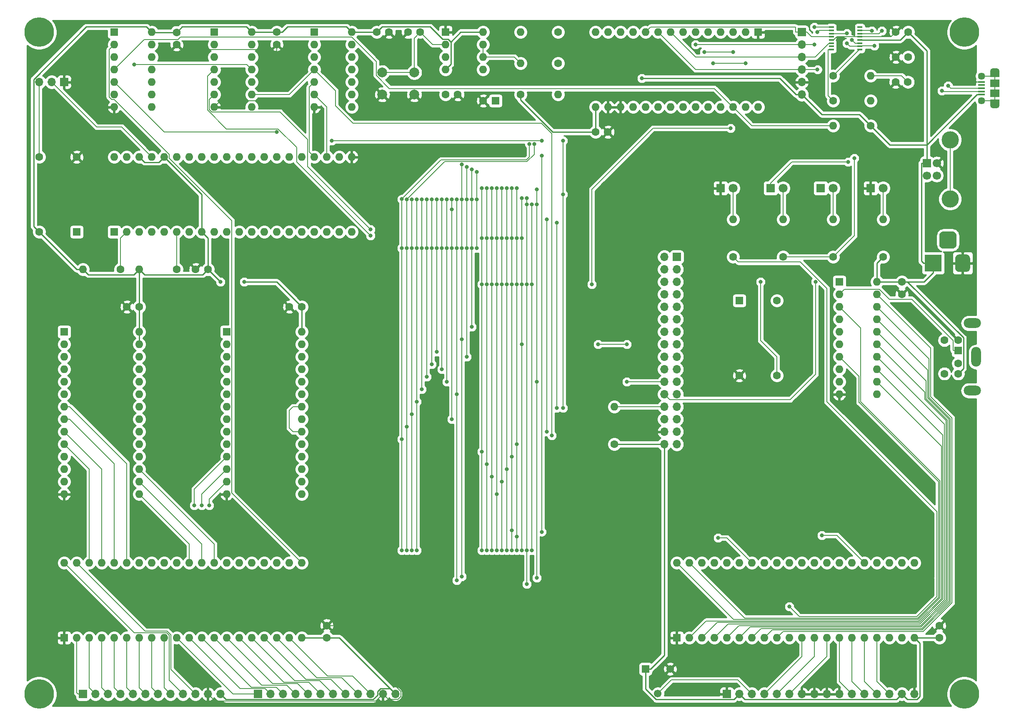
<source format=gbr>
G04 #@! TF.GenerationSoftware,KiCad,Pcbnew,(5.1.5)-3*
G04 #@! TF.CreationDate,2020-02-17T11:38:33+01:00*
G04 #@! TF.ProjectId,65C02_Computer,36354330-325f-4436-9f6d-70757465722e,rev?*
G04 #@! TF.SameCoordinates,Original*
G04 #@! TF.FileFunction,Copper,L1,Top*
G04 #@! TF.FilePolarity,Positive*
%FSLAX46Y46*%
G04 Gerber Fmt 4.6, Leading zero omitted, Abs format (unit mm)*
G04 Created by KiCad (PCBNEW (5.1.5)-3) date 2020-02-17 11:38:33*
%MOMM*%
%LPD*%
G04 APERTURE LIST*
%ADD10R,1.600000X1.600000*%
%ADD11O,1.600000X1.600000*%
%ADD12C,3.500000*%
%ADD13C,1.700000*%
%ADD14R,1.700000X1.700000*%
%ADD15C,0.100000*%
%ADD16R,3.500000X3.500000*%
%ADD17O,1.700000X1.700000*%
%ADD18R,1.000000X0.400000*%
%ADD19C,1.600000*%
%ADD20C,1.550000*%
%ADD21R,1.550000X1.550000*%
%ADD22C,6.000000*%
%ADD23C,1.800000*%
%ADD24R,1.800000X1.800000*%
%ADD25R,1.900000X1.500000*%
%ADD26C,1.450000*%
%ADD27R,1.350000X0.400000*%
%ADD28O,1.900000X1.200000*%
%ADD29R,1.900000X1.200000*%
%ADD30O,2.000000X4.000000*%
%ADD31O,3.500000X2.000000*%
%ADD32C,2.000000*%
%ADD33C,0.800000*%
%ADD34C,0.228600*%
%ADD35C,0.152400*%
%ADD36C,0.254000*%
G04 APERTURE END LIST*
D10*
X171450000Y-27940000D03*
D11*
X138430000Y-43180000D03*
X168910000Y-27940000D03*
X140970000Y-43180000D03*
X166370000Y-27940000D03*
X143510000Y-43180000D03*
X163830000Y-27940000D03*
X146050000Y-43180000D03*
X161290000Y-27940000D03*
X148590000Y-43180000D03*
X158750000Y-27940000D03*
X151130000Y-43180000D03*
X156210000Y-27940000D03*
X153670000Y-43180000D03*
X153670000Y-27940000D03*
X156210000Y-43180000D03*
X151130000Y-27940000D03*
X158750000Y-43180000D03*
X148590000Y-27940000D03*
X161290000Y-43180000D03*
X146050000Y-27940000D03*
X163830000Y-43180000D03*
X143510000Y-27940000D03*
X166370000Y-43180000D03*
X140970000Y-27940000D03*
X168910000Y-43180000D03*
X138430000Y-27940000D03*
X171450000Y-43180000D03*
D12*
X210450000Y-61880000D03*
X210450000Y-49840000D03*
D13*
X207740000Y-54610000D03*
X207740000Y-57110000D03*
X205740000Y-57110000D03*
D14*
X205740000Y-54610000D03*
G04 #@! TA.AperFunction,ComponentPad*
D15*
G36*
X210970765Y-68484213D02*
G01*
X211055704Y-68496813D01*
X211138999Y-68517677D01*
X211219848Y-68546605D01*
X211297472Y-68583319D01*
X211371124Y-68627464D01*
X211440094Y-68678616D01*
X211503718Y-68736282D01*
X211561384Y-68799906D01*
X211612536Y-68868876D01*
X211656681Y-68942528D01*
X211693395Y-69020152D01*
X211722323Y-69101001D01*
X211743187Y-69184296D01*
X211755787Y-69269235D01*
X211760000Y-69355000D01*
X211760000Y-71105000D01*
X211755787Y-71190765D01*
X211743187Y-71275704D01*
X211722323Y-71358999D01*
X211693395Y-71439848D01*
X211656681Y-71517472D01*
X211612536Y-71591124D01*
X211561384Y-71660094D01*
X211503718Y-71723718D01*
X211440094Y-71781384D01*
X211371124Y-71832536D01*
X211297472Y-71876681D01*
X211219848Y-71913395D01*
X211138999Y-71942323D01*
X211055704Y-71963187D01*
X210970765Y-71975787D01*
X210885000Y-71980000D01*
X209135000Y-71980000D01*
X209049235Y-71975787D01*
X208964296Y-71963187D01*
X208881001Y-71942323D01*
X208800152Y-71913395D01*
X208722528Y-71876681D01*
X208648876Y-71832536D01*
X208579906Y-71781384D01*
X208516282Y-71723718D01*
X208458616Y-71660094D01*
X208407464Y-71591124D01*
X208363319Y-71517472D01*
X208326605Y-71439848D01*
X208297677Y-71358999D01*
X208276813Y-71275704D01*
X208264213Y-71190765D01*
X208260000Y-71105000D01*
X208260000Y-69355000D01*
X208264213Y-69269235D01*
X208276813Y-69184296D01*
X208297677Y-69101001D01*
X208326605Y-69020152D01*
X208363319Y-68942528D01*
X208407464Y-68868876D01*
X208458616Y-68799906D01*
X208516282Y-68736282D01*
X208579906Y-68678616D01*
X208648876Y-68627464D01*
X208722528Y-68583319D01*
X208800152Y-68546605D01*
X208881001Y-68517677D01*
X208964296Y-68496813D01*
X209049235Y-68484213D01*
X209135000Y-68480000D01*
X210885000Y-68480000D01*
X210970765Y-68484213D01*
G37*
G04 #@! TD.AperFunction*
G04 #@! TA.AperFunction,ComponentPad*
G36*
X213833513Y-73183611D02*
G01*
X213906318Y-73194411D01*
X213977714Y-73212295D01*
X214047013Y-73237090D01*
X214113548Y-73268559D01*
X214176678Y-73306398D01*
X214235795Y-73350242D01*
X214290330Y-73399670D01*
X214339758Y-73454205D01*
X214383602Y-73513322D01*
X214421441Y-73576452D01*
X214452910Y-73642987D01*
X214477705Y-73712286D01*
X214495589Y-73783682D01*
X214506389Y-73856487D01*
X214510000Y-73930000D01*
X214510000Y-75930000D01*
X214506389Y-76003513D01*
X214495589Y-76076318D01*
X214477705Y-76147714D01*
X214452910Y-76217013D01*
X214421441Y-76283548D01*
X214383602Y-76346678D01*
X214339758Y-76405795D01*
X214290330Y-76460330D01*
X214235795Y-76509758D01*
X214176678Y-76553602D01*
X214113548Y-76591441D01*
X214047013Y-76622910D01*
X213977714Y-76647705D01*
X213906318Y-76665589D01*
X213833513Y-76676389D01*
X213760000Y-76680000D01*
X212260000Y-76680000D01*
X212186487Y-76676389D01*
X212113682Y-76665589D01*
X212042286Y-76647705D01*
X211972987Y-76622910D01*
X211906452Y-76591441D01*
X211843322Y-76553602D01*
X211784205Y-76509758D01*
X211729670Y-76460330D01*
X211680242Y-76405795D01*
X211636398Y-76346678D01*
X211598559Y-76283548D01*
X211567090Y-76217013D01*
X211542295Y-76147714D01*
X211524411Y-76076318D01*
X211513611Y-76003513D01*
X211510000Y-75930000D01*
X211510000Y-73930000D01*
X211513611Y-73856487D01*
X211524411Y-73783682D01*
X211542295Y-73712286D01*
X211567090Y-73642987D01*
X211598559Y-73576452D01*
X211636398Y-73513322D01*
X211680242Y-73454205D01*
X211729670Y-73399670D01*
X211784205Y-73350242D01*
X211843322Y-73306398D01*
X211906452Y-73268559D01*
X211972987Y-73237090D01*
X212042286Y-73212295D01*
X212113682Y-73194411D01*
X212186487Y-73183611D01*
X212260000Y-73180000D01*
X213760000Y-73180000D01*
X213833513Y-73183611D01*
G37*
G04 #@! TD.AperFunction*
D16*
X207010000Y-74930000D03*
D17*
X180340000Y-40640000D03*
X180340000Y-38100000D03*
X180340000Y-35560000D03*
X180340000Y-33020000D03*
X180340000Y-30480000D03*
D14*
X180340000Y-27940000D03*
D18*
X192130000Y-26935000D03*
X192130000Y-27585000D03*
X192130000Y-28235000D03*
X192130000Y-28885000D03*
X192130000Y-29535000D03*
X192130000Y-30185000D03*
X192130000Y-30835000D03*
X192130000Y-31485000D03*
X186330000Y-31485000D03*
X186330000Y-30835000D03*
X186330000Y-30185000D03*
X186330000Y-29535000D03*
X186330000Y-28885000D03*
X186330000Y-28235000D03*
X186330000Y-27585000D03*
X186330000Y-26935000D03*
D11*
X186690000Y-46990000D03*
D19*
X194310000Y-46990000D03*
D20*
X151090000Y-162480000D03*
D21*
X148590000Y-157480000D03*
D20*
X153590000Y-157480000D03*
D10*
X40640000Y-68580000D03*
D11*
X88900000Y-53340000D03*
X43180000Y-68580000D03*
X86360000Y-53340000D03*
X45720000Y-68580000D03*
X83820000Y-53340000D03*
X48260000Y-68580000D03*
X81280000Y-53340000D03*
X50800000Y-68580000D03*
X78740000Y-53340000D03*
X53340000Y-68580000D03*
X76200000Y-53340000D03*
X55880000Y-68580000D03*
X73660000Y-53340000D03*
X58420000Y-68580000D03*
X71120000Y-53340000D03*
X60960000Y-68580000D03*
X68580000Y-53340000D03*
X63500000Y-68580000D03*
X66040000Y-53340000D03*
X66040000Y-68580000D03*
X63500000Y-53340000D03*
X68580000Y-68580000D03*
X60960000Y-53340000D03*
X71120000Y-68580000D03*
X58420000Y-53340000D03*
X73660000Y-68580000D03*
X55880000Y-53340000D03*
X76200000Y-68580000D03*
X53340000Y-53340000D03*
X78740000Y-68580000D03*
X50800000Y-53340000D03*
X81280000Y-68580000D03*
X48260000Y-53340000D03*
X83820000Y-68580000D03*
X45720000Y-53340000D03*
X86360000Y-68580000D03*
X43180000Y-53340000D03*
X88900000Y-68580000D03*
X40640000Y-53340000D03*
X166370000Y-66040000D03*
D19*
X166370000Y-73660000D03*
D11*
X186690000Y-66040000D03*
D19*
X186690000Y-73660000D03*
D11*
X176530000Y-66040000D03*
D19*
X176530000Y-73660000D03*
D11*
X196850000Y-66040000D03*
D19*
X196850000Y-73660000D03*
D11*
X194310000Y-36830000D03*
D19*
X186690000Y-36830000D03*
D11*
X194310000Y-41910000D03*
D19*
X186690000Y-41910000D03*
D11*
X195580000Y-78740000D03*
X187960000Y-101600000D03*
X195580000Y-81280000D03*
X187960000Y-99060000D03*
X195580000Y-83820000D03*
X187960000Y-96520000D03*
X195580000Y-86360000D03*
X187960000Y-93980000D03*
X195580000Y-88900000D03*
X187960000Y-91440000D03*
X195580000Y-91440000D03*
X187960000Y-88900000D03*
X195580000Y-93980000D03*
X187960000Y-86360000D03*
X195580000Y-96520000D03*
X187960000Y-83820000D03*
X195580000Y-99060000D03*
X187960000Y-81280000D03*
X195580000Y-101600000D03*
D10*
X187960000Y-78740000D03*
D17*
X62230000Y-162560000D03*
X59690000Y-162560000D03*
X57150000Y-162560000D03*
X54610000Y-162560000D03*
X52070000Y-162560000D03*
X49530000Y-162560000D03*
X46990000Y-162560000D03*
X44450000Y-162560000D03*
X41910000Y-162560000D03*
X39370000Y-162560000D03*
X36830000Y-162560000D03*
D14*
X34290000Y-162560000D03*
D22*
X25400000Y-162560000D03*
X25400000Y-27940000D03*
X213360000Y-27940000D03*
X213360000Y-162560000D03*
D17*
X203200000Y-162560000D03*
X200660000Y-162560000D03*
X198120000Y-162560000D03*
X195580000Y-162560000D03*
X193040000Y-162560000D03*
X190500000Y-162560000D03*
X187960000Y-162560000D03*
X185420000Y-162560000D03*
X182880000Y-162560000D03*
X180340000Y-162560000D03*
X177800000Y-162560000D03*
X175260000Y-162560000D03*
X172720000Y-162560000D03*
X170180000Y-162560000D03*
X167640000Y-162560000D03*
D14*
X165100000Y-162560000D03*
D19*
X59690000Y-76200000D03*
X57190000Y-76200000D03*
X110450000Y-40640000D03*
X107950000Y-40640000D03*
X43220000Y-83820000D03*
X45720000Y-83820000D03*
X102830000Y-27940000D03*
X100330000Y-27940000D03*
X76240000Y-83820000D03*
X78740000Y-83820000D03*
X73660000Y-27940000D03*
X73660000Y-30440000D03*
X200660000Y-81240000D03*
X200660000Y-78740000D03*
D10*
X118110000Y-41910000D03*
D19*
X115610000Y-41910000D03*
X53340000Y-27980000D03*
X53340000Y-30480000D03*
X140930000Y-48260000D03*
X138430000Y-48260000D03*
X83820000Y-151130000D03*
X83820000Y-148630000D03*
X208280000Y-148630000D03*
X208280000Y-151130000D03*
X93980000Y-27940000D03*
X96480000Y-27940000D03*
X199390000Y-38100000D03*
X201890000Y-38100000D03*
X201930000Y-33020000D03*
X199430000Y-33020000D03*
X201930000Y-27940000D03*
X199430000Y-27940000D03*
D23*
X196850000Y-59690000D03*
D24*
X194310000Y-59690000D03*
X184150000Y-59690000D03*
D23*
X186690000Y-59690000D03*
X176530000Y-59690000D03*
D24*
X173990000Y-59690000D03*
X163830000Y-59690000D03*
D23*
X166370000Y-59690000D03*
D14*
X154940000Y-73660000D03*
D17*
X152400000Y-73660000D03*
X154940000Y-76200000D03*
X152400000Y-76200000D03*
X154940000Y-78740000D03*
X152400000Y-78740000D03*
X154940000Y-81280000D03*
X152400000Y-81280000D03*
X154940000Y-83820000D03*
X152400000Y-83820000D03*
X154940000Y-86360000D03*
X152400000Y-86360000D03*
X154940000Y-88900000D03*
X152400000Y-88900000D03*
X154940000Y-91440000D03*
X152400000Y-91440000D03*
X154940000Y-93980000D03*
X152400000Y-93980000D03*
X154940000Y-96520000D03*
X152400000Y-96520000D03*
X154940000Y-99060000D03*
X152400000Y-99060000D03*
X154940000Y-101600000D03*
X152400000Y-101600000D03*
X154940000Y-104140000D03*
X152400000Y-104140000D03*
X154940000Y-106680000D03*
X152400000Y-106680000D03*
X154940000Y-109220000D03*
X152400000Y-109220000D03*
X154940000Y-111760000D03*
X152400000Y-111760000D03*
D25*
X219550500Y-38370000D03*
D26*
X216850500Y-41870000D03*
D27*
X216850500Y-40020000D03*
X216850500Y-40670000D03*
X216850500Y-38070000D03*
X216850500Y-38720000D03*
X216850500Y-39370000D03*
D26*
X216850500Y-36870000D03*
D25*
X219550500Y-40370000D03*
D28*
X219550500Y-42870000D03*
X219550500Y-35870000D03*
D29*
X219550500Y-36470000D03*
X219550500Y-42270000D03*
D14*
X69850000Y-162560000D03*
D17*
X72390000Y-162560000D03*
X74930000Y-162560000D03*
X77470000Y-162560000D03*
X80010000Y-162560000D03*
X82550000Y-162560000D03*
X85090000Y-162560000D03*
X87630000Y-162560000D03*
X90170000Y-162560000D03*
X92710000Y-162560000D03*
X95250000Y-162560000D03*
X97790000Y-162560000D03*
D30*
X215740000Y-94010000D03*
D19*
X209290000Y-97410000D03*
X209290000Y-90610000D03*
X212090000Y-97410000D03*
X212090000Y-90610000D03*
X212090000Y-95310000D03*
D10*
X212090000Y-92710000D03*
D31*
X214940000Y-87160000D03*
X214940000Y-100860000D03*
D19*
X41910000Y-76200000D03*
D11*
X34290000Y-76200000D03*
X45720000Y-76200000D03*
D19*
X53340000Y-76200000D03*
X130810000Y-27940000D03*
D11*
X123190000Y-27940000D03*
D19*
X142240000Y-111760000D03*
D11*
X142240000Y-104140000D03*
X123190000Y-34290000D03*
D19*
X130810000Y-34290000D03*
D11*
X130810000Y-40640000D03*
D19*
X123190000Y-40640000D03*
D32*
X101600000Y-36140000D03*
X101600000Y-40640000D03*
X95100000Y-36140000D03*
X95100000Y-40640000D03*
D10*
X30480000Y-88900000D03*
D11*
X45720000Y-121920000D03*
X30480000Y-91440000D03*
X45720000Y-119380000D03*
X30480000Y-93980000D03*
X45720000Y-116840000D03*
X30480000Y-96520000D03*
X45720000Y-114300000D03*
X30480000Y-99060000D03*
X45720000Y-111760000D03*
X30480000Y-101600000D03*
X45720000Y-109220000D03*
X30480000Y-104140000D03*
X45720000Y-106680000D03*
X30480000Y-106680000D03*
X45720000Y-104140000D03*
X30480000Y-109220000D03*
X45720000Y-101600000D03*
X30480000Y-111760000D03*
X45720000Y-99060000D03*
X30480000Y-114300000D03*
X45720000Y-96520000D03*
X30480000Y-116840000D03*
X45720000Y-93980000D03*
X30480000Y-119380000D03*
X45720000Y-91440000D03*
X30480000Y-121920000D03*
X45720000Y-88900000D03*
X78740000Y-88900000D03*
X63500000Y-121920000D03*
X78740000Y-91440000D03*
X63500000Y-119380000D03*
X78740000Y-93980000D03*
X63500000Y-116840000D03*
X78740000Y-96520000D03*
X63500000Y-114300000D03*
X78740000Y-99060000D03*
X63500000Y-111760000D03*
X78740000Y-101600000D03*
X63500000Y-109220000D03*
X78740000Y-104140000D03*
X63500000Y-106680000D03*
X78740000Y-106680000D03*
X63500000Y-104140000D03*
X78740000Y-109220000D03*
X63500000Y-101600000D03*
X78740000Y-111760000D03*
X63500000Y-99060000D03*
X78740000Y-114300000D03*
X63500000Y-96520000D03*
X78740000Y-116840000D03*
X63500000Y-93980000D03*
X78740000Y-119380000D03*
X63500000Y-91440000D03*
X78740000Y-121920000D03*
D10*
X63500000Y-88900000D03*
X60960000Y-27940000D03*
D11*
X68580000Y-43180000D03*
X60960000Y-30480000D03*
X68580000Y-40640000D03*
X60960000Y-33020000D03*
X68580000Y-38100000D03*
X60960000Y-35560000D03*
X68580000Y-35560000D03*
X60960000Y-38100000D03*
X68580000Y-33020000D03*
X60960000Y-40640000D03*
X68580000Y-30480000D03*
X60960000Y-43180000D03*
X68580000Y-27940000D03*
D10*
X81280000Y-27940000D03*
D11*
X88900000Y-43180000D03*
X81280000Y-30480000D03*
X88900000Y-40640000D03*
X81280000Y-33020000D03*
X88900000Y-38100000D03*
X81280000Y-35560000D03*
X88900000Y-35560000D03*
X81280000Y-38100000D03*
X88900000Y-33020000D03*
X81280000Y-40640000D03*
X88900000Y-30480000D03*
X81280000Y-43180000D03*
X88900000Y-27940000D03*
D10*
X107950000Y-27940000D03*
D11*
X115570000Y-35560000D03*
X107950000Y-30480000D03*
X115570000Y-33020000D03*
X107950000Y-33020000D03*
X115570000Y-30480000D03*
X107950000Y-35560000D03*
X115570000Y-27940000D03*
X48260000Y-27940000D03*
X40640000Y-43180000D03*
X48260000Y-30480000D03*
X40640000Y-40640000D03*
X48260000Y-33020000D03*
X40640000Y-38100000D03*
X48260000Y-35560000D03*
X40640000Y-35560000D03*
X48260000Y-38100000D03*
X40640000Y-33020000D03*
X48260000Y-40640000D03*
X40640000Y-30480000D03*
X48260000Y-43180000D03*
D10*
X40640000Y-27940000D03*
D11*
X154940000Y-135890000D03*
X203200000Y-151130000D03*
X157480000Y-135890000D03*
X200660000Y-151130000D03*
X160020000Y-135890000D03*
X198120000Y-151130000D03*
X162560000Y-135890000D03*
X195580000Y-151130000D03*
X165100000Y-135890000D03*
X193040000Y-151130000D03*
X167640000Y-135890000D03*
X190500000Y-151130000D03*
X170180000Y-135890000D03*
X187960000Y-151130000D03*
X172720000Y-135890000D03*
X185420000Y-151130000D03*
X175260000Y-135890000D03*
X182880000Y-151130000D03*
X177800000Y-135890000D03*
X180340000Y-151130000D03*
X180340000Y-135890000D03*
X177800000Y-151130000D03*
X182880000Y-135890000D03*
X175260000Y-151130000D03*
X185420000Y-135890000D03*
X172720000Y-151130000D03*
X187960000Y-135890000D03*
X170180000Y-151130000D03*
X190500000Y-135890000D03*
X167640000Y-151130000D03*
X193040000Y-135890000D03*
X165100000Y-151130000D03*
X195580000Y-135890000D03*
X162560000Y-151130000D03*
X198120000Y-135890000D03*
X160020000Y-151130000D03*
X200660000Y-135890000D03*
X157480000Y-151130000D03*
X203200000Y-135890000D03*
D10*
X154940000Y-151130000D03*
X30480000Y-151130000D03*
D11*
X78740000Y-135890000D03*
X33020000Y-151130000D03*
X76200000Y-135890000D03*
X35560000Y-151130000D03*
X73660000Y-135890000D03*
X38100000Y-151130000D03*
X71120000Y-135890000D03*
X40640000Y-151130000D03*
X68580000Y-135890000D03*
X43180000Y-151130000D03*
X66040000Y-135890000D03*
X45720000Y-151130000D03*
X63500000Y-135890000D03*
X48260000Y-151130000D03*
X60960000Y-135890000D03*
X50800000Y-151130000D03*
X58420000Y-135890000D03*
X53340000Y-151130000D03*
X55880000Y-135890000D03*
X55880000Y-151130000D03*
X53340000Y-135890000D03*
X58420000Y-151130000D03*
X50800000Y-135890000D03*
X60960000Y-151130000D03*
X48260000Y-135890000D03*
X63500000Y-151130000D03*
X45720000Y-135890000D03*
X66040000Y-151130000D03*
X43180000Y-135890000D03*
X68580000Y-151130000D03*
X40640000Y-135890000D03*
X71120000Y-151130000D03*
X38100000Y-135890000D03*
X73660000Y-151130000D03*
X35560000Y-135890000D03*
X76200000Y-151130000D03*
X33020000Y-135890000D03*
X78740000Y-151130000D03*
X30480000Y-135890000D03*
D19*
X33020000Y-53340000D03*
X25400000Y-53340000D03*
X25400000Y-68580000D03*
D10*
X33020000Y-68580000D03*
X167640000Y-82550000D03*
D19*
X175260000Y-82550000D03*
X175260000Y-97790000D03*
X167640000Y-97790000D03*
D14*
X30480000Y-38100000D03*
D17*
X27940000Y-38100000D03*
X25400000Y-38100000D03*
D33*
X62230000Y-78740000D03*
X67056000Y-78740000D03*
X147828000Y-37338000D03*
X73660000Y-38100000D03*
X73660000Y-41910000D03*
X194564000Y-27686000D03*
X189738000Y-54356000D03*
X196596000Y-27686000D03*
X177800000Y-144780000D03*
X125476000Y-62992000D03*
X125476000Y-79248000D03*
X125476000Y-133350000D03*
X184404000Y-130302000D03*
X137668000Y-79248000D03*
X165862000Y-47498000D03*
X99060000Y-61925200D03*
X99060000Y-110744000D03*
X99060000Y-71881998D03*
X99060000Y-133350000D03*
X124968000Y-50679400D03*
X100076000Y-61976000D03*
X100076000Y-108204000D03*
X100076008Y-71882000D03*
X100076000Y-133350000D03*
X125949422Y-50718939D03*
X101092000Y-61976000D03*
X101092000Y-105664000D03*
X101091996Y-71882000D03*
X101092000Y-133350000D03*
X102108000Y-61976000D03*
X102108000Y-103124000D03*
X102108000Y-71882000D03*
X102108000Y-133350000D03*
X103124000Y-61976000D03*
X103124000Y-100584000D03*
X103124000Y-71882002D03*
X104140000Y-61976000D03*
X104140000Y-98044000D03*
X104140000Y-71882000D03*
X105156000Y-61976000D03*
X105156000Y-95504000D03*
X105156000Y-71882004D03*
X106172000Y-61976000D03*
X106172000Y-92964000D03*
X106172000Y-71882004D03*
X107188000Y-61976000D03*
X107188000Y-96520000D03*
X107188000Y-71881996D03*
X108204000Y-61976000D03*
X108204000Y-99060000D03*
X108204000Y-71882000D03*
X109220000Y-61976000D03*
X109220000Y-106680000D03*
X109220000Y-71882000D03*
X109220000Y-64008000D03*
X162306000Y-34290000D03*
X168910000Y-34290000D03*
X110236000Y-61976000D03*
X110236000Y-101600000D03*
X110236000Y-71882000D03*
X110236000Y-139446000D03*
X111252000Y-61976000D03*
X111252000Y-54864000D03*
X111252000Y-71881998D03*
X111272653Y-138663347D03*
X111252000Y-90424000D03*
X112268000Y-61976000D03*
X112268000Y-55372000D03*
X112268000Y-93980000D03*
X112268000Y-71882000D03*
X113284000Y-61976000D03*
X113284000Y-55880000D03*
X113284000Y-87884000D03*
X113284000Y-71882000D03*
X114300000Y-61976000D03*
X114300000Y-56388000D03*
X114300000Y-71882000D03*
X115316000Y-59690000D03*
X115316000Y-113284000D03*
X56896000Y-124206000D03*
X115316000Y-79248000D03*
X115316000Y-69850000D03*
X115316000Y-133350000D03*
X116332000Y-59690000D03*
X116332000Y-115824000D03*
X58420000Y-124206000D03*
X116332000Y-79248000D03*
X116332000Y-69850000D03*
X116332000Y-133350000D03*
X117348000Y-59690000D03*
X117348000Y-118364000D03*
X59944000Y-124206000D03*
X117348000Y-79248000D03*
X117348000Y-69850000D03*
X117348000Y-133350000D03*
X118364000Y-59690000D03*
X118364000Y-121920000D03*
X118364000Y-79248000D03*
X118364000Y-69850000D03*
X118364000Y-133350000D03*
X119380000Y-59690000D03*
X119380000Y-119380000D03*
X119380000Y-79248000D03*
X119380000Y-69850000D03*
X119380000Y-133350000D03*
X120396000Y-59690000D03*
X120396000Y-116840000D03*
X120396000Y-79248000D03*
X120396000Y-69850000D03*
X120396000Y-133350000D03*
X121412000Y-59690000D03*
X121412000Y-114300000D03*
X121412000Y-79248000D03*
X121412000Y-69850000D03*
X121412000Y-133350000D03*
X121412000Y-129286000D03*
X122428000Y-59690000D03*
X122428000Y-111760000D03*
X122428000Y-79248000D03*
X122428000Y-69850000D03*
X122428000Y-133350000D03*
X122428000Y-130556000D03*
X123444000Y-61722000D03*
X123444000Y-91440000D03*
X123444000Y-79248000D03*
X138938000Y-91440000D03*
X123444000Y-69850000D03*
X123444000Y-133350000D03*
X144780000Y-91440000D03*
X126492000Y-99060000D03*
X126492000Y-138938000D03*
X126492000Y-62992000D03*
X126492000Y-59944000D03*
X144780000Y-99060000D03*
X160528000Y-32004000D03*
X166370000Y-32004000D03*
X124460000Y-62992000D03*
X124460000Y-79248000D03*
X124460000Y-133350000D03*
X163322000Y-130810000D03*
X124460000Y-140208000D03*
X183134000Y-78740000D03*
X124460000Y-61722000D03*
X44704000Y-34544000D03*
X190500000Y-29513600D03*
X131826000Y-104394000D03*
X131826000Y-60960000D03*
X84836000Y-50038000D03*
X127508000Y-50038000D03*
X131826000Y-50038000D03*
X73660000Y-48260000D03*
X191008000Y-53594000D03*
X189484000Y-30226000D03*
X189484000Y-28194000D03*
X195072000Y-30734000D03*
X129540000Y-109982000D03*
X130556000Y-104394000D03*
X92710000Y-69342000D03*
X130556000Y-66675000D03*
X128524000Y-109220000D03*
X92710000Y-68072000D03*
X128524000Y-66040000D03*
X127508000Y-129590800D03*
X127508000Y-53086000D03*
X158750000Y-30480000D03*
X182880000Y-26924000D03*
X182880000Y-30480000D03*
X183515000Y-35560000D03*
X183515000Y-27940000D03*
X171958000Y-78740000D03*
X210058000Y-38862000D03*
X208788000Y-39878000D03*
D34*
X45720000Y-91440000D02*
X45720000Y-88900000D01*
X45720000Y-88900000D02*
X45720000Y-83820000D01*
X78740000Y-88900000D02*
X78740000Y-83820000D01*
X78740000Y-151130000D02*
X83820000Y-151130000D01*
X168756701Y-163676701D02*
X167640000Y-162560000D01*
X199543299Y-163676701D02*
X168756701Y-163676701D01*
X200660000Y-162560000D02*
X199543299Y-163676701D01*
X195580000Y-78740000D02*
X200660000Y-78740000D01*
X59690000Y-69850000D02*
X59690000Y-76200000D01*
X58420000Y-68580000D02*
X59690000Y-69850000D01*
X45720000Y-76200000D02*
X45720000Y-83820000D01*
X33020000Y-76200000D02*
X25400000Y-68580000D01*
X34290000Y-76200000D02*
X33020000Y-76200000D01*
X68580000Y-27940000D02*
X73660000Y-27940000D01*
X48300000Y-27980000D02*
X48260000Y-27940000D01*
X53340000Y-27980000D02*
X48300000Y-27980000D01*
X93980000Y-27940000D02*
X88900000Y-27940000D01*
X54446701Y-26873299D02*
X53340000Y-27980000D01*
X67513299Y-26873299D02*
X54446701Y-26873299D01*
X68580000Y-27940000D02*
X67513299Y-26873299D01*
X24283299Y-67463299D02*
X25400000Y-68580000D01*
X24283299Y-37563983D02*
X24283299Y-67463299D01*
X34973983Y-26873299D02*
X24283299Y-37563983D01*
X47193299Y-26873299D02*
X34973983Y-26873299D01*
X48260000Y-27940000D02*
X47193299Y-26873299D01*
X44653299Y-77266701D02*
X45720000Y-76200000D01*
X35356701Y-77266701D02*
X44653299Y-77266701D01*
X34290000Y-76200000D02*
X35356701Y-77266701D01*
X58623299Y-77266701D02*
X59690000Y-76200000D01*
X46786701Y-77266701D02*
X58623299Y-77266701D01*
X45720000Y-76200000D02*
X46786701Y-77266701D01*
X59690000Y-76200000D02*
X62230000Y-78740000D01*
X73660000Y-78740000D02*
X78740000Y-83820000D01*
X67056000Y-78740000D02*
X73660000Y-78740000D01*
X58420000Y-68580000D02*
X58420000Y-60960000D01*
X58420000Y-60960000D02*
X50800000Y-53340000D01*
X49733299Y-54406701D02*
X50800000Y-53340000D01*
X46786701Y-54406701D02*
X49733299Y-54406701D01*
X45720000Y-53340000D02*
X46786701Y-54406701D01*
X94713983Y-161443299D02*
X96673299Y-161443299D01*
X94133299Y-162023983D02*
X94713983Y-161443299D01*
X96673299Y-161443299D02*
X97790000Y-162560000D01*
X94133299Y-162789419D02*
X94133299Y-162023983D01*
X93246017Y-163676701D02*
X94133299Y-162789419D01*
X63346701Y-163676701D02*
X93246017Y-163676701D01*
X62230000Y-162560000D02*
X63346701Y-163676701D01*
X86360000Y-151130000D02*
X83820000Y-151130000D01*
X97790000Y-162560000D02*
X86360000Y-151130000D01*
X87833299Y-26873299D02*
X88900000Y-27940000D01*
X75858071Y-26873299D02*
X87833299Y-26873299D01*
X74791370Y-27940000D02*
X75858071Y-26873299D01*
X73660000Y-27940000D02*
X74791370Y-27940000D01*
X152400000Y-111760000D02*
X142240000Y-111760000D01*
X149593600Y-157480000D02*
X148590000Y-157480000D01*
X152400000Y-154673600D02*
X149593600Y-157480000D01*
X152400000Y-111760000D02*
X152400000Y-154673600D01*
X166523299Y-163676701D02*
X167640000Y-162560000D01*
X150744983Y-163676701D02*
X166523299Y-163676701D01*
X148590000Y-161521718D02*
X150744983Y-163676701D01*
X148590000Y-157480000D02*
X148590000Y-161521718D01*
X203200000Y-151130000D02*
X208280000Y-151130000D01*
X203736017Y-163676701D02*
X204316701Y-163096017D01*
X201776701Y-163676701D02*
X203736017Y-163676701D01*
X204316701Y-152246701D02*
X203200000Y-151130000D01*
X204316701Y-163096017D02*
X204316701Y-152246701D01*
X200660000Y-162560000D02*
X201776701Y-163676701D01*
X195580000Y-74930000D02*
X196850000Y-73660000D01*
X195580000Y-78740000D02*
X195580000Y-74930000D01*
X201791370Y-78740000D02*
X200660000Y-78740000D01*
X213156701Y-90097983D02*
X201798718Y-78740000D01*
X213156701Y-96343299D02*
X213156701Y-90097983D01*
X201798718Y-78740000D02*
X201791370Y-78740000D01*
X212090000Y-97410000D02*
X213156701Y-96343299D01*
X207010000Y-76908600D02*
X207010000Y-74930000D01*
X205178600Y-78740000D02*
X207010000Y-76908600D01*
X200660000Y-78740000D02*
X205178600Y-78740000D01*
X204623299Y-54648101D02*
X204661400Y-54610000D01*
X205031400Y-74930000D02*
X204623299Y-74521899D01*
X204661400Y-54610000D02*
X205740000Y-54610000D01*
X204623299Y-74521899D02*
X204623299Y-54648101D01*
X207010000Y-74930000D02*
X205031400Y-74930000D01*
X215946900Y-40670000D02*
X216850500Y-40670000D01*
X205740000Y-50876900D02*
X215946900Y-40670000D01*
X205740000Y-54610000D02*
X205740000Y-50876900D01*
X192024000Y-44704000D02*
X194310000Y-46990000D01*
X108749999Y-34760001D02*
X107950000Y-35560000D01*
X109016701Y-34493299D02*
X108749999Y-34760001D01*
X108462017Y-29413299D02*
X109016701Y-29967983D01*
X104803237Y-26873299D02*
X107343237Y-29413299D01*
X107343237Y-29413299D02*
X108462017Y-29413299D01*
X95046701Y-26873299D02*
X104803237Y-26873299D01*
X109016701Y-29967983D02*
X109016701Y-34493299D01*
X93980000Y-27940000D02*
X95046701Y-26873299D01*
X111044684Y-27940000D02*
X115570000Y-27940000D01*
X109016701Y-29967983D02*
X111044684Y-27940000D01*
X137298630Y-48260000D02*
X138430000Y-48260000D01*
X129678630Y-48260000D02*
X137298630Y-48260000D01*
X123190000Y-41771370D02*
X129678630Y-48260000D01*
X123190000Y-40640000D02*
X123190000Y-41771370D01*
X138430000Y-48260000D02*
X138430000Y-43180000D01*
X198196900Y-50876900D02*
X194310000Y-46990000D01*
X205740000Y-50876900D02*
X198196900Y-50876900D01*
X200335000Y-29535000D02*
X201930000Y-27940000D01*
X192130000Y-29535000D02*
X200335000Y-29535000D01*
X205740000Y-31750000D02*
X201930000Y-27940000D01*
X205740000Y-50876900D02*
X205740000Y-31750000D01*
X184404000Y-44704000D02*
X180340000Y-40640000D01*
X192024000Y-44704000D02*
X184404000Y-44704000D01*
X148393685Y-37338000D02*
X147828000Y-37338000D01*
X175835919Y-37338000D02*
X148393685Y-37338000D01*
X179137919Y-40640000D02*
X175835919Y-37338000D01*
X180340000Y-40640000D02*
X179137919Y-40640000D01*
D35*
X93790388Y-164019612D02*
X95250000Y-162560000D01*
X61149612Y-164019612D02*
X93790388Y-164019612D01*
X59690000Y-162560000D02*
X61149612Y-164019612D01*
X96328601Y-163638601D02*
X95250000Y-162560000D01*
X98307729Y-163638601D02*
X96328601Y-163638601D01*
X98868601Y-162042271D02*
X98868601Y-163077729D01*
X85456330Y-148630000D02*
X98868601Y-162042271D01*
X98868601Y-163077729D02*
X98307729Y-163638601D01*
X83820000Y-148630000D02*
X85456330Y-148630000D01*
X73660000Y-30440000D02*
X73660000Y-38100000D01*
X62230000Y-41910000D02*
X60960000Y-43180000D01*
X73660000Y-41910000D02*
X62230000Y-41910000D01*
X116840000Y-43140000D02*
X116880000Y-43180000D01*
X72591399Y-31508601D02*
X73660000Y-30440000D01*
X54368601Y-31508601D02*
X72591399Y-31508601D01*
X53340000Y-30480000D02*
X54368601Y-31508601D01*
X198485000Y-28885000D02*
X199430000Y-27940000D01*
X192130000Y-28885000D02*
X198485000Y-28885000D01*
X186791482Y-29535000D02*
X186330000Y-29535000D01*
X187441482Y-28885000D02*
X186791482Y-29535000D01*
X192130000Y-28885000D02*
X187441482Y-28885000D01*
X216850500Y-38070000D02*
X214025000Y-38070000D01*
X95100000Y-36140000D02*
X101600000Y-36140000D01*
X101600000Y-29170000D02*
X102830000Y-27940000D01*
X101600000Y-36140000D02*
X101600000Y-29170000D01*
X105370000Y-30480000D02*
X107950000Y-30480000D01*
X102830000Y-27940000D02*
X105370000Y-30480000D01*
X192130000Y-27585000D02*
X194463000Y-27585000D01*
X194463000Y-27585000D02*
X194564000Y-27686000D01*
X186690000Y-59690000D02*
X186690000Y-66040000D01*
X176530000Y-59690000D02*
X176530000Y-66040000D01*
X174066201Y-58561399D02*
X173990000Y-58637600D01*
X173990000Y-58637600D02*
X173990000Y-59690000D01*
X178271600Y-54356000D02*
X173990000Y-58637600D01*
X189738000Y-54356000D02*
X178271600Y-54356000D01*
X195967399Y-28314601D02*
X196596000Y-27686000D01*
X192862001Y-28314601D02*
X195967399Y-28314601D01*
X192130000Y-28235000D02*
X192782400Y-28235000D01*
X192782400Y-28235000D02*
X192862001Y-28314601D01*
X185420000Y-103124100D02*
X207771900Y-125476000D01*
X207771900Y-125476000D02*
X207771900Y-138945440D01*
X207771900Y-138945440D02*
X207764560Y-138945440D01*
X179831900Y-146811900D02*
X177800000Y-144780000D01*
X203708100Y-146811900D02*
X179831900Y-146811900D01*
X207771900Y-142748100D02*
X203708100Y-146811900D01*
X207771900Y-138945440D02*
X207771900Y-142748100D01*
X180012931Y-74688601D02*
X167398601Y-74688601D01*
X167169999Y-74459999D02*
X166370000Y-73660000D01*
X167398601Y-74688601D02*
X167169999Y-74459999D01*
X185420000Y-80095670D02*
X180012931Y-74688601D01*
X185420000Y-103124100D02*
X185420000Y-80095670D01*
X125476000Y-67056000D02*
X125476000Y-79248000D01*
X125476000Y-67056000D02*
X125476000Y-62992000D01*
X125476000Y-79248000D02*
X125476000Y-133350000D01*
X187452000Y-130302000D02*
X193040000Y-135890000D01*
X184404000Y-130302000D02*
X187452000Y-130302000D01*
X137668000Y-79248000D02*
X137668000Y-60706000D01*
X42164000Y-47244000D02*
X48260000Y-53340000D01*
X37084000Y-47244000D02*
X42164000Y-47244000D01*
X27940000Y-38100000D02*
X37084000Y-47244000D01*
X137668000Y-60706000D02*
X137668000Y-59944000D01*
X137668000Y-59944000D02*
X142240000Y-55372000D01*
X142240000Y-55372000D02*
X150114000Y-47498000D01*
X150114000Y-47498000D02*
X165862000Y-47498000D01*
X25400000Y-53340000D02*
X25400000Y-38100000D01*
X35560000Y-116840000D02*
X35560000Y-135890000D01*
X30480000Y-111760000D02*
X35560000Y-116840000D01*
X99060000Y-61925200D02*
X99060000Y-71881998D01*
X99060000Y-133350000D02*
X99060000Y-71881998D01*
X107054611Y-53930589D02*
X123920211Y-53930589D01*
X99060000Y-61925200D02*
X107054611Y-53930589D01*
X123920211Y-53930589D02*
X123926600Y-53924200D01*
X123920211Y-53930589D02*
X124123411Y-53930589D01*
X124123411Y-53930589D02*
X124377411Y-53930589D01*
X124377411Y-53930589D02*
X124968000Y-53340000D01*
X124968000Y-53340000D02*
X124968000Y-50679400D01*
X100076000Y-108204000D02*
X100076000Y-133350000D01*
X38100000Y-116840000D02*
X38100000Y-135890000D01*
X30480000Y-109220000D02*
X38100000Y-116840000D01*
X100076000Y-108204000D02*
X100076000Y-71882008D01*
X100076000Y-71882008D02*
X100076008Y-71882000D01*
X100076000Y-71881992D02*
X100076008Y-71882000D01*
X100076000Y-61976000D02*
X100076000Y-71881992D01*
X107816601Y-54235399D02*
X122901069Y-54235399D01*
X100076000Y-61976000D02*
X107816601Y-54235399D01*
X125949422Y-52789644D02*
X125949422Y-50718939D01*
X122901069Y-54235399D02*
X124503668Y-54235398D01*
X124503668Y-54235398D02*
X125949422Y-52789644D01*
X101092000Y-105664000D02*
X101092000Y-133350000D01*
X40640000Y-115708630D02*
X40640000Y-135890000D01*
X31611370Y-106680000D02*
X40640000Y-115708630D01*
X30480000Y-106680000D02*
X31611370Y-106680000D01*
X101092000Y-105664000D02*
X101092000Y-71882004D01*
X101092000Y-71882004D02*
X101091996Y-71882000D01*
X101092000Y-61976000D02*
X101092000Y-71881996D01*
X101092000Y-71881996D02*
X101091996Y-71882000D01*
X43180000Y-115708630D02*
X43180000Y-135890000D01*
X31611370Y-104140000D02*
X43180000Y-115708630D01*
X30480000Y-104140000D02*
X31611370Y-104140000D01*
X102108000Y-61976000D02*
X102108000Y-71882000D01*
X102108000Y-133350000D02*
X102108000Y-71882000D01*
X103124000Y-61976000D02*
X103124000Y-71882002D01*
X103124000Y-100584000D02*
X103124000Y-71882002D01*
X104140000Y-98044000D02*
X104140000Y-71882000D01*
X104140000Y-61976000D02*
X104140000Y-71882000D01*
X105156000Y-95504000D02*
X105156000Y-71882004D01*
X105156000Y-61976000D02*
X105156000Y-71882004D01*
X106172000Y-61976000D02*
X106172000Y-71882004D01*
X106172000Y-92964000D02*
X106172000Y-71882004D01*
X107188000Y-96520000D02*
X107188000Y-71881996D01*
X107188000Y-61976000D02*
X107188000Y-71881996D01*
X108204000Y-61976000D02*
X108204000Y-71882000D01*
X108204000Y-99060000D02*
X108204000Y-71882000D01*
X109220000Y-61976000D02*
X109220000Y-71882000D01*
X109220000Y-106680000D02*
X109220000Y-71882000D01*
X162306000Y-34290000D02*
X168910000Y-34290000D01*
X110236000Y-61976000D02*
X110236000Y-71882000D01*
X110236000Y-101600000D02*
X110236000Y-71882000D01*
X110236000Y-105664000D02*
X110236000Y-101600000D01*
X110236000Y-105410000D02*
X110236000Y-105664000D01*
X110236000Y-105664000D02*
X110236000Y-139192000D01*
X111252000Y-61976000D02*
X111252000Y-54864000D01*
X111252000Y-61976000D02*
X111252000Y-71881998D01*
X111252000Y-71881998D02*
X111252000Y-90424000D01*
X111252000Y-138684000D02*
X111252000Y-90424000D01*
X111272653Y-138663347D02*
X111252000Y-138684000D01*
X112268000Y-61976000D02*
X112268000Y-55372000D01*
X112268000Y-93980000D02*
X112268000Y-71882000D01*
X112268000Y-61976000D02*
X112268000Y-71882000D01*
X83820000Y-43180000D02*
X83820000Y-53340000D01*
X81280000Y-40640000D02*
X83820000Y-43180000D01*
X113284000Y-61976000D02*
X113284000Y-55880000D01*
X113284000Y-61976000D02*
X113284000Y-71882000D01*
X80251399Y-39128601D02*
X81280000Y-38100000D01*
X80251399Y-52311399D02*
X80251399Y-39128601D01*
X81280000Y-53340000D02*
X80251399Y-52311399D01*
X113284000Y-71882000D02*
X113284000Y-87884000D01*
X114300000Y-61976000D02*
X114300000Y-56642000D01*
X114300000Y-56642000D02*
X114300000Y-56388000D01*
X114300000Y-56642000D02*
X114300000Y-56438800D01*
X114300000Y-61976000D02*
X114300000Y-71882000D01*
X115316000Y-59690000D02*
X115316000Y-60706000D01*
X115316000Y-59690000D02*
X115316000Y-69850000D01*
X115316000Y-113284000D02*
X115316000Y-133350000D01*
X56896000Y-120904000D02*
X56896000Y-124206000D01*
X63500000Y-114300000D02*
X56896000Y-120904000D01*
X115316000Y-79248000D02*
X115316000Y-113284000D01*
X115316000Y-69850000D02*
X115316000Y-79248000D01*
X116332000Y-59690000D02*
X116332000Y-60706000D01*
X116332000Y-59690000D02*
X116332000Y-69850000D01*
X116332000Y-115824000D02*
X116332000Y-133350000D01*
X58420000Y-121920000D02*
X58420000Y-124206000D01*
X63500000Y-116840000D02*
X58420000Y-121920000D01*
X116332000Y-79248000D02*
X116332000Y-115824000D01*
X116332000Y-69850000D02*
X116332000Y-79248000D01*
X117348000Y-59690000D02*
X117348000Y-69850000D01*
X117348000Y-59690000D02*
X117348000Y-60706000D01*
X117348000Y-118364000D02*
X117348000Y-133350000D01*
X63500000Y-119380000D02*
X59944000Y-122936000D01*
X59944000Y-122936000D02*
X59944000Y-124206000D01*
X117348000Y-79248000D02*
X117348000Y-118364000D01*
X117348000Y-69850000D02*
X117348000Y-79248000D01*
X118364000Y-59690000D02*
X118364000Y-69850000D01*
X118364000Y-59690000D02*
X118364000Y-60706000D01*
X118364000Y-121920000D02*
X118364000Y-133350000D01*
X55880000Y-132080000D02*
X55880000Y-135890000D01*
X45720000Y-121920000D02*
X55880000Y-132080000D01*
X118364000Y-79248000D02*
X118364000Y-121920000D01*
X118364000Y-69850000D02*
X118364000Y-79248000D01*
X119380000Y-59690000D02*
X119380000Y-60706000D01*
X119380000Y-59690000D02*
X119380000Y-69850000D01*
X119380000Y-119380000D02*
X119380000Y-133350000D01*
X58420000Y-132080000D02*
X58420000Y-135890000D01*
X45720000Y-119380000D02*
X58420000Y-132080000D01*
X119380000Y-79248000D02*
X119380000Y-119380000D01*
X119380000Y-69850000D02*
X119380000Y-79248000D01*
X120396000Y-59690000D02*
X120396000Y-69850000D01*
X120396000Y-59690000D02*
X120396000Y-60706000D01*
X120396000Y-116840000D02*
X120396000Y-133350000D01*
X60960000Y-132080000D02*
X60960000Y-135890000D01*
X45720000Y-116840000D02*
X60960000Y-132080000D01*
X120396000Y-79248000D02*
X120396000Y-116840000D01*
X120396000Y-69850000D02*
X120396000Y-79248000D01*
X121412000Y-59690000D02*
X121412000Y-69850000D01*
X121412000Y-59690000D02*
X121412000Y-60706000D01*
X121412000Y-114300000D02*
X121412000Y-129286000D01*
X121412000Y-79248000D02*
X121412000Y-114300000D01*
X121412000Y-69850000D02*
X121412000Y-79248000D01*
X121412000Y-129286000D02*
X121412000Y-133350000D01*
X122428000Y-59690000D02*
X122428000Y-60706000D01*
X122428000Y-59690000D02*
X122428000Y-69850000D01*
X122428000Y-79248000D02*
X122428000Y-111760000D01*
X122428000Y-69850000D02*
X122428000Y-79248000D01*
X122428000Y-111760000D02*
X122428000Y-130556000D01*
X122428000Y-130556000D02*
X122428000Y-133350000D01*
X123444000Y-122935998D02*
X123443998Y-122936000D01*
X123444000Y-91440000D02*
X123444000Y-133350000D01*
X123444000Y-79248000D02*
X123444000Y-91440000D01*
X123444000Y-69850000D02*
X123444000Y-79248000D01*
X123444000Y-69850000D02*
X123444000Y-61722000D01*
X138938000Y-91440000D02*
X144780000Y-91440000D01*
X126492000Y-62992000D02*
X126492000Y-99060000D01*
X126492000Y-59944000D02*
X126492000Y-62992000D01*
X152400000Y-99060000D02*
X144780000Y-99060000D01*
X126492000Y-138938000D02*
X126492000Y-99060000D01*
X160528000Y-32004000D02*
X166370000Y-32004000D01*
X124460000Y-67621685D02*
X124460000Y-79248000D01*
X124460000Y-67621685D02*
X124460000Y-62992000D01*
X124460000Y-79248000D02*
X124460000Y-133350000D01*
X165100000Y-130810000D02*
X170180000Y-135890000D01*
X163322000Y-130810000D02*
X165100000Y-130810000D01*
X124460000Y-133350000D02*
X124460000Y-140208000D01*
X124460000Y-62992000D02*
X124460000Y-61722000D01*
X44716601Y-34531399D02*
X44704000Y-34544000D01*
X67551399Y-34531399D02*
X44716601Y-34531399D01*
X68580000Y-35560000D02*
X67551399Y-34531399D01*
X183134000Y-97536000D02*
X183134000Y-79305685D01*
X183134000Y-79305685D02*
X183134000Y-78740000D01*
X177991399Y-102678601D02*
X183134000Y-97536000D01*
X153478601Y-102678601D02*
X177991399Y-102678601D01*
X152400000Y-101600000D02*
X153478601Y-102678601D01*
X192130000Y-30185000D02*
X191171400Y-30185000D01*
X191171400Y-30185000D02*
X190500000Y-29513600D01*
X131826000Y-104394000D02*
X131826000Y-60960000D01*
X84836000Y-50038000D02*
X127508000Y-50038000D01*
X131826000Y-60960000D02*
X131826000Y-50038000D01*
X50800000Y-48260000D02*
X40640000Y-38100000D01*
X73660000Y-48260000D02*
X50800000Y-48260000D01*
X142240000Y-104140000D02*
X152400000Y-104140000D01*
X219550500Y-42117600D02*
X219550500Y-42270000D01*
X219302900Y-41870000D02*
X219550500Y-42117600D01*
X216850500Y-41870000D02*
X219302900Y-41870000D01*
X219550500Y-42270000D02*
X219550500Y-40370000D01*
X219550500Y-40370000D02*
X219550500Y-38370000D01*
X219550500Y-38370000D02*
X219550500Y-36470000D01*
X219150500Y-36870000D02*
X219550500Y-36470000D01*
X216850500Y-36870000D02*
X219150500Y-36870000D01*
X180340000Y-154940000D02*
X172974000Y-162306000D01*
X180340000Y-154940000D02*
X180340000Y-151130000D01*
X182880000Y-154940000D02*
X175260000Y-162560000D01*
X182880000Y-154940000D02*
X182880000Y-151130000D01*
X185420000Y-154940000D02*
X177800000Y-162560000D01*
X185420000Y-154940000D02*
X185420000Y-151130000D01*
X187960000Y-160020000D02*
X190500000Y-162560000D01*
X187960000Y-151130000D02*
X187960000Y-160020000D01*
X190500000Y-160020000D02*
X193040000Y-162560000D01*
X190500000Y-151130000D02*
X190500000Y-160020000D01*
X193040000Y-160020000D02*
X195580000Y-162560000D01*
X193040000Y-151130000D02*
X193040000Y-160020000D01*
X195580000Y-160020000D02*
X198120000Y-162560000D01*
X195580000Y-151130000D02*
X195580000Y-160020000D01*
X33287600Y-162560000D02*
X34290000Y-162560000D01*
X33020000Y-162292400D02*
X33287600Y-162560000D01*
X33020000Y-151130000D02*
X33020000Y-162292400D01*
X35560000Y-161290000D02*
X36830000Y-162560000D01*
X35560000Y-151130000D02*
X35560000Y-161290000D01*
X38100000Y-161290000D02*
X39370000Y-162560000D01*
X38100000Y-151130000D02*
X38100000Y-161290000D01*
X40640000Y-161290000D02*
X41910000Y-162560000D01*
X40640000Y-151130000D02*
X40640000Y-161290000D01*
X43180000Y-161290000D02*
X44450000Y-162560000D01*
X43180000Y-151130000D02*
X43180000Y-161290000D01*
X45720000Y-161290000D02*
X46990000Y-162560000D01*
X45720000Y-151130000D02*
X45720000Y-161290000D01*
X48260000Y-161290000D02*
X49530000Y-162560000D01*
X48260000Y-151130000D02*
X48260000Y-161290000D01*
X50800000Y-161290000D02*
X52070000Y-162560000D01*
X50800000Y-151130000D02*
X50800000Y-161290000D01*
X30480000Y-135890000D02*
X44691399Y-150101399D01*
X51293729Y-150101399D02*
X51828601Y-150636271D01*
X44691399Y-150101399D02*
X51293729Y-150101399D01*
X51828601Y-150636271D02*
X51828601Y-159778601D01*
X51828601Y-159778601D02*
X54610000Y-162560000D01*
X52133412Y-150510015D02*
X52133412Y-157543412D01*
X52133412Y-157543412D02*
X57150000Y-162560000D01*
X51419985Y-149796588D02*
X52133412Y-150510015D01*
X46926588Y-149796588D02*
X51419985Y-149796588D01*
X33020000Y-135890000D02*
X46926588Y-149796588D01*
X64770000Y-162560000D02*
X69850000Y-162560000D01*
X53340000Y-151130000D02*
X64770000Y-162560000D01*
X71311399Y-161481399D02*
X72390000Y-162560000D01*
X66231399Y-161481399D02*
X71311399Y-161481399D01*
X55880000Y-151130000D02*
X66231399Y-161481399D01*
X73546589Y-161176589D02*
X74930000Y-162560000D01*
X68466589Y-161176589D02*
X73546589Y-161176589D01*
X58420000Y-151130000D02*
X68466589Y-161176589D01*
X60960000Y-151130000D02*
X70612000Y-160782000D01*
X75692000Y-160782000D02*
X77470000Y-162560000D01*
X70612000Y-160782000D02*
X75692000Y-160782000D01*
X77927190Y-160477190D02*
X80010000Y-162560000D01*
X72847190Y-160477190D02*
X77927190Y-160477190D01*
X63500000Y-151130000D02*
X72847190Y-160477190D01*
X66040000Y-151130000D02*
X75082380Y-160172380D01*
X80162380Y-160172380D02*
X82550000Y-162560000D01*
X75082380Y-160172380D02*
X80162380Y-160172380D01*
X82397570Y-159867570D02*
X85090000Y-162560000D01*
X77317570Y-159867570D02*
X82397570Y-159867570D01*
X68580000Y-151130000D02*
X77317570Y-159867570D01*
X84632760Y-159562760D02*
X87630000Y-162560000D01*
X79552760Y-159562760D02*
X84632760Y-159562760D01*
X71120000Y-151130000D02*
X79552760Y-159562760D01*
X86867951Y-159257951D02*
X90170000Y-162560000D01*
X81787951Y-159257951D02*
X86867951Y-159257951D01*
X73660000Y-151130000D02*
X81787951Y-159257951D01*
X89103141Y-158953141D02*
X92710000Y-162560000D01*
X84023141Y-158953141D02*
X89103141Y-158953141D01*
X76200000Y-151130000D02*
X84023141Y-158953141D01*
X211137600Y-92710000D02*
X212090000Y-92710000D01*
X211061399Y-90665399D02*
X211061399Y-92633799D01*
X188988601Y-80251399D02*
X196075399Y-80251399D01*
X202664601Y-82268601D02*
X211061399Y-90665399D01*
X198092601Y-82268601D02*
X202664601Y-82268601D01*
X211061399Y-92633799D02*
X211137600Y-92710000D01*
X196075399Y-80251399D02*
X198092601Y-82268601D01*
X187960000Y-81280000D02*
X188988601Y-80251399D01*
X185661399Y-31501201D02*
X185677600Y-31485000D01*
X185661399Y-40881399D02*
X185661399Y-31501201D01*
X185677600Y-31485000D02*
X186330000Y-31485000D01*
X186690000Y-41910000D02*
X185661399Y-40881399D01*
X192035000Y-31485000D02*
X192130000Y-31485000D01*
X186690000Y-36830000D02*
X192035000Y-31485000D01*
X176530000Y-73660000D02*
X186690000Y-73660000D01*
X191008000Y-69342000D02*
X186690000Y-73660000D01*
X191008000Y-53594000D02*
X191008000Y-69342000D01*
X192130000Y-30835000D02*
X190093000Y-30835000D01*
X190093000Y-30835000D02*
X189484000Y-30226000D01*
X189443000Y-28235000D02*
X189484000Y-28194000D01*
X186330000Y-28235000D02*
X189443000Y-28235000D01*
X192231000Y-30734000D02*
X192130000Y-30835000D01*
X195072000Y-30734000D02*
X192231000Y-30734000D01*
X76200000Y-40640000D02*
X81280000Y-35560000D01*
X68580000Y-40640000D02*
X76200000Y-40640000D01*
X129540000Y-64770000D02*
X129540000Y-109982000D01*
X129540000Y-64592934D02*
X129540000Y-64770000D01*
X85598000Y-39878000D02*
X85598000Y-42926000D01*
X127415682Y-46482000D02*
X129540000Y-48606318D01*
X129540000Y-48606318D02*
X129540000Y-64770000D01*
X89154000Y-46482000D02*
X127415682Y-46482000D01*
X81280000Y-35560000D02*
X85598000Y-39878000D01*
X85598000Y-42926000D02*
X89154000Y-46482000D01*
X130556000Y-67056000D02*
X130556000Y-104394000D01*
X77711399Y-51381069D02*
X77711399Y-54343399D01*
X73961729Y-47631399D02*
X77711399Y-51381069D01*
X59626590Y-36893410D02*
X59626590Y-43799986D01*
X59626590Y-43799986D02*
X63458003Y-47631399D01*
X63458003Y-47631399D02*
X73961729Y-47631399D01*
X60960000Y-35560000D02*
X59626590Y-36893410D01*
X77711399Y-54343399D02*
X92710000Y-69342000D01*
X76962000Y-104140000D02*
X78740000Y-104140000D01*
X76200000Y-104902000D02*
X76962000Y-104140000D01*
X76200000Y-108458000D02*
X76200000Y-104902000D01*
X76962000Y-109220000D02*
X76200000Y-108458000D01*
X78740000Y-109220000D02*
X76962000Y-109220000D01*
X128524000Y-66040000D02*
X128524000Y-109220000D01*
X79946589Y-49806259D02*
X79946589Y-55308589D01*
X60466271Y-44208601D02*
X74348931Y-44208601D01*
X59931399Y-43673729D02*
X60466271Y-44208601D01*
X59931399Y-41668601D02*
X59931399Y-43673729D01*
X74348931Y-44208601D02*
X79946589Y-49806259D01*
X60960000Y-40640000D02*
X59931399Y-41668601D01*
X79946589Y-55308589D02*
X92710000Y-68072000D01*
X165570001Y-42380001D02*
X166370000Y-43180000D01*
X96553069Y-39411399D02*
X162601399Y-39411399D01*
X93871399Y-36729729D02*
X96553069Y-39411399D01*
X88910931Y-28968601D02*
X93871399Y-33929069D01*
X54089399Y-28968601D02*
X88910931Y-28968601D01*
X162601399Y-39411399D02*
X165570001Y-42380001D01*
X93871399Y-33929069D02*
X93871399Y-36729729D01*
X53606601Y-29451399D02*
X54089399Y-28968601D01*
X46748601Y-29451399D02*
X53606601Y-29451399D01*
X40640000Y-35560000D02*
X46748601Y-29451399D01*
X170180000Y-46990000D02*
X186690000Y-46990000D01*
X166370000Y-43180000D02*
X170180000Y-46990000D01*
X40650931Y-41668601D02*
X40146271Y-41668601D01*
X51828601Y-53606601D02*
X51828601Y-52846271D01*
X39611399Y-41133729D02*
X39611399Y-31508601D01*
X64528601Y-66306601D02*
X51828601Y-53606601D01*
X39611399Y-31508601D02*
X40640000Y-30480000D01*
X64528601Y-121678601D02*
X64528601Y-66306601D01*
X40146271Y-41668601D02*
X39611399Y-41133729D01*
X51828601Y-52846271D02*
X40650931Y-41668601D01*
X78740000Y-135890000D02*
X64528601Y-121678601D01*
X127508000Y-53086000D02*
X127508000Y-57658000D01*
X127508000Y-57658000D02*
X127508000Y-129590800D01*
X127508000Y-56896000D02*
X127508000Y-57658000D01*
X208381520Y-119227520D02*
X208381520Y-143007952D01*
X208381520Y-143007952D02*
X203967952Y-147421520D01*
X166471520Y-147421520D02*
X154940000Y-135890000D01*
X192278000Y-103124000D02*
X208381520Y-119227520D01*
X192278000Y-88138000D02*
X192278000Y-103124000D01*
X203967952Y-147421520D02*
X166471520Y-147421520D01*
X187960000Y-83820000D02*
X192278000Y-88138000D01*
X208076710Y-142881696D02*
X203841696Y-147116710D01*
X192050125Y-103327191D02*
X208076710Y-119353776D01*
X191973191Y-103327191D02*
X192050125Y-103327191D01*
X168706710Y-147116710D02*
X157480000Y-135890000D01*
X191973191Y-97993191D02*
X191973191Y-103327191D01*
X208076710Y-119353776D02*
X208076710Y-142881696D01*
X203841696Y-147116710D02*
X168706710Y-147116710D01*
X187960000Y-93980000D02*
X191973191Y-97993191D01*
X204978000Y-149860000D02*
X176530000Y-149860000D01*
X210820000Y-144018000D02*
X204978000Y-149860000D01*
X210820000Y-106426000D02*
X210820000Y-144018000D01*
X176530000Y-149860000D02*
X175260000Y-151130000D01*
X206502000Y-92202000D02*
X206502000Y-102108000D01*
X206502000Y-102108000D02*
X210820000Y-106426000D01*
X195580000Y-81280000D02*
X206502000Y-92202000D01*
X174294810Y-149555190D02*
X172720000Y-151130000D01*
X195580000Y-83820000D02*
X206197190Y-94437190D01*
X206197190Y-94437190D02*
X206197190Y-102234256D01*
X210515190Y-143891744D02*
X204851744Y-149555190D01*
X204851744Y-149555190D02*
X174294810Y-149555190D01*
X210515190Y-106552256D02*
X210515190Y-143891744D01*
X206197190Y-102234256D02*
X210515190Y-106552256D01*
X172059620Y-149250380D02*
X170180000Y-151130000D01*
X204725488Y-149250380D02*
X172059620Y-149250380D01*
X210210380Y-106678512D02*
X210210380Y-143765488D01*
X205892381Y-102360513D02*
X210210380Y-106678512D01*
X205892380Y-96672380D02*
X205892381Y-102360513D01*
X210210380Y-143765488D02*
X204725488Y-149250380D01*
X195580000Y-86360000D02*
X205892380Y-96672380D01*
X169824430Y-148945570D02*
X167640000Y-151130000D01*
X204599232Y-148945570D02*
X169824430Y-148945570D01*
X209905570Y-106804768D02*
X209905570Y-143639232D01*
X195580000Y-88900000D02*
X205587572Y-98907572D01*
X205587572Y-102486768D02*
X209905570Y-106804768D01*
X209905570Y-143639232D02*
X204599232Y-148945570D01*
X205587572Y-98907572D02*
X205587572Y-102486768D01*
X167589240Y-148640760D02*
X165100000Y-151130000D01*
X204472976Y-148640760D02*
X167589240Y-148640760D01*
X209600760Y-143512976D02*
X204472976Y-148640760D01*
X205282762Y-101142762D02*
X205282763Y-102613025D01*
X209600760Y-106931022D02*
X209600760Y-143512976D01*
X205282763Y-102613025D02*
X209600760Y-106931022D01*
X195580000Y-91440000D02*
X205282762Y-101142762D01*
X209295950Y-107695950D02*
X209295950Y-107696000D01*
X195580000Y-93980000D02*
X209295950Y-107695950D01*
X165354050Y-148335950D02*
X162560000Y-151130000D01*
X204346720Y-148335950D02*
X165354050Y-148335950D01*
X209295950Y-143386720D02*
X204346720Y-148335950D01*
X209295950Y-107695950D02*
X209295950Y-143386720D01*
X163118860Y-148031140D02*
X160020000Y-151130000D01*
X204220464Y-148031140D02*
X163118860Y-148031140D01*
X208991140Y-109931140D02*
X208991140Y-143260464D01*
X208991140Y-143260464D02*
X204220464Y-148031140D01*
X195580000Y-96520000D02*
X208991140Y-109931140D01*
X160883670Y-147726330D02*
X157480000Y-151130000D01*
X204094208Y-147726330D02*
X160883670Y-147726330D01*
X208686330Y-143134208D02*
X204094208Y-147726330D01*
X208686330Y-112166330D02*
X208686330Y-143134208D01*
X195580000Y-99060000D02*
X208686330Y-112166330D01*
X186319000Y-26924000D02*
X186330000Y-26935000D01*
X182880000Y-26924000D02*
X186319000Y-26924000D01*
X179070000Y-30480000D02*
X158750000Y-30480000D01*
X182880000Y-30480000D02*
X179070000Y-30480000D01*
X158750000Y-35560000D02*
X151130000Y-27940000D01*
X183515000Y-35560000D02*
X158750000Y-35560000D01*
X186285001Y-27540001D02*
X186330000Y-27585000D01*
X183870000Y-27585000D02*
X183515000Y-27940000D01*
X186330000Y-27585000D02*
X183870000Y-27585000D01*
X179070000Y-27940000D02*
X180072400Y-27940000D01*
X149618601Y-26911399D02*
X149389999Y-27140001D01*
X179043799Y-26911399D02*
X149618601Y-26911399D01*
X179070000Y-26937600D02*
X179043799Y-26911399D01*
X149389999Y-27140001D02*
X148590000Y-27940000D01*
X179070000Y-27940000D02*
X179070000Y-26937600D01*
X185677600Y-28885000D02*
X186330000Y-28885000D01*
X182287400Y-28885000D02*
X185677600Y-28885000D01*
X181342400Y-27940000D02*
X182287400Y-28885000D01*
X180340000Y-27940000D02*
X181342400Y-27940000D01*
X185868518Y-30185000D02*
X186330000Y-30185000D01*
X183033518Y-33020000D02*
X185868518Y-30185000D01*
X179070000Y-33020000D02*
X183033518Y-33020000D01*
X158750000Y-33020000D02*
X179070000Y-33020000D01*
X153670000Y-27940000D02*
X158750000Y-33020000D01*
X171958000Y-90678000D02*
X175260000Y-93980000D01*
X171958000Y-78740000D02*
X171958000Y-90678000D01*
X175260000Y-93980000D02*
X175260000Y-97790000D01*
X196850000Y-59690000D02*
X196850000Y-66040000D01*
X166370000Y-59690000D02*
X166370000Y-66040000D01*
X115570000Y-31611370D02*
X115570000Y-33020000D01*
X115570000Y-30480000D02*
X115570000Y-31611370D01*
X121920000Y-33020000D02*
X123190000Y-34290000D01*
X115570000Y-33020000D02*
X121920000Y-33020000D01*
X41910000Y-69850000D02*
X43180000Y-68580000D01*
X41910000Y-76200000D02*
X41910000Y-69850000D01*
X53340000Y-76200000D02*
X53340000Y-68580000D01*
X210566000Y-39370000D02*
X210058000Y-38862000D01*
X216850500Y-39370000D02*
X210566000Y-39370000D01*
X208930000Y-40020000D02*
X208788000Y-39878000D01*
X216850500Y-40020000D02*
X208930000Y-40020000D01*
X200620000Y-36830000D02*
X194310000Y-36830000D01*
X201890000Y-38100000D02*
X200620000Y-36830000D01*
X210450000Y-61880000D02*
X210450000Y-49840000D01*
X153884000Y-159686000D02*
X151090000Y-162480000D01*
X167306000Y-159686000D02*
X153884000Y-159686000D01*
X170180000Y-162560000D02*
X167306000Y-159686000D01*
D36*
G36*
X210536511Y-25622823D02*
G01*
X210138705Y-26218182D01*
X209864691Y-26879710D01*
X209725000Y-27581984D01*
X209725000Y-28298016D01*
X209864691Y-29000290D01*
X210138705Y-29661818D01*
X210536511Y-30257177D01*
X211042823Y-30763489D01*
X211638182Y-31161295D01*
X212299710Y-31435309D01*
X213001984Y-31575000D01*
X213718016Y-31575000D01*
X214420290Y-31435309D01*
X215081818Y-31161295D01*
X215677177Y-30763489D01*
X215773000Y-30667666D01*
X215773000Y-36034658D01*
X215645284Y-36225799D01*
X215542764Y-36473303D01*
X215490500Y-36736052D01*
X215490500Y-37003948D01*
X215542764Y-37266697D01*
X215645284Y-37514201D01*
X215646079Y-37515390D01*
X215589979Y-37616424D01*
X215551759Y-37735526D01*
X215540500Y-37838250D01*
X215699250Y-37997000D01*
X215773000Y-37997000D01*
X215773000Y-38028860D01*
X215724315Y-38068815D01*
X215644963Y-38165506D01*
X215608468Y-38233782D01*
X215540500Y-38301750D01*
X215550488Y-38392880D01*
X215549688Y-38395518D01*
X215537428Y-38520000D01*
X215537428Y-38658800D01*
X211072858Y-38658800D01*
X211053226Y-38560102D01*
X210975205Y-38371744D01*
X210861937Y-38202226D01*
X210717774Y-38058063D01*
X210548256Y-37944795D01*
X210359898Y-37866774D01*
X210159939Y-37827000D01*
X209956061Y-37827000D01*
X209756102Y-37866774D01*
X209567744Y-37944795D01*
X209398226Y-38058063D01*
X209254063Y-38202226D01*
X209140795Y-38371744D01*
X209062774Y-38560102D01*
X209023000Y-38760061D01*
X209023000Y-38869467D01*
X208889939Y-38843000D01*
X208686061Y-38843000D01*
X208486102Y-38882774D01*
X208297744Y-38960795D01*
X208128226Y-39074063D01*
X207984063Y-39218226D01*
X207870795Y-39387744D01*
X207792774Y-39576102D01*
X207753000Y-39776061D01*
X207753000Y-39979939D01*
X207792774Y-40179898D01*
X207870795Y-40368256D01*
X207984063Y-40537774D01*
X208128226Y-40681937D01*
X208297744Y-40795205D01*
X208486102Y-40873226D01*
X208686061Y-40913000D01*
X208889939Y-40913000D01*
X209089898Y-40873226D01*
X209278256Y-40795205D01*
X209374047Y-40731200D01*
X214826030Y-40731200D01*
X206489300Y-49067931D01*
X206489300Y-31786798D01*
X206492924Y-31750000D01*
X206489300Y-31713202D01*
X206489300Y-31713194D01*
X206478458Y-31603112D01*
X206435612Y-31461868D01*
X206366034Y-31331697D01*
X206363166Y-31328202D01*
X206295861Y-31246190D01*
X206295854Y-31246183D01*
X206272398Y-31217602D01*
X206243817Y-31194146D01*
X203326177Y-28276508D01*
X203365000Y-28081335D01*
X203365000Y-27798665D01*
X203309853Y-27521426D01*
X203201680Y-27260273D01*
X203044637Y-27025241D01*
X202844759Y-26825363D01*
X202609727Y-26668320D01*
X202348574Y-26560147D01*
X202071335Y-26505000D01*
X201788665Y-26505000D01*
X201511426Y-26560147D01*
X201250273Y-26668320D01*
X201015241Y-26825363D01*
X200815363Y-27025241D01*
X200681308Y-27225869D01*
X200666671Y-27198486D01*
X200422702Y-27126903D01*
X199609605Y-27940000D01*
X199623748Y-27954143D01*
X199444143Y-28133748D01*
X199430000Y-28119605D01*
X199415858Y-28133748D01*
X199236253Y-27954143D01*
X199250395Y-27940000D01*
X198437298Y-27126903D01*
X198193329Y-27198486D01*
X198072429Y-27453996D01*
X198003700Y-27728184D01*
X197989783Y-28010512D01*
X198031213Y-28290130D01*
X198126397Y-28556292D01*
X198193329Y-28681514D01*
X198437296Y-28753097D01*
X198404693Y-28785700D01*
X196502087Y-28785700D01*
X196566787Y-28721000D01*
X196697939Y-28721000D01*
X196897898Y-28681226D01*
X197086256Y-28603205D01*
X197255774Y-28489937D01*
X197399937Y-28345774D01*
X197513205Y-28176256D01*
X197591226Y-27987898D01*
X197631000Y-27787939D01*
X197631000Y-27584061D01*
X197591226Y-27384102D01*
X197513205Y-27195744D01*
X197399937Y-27026226D01*
X197321009Y-26947298D01*
X198616903Y-26947298D01*
X199430000Y-27760395D01*
X200243097Y-26947298D01*
X200171514Y-26703329D01*
X199916004Y-26582429D01*
X199641816Y-26513700D01*
X199359488Y-26499783D01*
X199079870Y-26541213D01*
X198813708Y-26636397D01*
X198688486Y-26703329D01*
X198616903Y-26947298D01*
X197321009Y-26947298D01*
X197255774Y-26882063D01*
X197086256Y-26768795D01*
X196897898Y-26690774D01*
X196697939Y-26651000D01*
X196494061Y-26651000D01*
X196294102Y-26690774D01*
X196105744Y-26768795D01*
X195936226Y-26882063D01*
X195792063Y-27026226D01*
X195678795Y-27195744D01*
X195600774Y-27384102D01*
X195580000Y-27488541D01*
X195559226Y-27384102D01*
X195481205Y-27195744D01*
X195367937Y-27026226D01*
X195223774Y-26882063D01*
X195054256Y-26768795D01*
X194865898Y-26690774D01*
X194665939Y-26651000D01*
X194462061Y-26651000D01*
X194262102Y-26690774D01*
X194073744Y-26768795D01*
X193916592Y-26873800D01*
X193268072Y-26873800D01*
X193268072Y-26735000D01*
X193255812Y-26610518D01*
X193219502Y-26490820D01*
X193160537Y-26380506D01*
X193081185Y-26283815D01*
X192984494Y-26204463D01*
X192874180Y-26145498D01*
X192754482Y-26109188D01*
X192630000Y-26096928D01*
X191630000Y-26096928D01*
X191505518Y-26109188D01*
X191385820Y-26145498D01*
X191275506Y-26204463D01*
X191178815Y-26283815D01*
X191099463Y-26380506D01*
X191040498Y-26490820D01*
X191004188Y-26610518D01*
X190991928Y-26735000D01*
X190991928Y-27135000D01*
X191004188Y-27259482D01*
X191004345Y-27260000D01*
X191004188Y-27260518D01*
X190991928Y-27385000D01*
X190991928Y-27785000D01*
X191004188Y-27909482D01*
X191004345Y-27910000D01*
X191004188Y-27910518D01*
X190991928Y-28035000D01*
X190991928Y-28435000D01*
X191004188Y-28559482D01*
X191005134Y-28562602D01*
X191000585Y-28603296D01*
X190990256Y-28596395D01*
X190801898Y-28518374D01*
X190601939Y-28478600D01*
X190482667Y-28478600D01*
X190519000Y-28295939D01*
X190519000Y-28092061D01*
X190479226Y-27892102D01*
X190401205Y-27703744D01*
X190287937Y-27534226D01*
X190143774Y-27390063D01*
X189974256Y-27276795D01*
X189785898Y-27198774D01*
X189585939Y-27159000D01*
X189382061Y-27159000D01*
X189182102Y-27198774D01*
X188993744Y-27276795D01*
X188824226Y-27390063D01*
X188690489Y-27523800D01*
X187468072Y-27523800D01*
X187468072Y-27385000D01*
X187455812Y-27260518D01*
X187455655Y-27260000D01*
X187455812Y-27259482D01*
X187468072Y-27135000D01*
X187468072Y-26735000D01*
X187455812Y-26610518D01*
X187419502Y-26490820D01*
X187360537Y-26380506D01*
X187281185Y-26283815D01*
X187184494Y-26204463D01*
X187074180Y-26145498D01*
X186954482Y-26109188D01*
X186830000Y-26096928D01*
X185830000Y-26096928D01*
X185705518Y-26109188D01*
X185585820Y-26145498D01*
X185475506Y-26204463D01*
X185465347Y-26212800D01*
X183632511Y-26212800D01*
X183539774Y-26120063D01*
X183370256Y-26006795D01*
X183181898Y-25928774D01*
X182981939Y-25889000D01*
X182778061Y-25889000D01*
X182578102Y-25928774D01*
X182389744Y-26006795D01*
X182220226Y-26120063D01*
X182076063Y-26264226D01*
X181962795Y-26433744D01*
X181884774Y-26622102D01*
X181845000Y-26822061D01*
X181845000Y-27025939D01*
X181884774Y-27225898D01*
X181962795Y-27414256D01*
X182076063Y-27583774D01*
X182220226Y-27727937D01*
X182389744Y-27841205D01*
X182480000Y-27878591D01*
X182480000Y-28041939D01*
X182487418Y-28079230D01*
X181870002Y-27461815D01*
X181847727Y-27434673D01*
X181828072Y-27418542D01*
X181828072Y-27090000D01*
X181815812Y-26965518D01*
X181779502Y-26845820D01*
X181720537Y-26735506D01*
X181641185Y-26638815D01*
X181544494Y-26559463D01*
X181434180Y-26500498D01*
X181314482Y-26464188D01*
X181190000Y-26451928D01*
X179591458Y-26451928D01*
X179575327Y-26432273D01*
X179560936Y-26420463D01*
X179549126Y-26406072D01*
X179440832Y-26317197D01*
X179317280Y-26251157D01*
X179183219Y-26210490D01*
X179078735Y-26200199D01*
X179078725Y-26200199D01*
X179043799Y-26196759D01*
X179008873Y-26200199D01*
X149653526Y-26200199D01*
X149618600Y-26196759D01*
X149583674Y-26200199D01*
X149583665Y-26200199D01*
X149479181Y-26210490D01*
X149345120Y-26251157D01*
X149221568Y-26317197D01*
X149113274Y-26406072D01*
X149090999Y-26433214D01*
X148971450Y-26552763D01*
X148731335Y-26505000D01*
X148448665Y-26505000D01*
X148171426Y-26560147D01*
X147910273Y-26668320D01*
X147675241Y-26825363D01*
X147475363Y-27025241D01*
X147320000Y-27257759D01*
X147164637Y-27025241D01*
X146964759Y-26825363D01*
X146729727Y-26668320D01*
X146468574Y-26560147D01*
X146191335Y-26505000D01*
X145908665Y-26505000D01*
X145631426Y-26560147D01*
X145370273Y-26668320D01*
X145135241Y-26825363D01*
X144935363Y-27025241D01*
X144780000Y-27257759D01*
X144624637Y-27025241D01*
X144424759Y-26825363D01*
X144189727Y-26668320D01*
X143928574Y-26560147D01*
X143651335Y-26505000D01*
X143368665Y-26505000D01*
X143091426Y-26560147D01*
X142830273Y-26668320D01*
X142595241Y-26825363D01*
X142395363Y-27025241D01*
X142240000Y-27257759D01*
X142084637Y-27025241D01*
X141884759Y-26825363D01*
X141649727Y-26668320D01*
X141388574Y-26560147D01*
X141111335Y-26505000D01*
X140828665Y-26505000D01*
X140551426Y-26560147D01*
X140290273Y-26668320D01*
X140055241Y-26825363D01*
X139855363Y-27025241D01*
X139700000Y-27257759D01*
X139544637Y-27025241D01*
X139344759Y-26825363D01*
X139109727Y-26668320D01*
X138848574Y-26560147D01*
X138571335Y-26505000D01*
X138288665Y-26505000D01*
X138011426Y-26560147D01*
X137750273Y-26668320D01*
X137515241Y-26825363D01*
X137315363Y-27025241D01*
X137158320Y-27260273D01*
X137050147Y-27521426D01*
X136995000Y-27798665D01*
X136995000Y-28081335D01*
X137050147Y-28358574D01*
X137158320Y-28619727D01*
X137315363Y-28854759D01*
X137515241Y-29054637D01*
X137750273Y-29211680D01*
X138011426Y-29319853D01*
X138288665Y-29375000D01*
X138571335Y-29375000D01*
X138848574Y-29319853D01*
X139109727Y-29211680D01*
X139344759Y-29054637D01*
X139544637Y-28854759D01*
X139700000Y-28622241D01*
X139855363Y-28854759D01*
X140055241Y-29054637D01*
X140290273Y-29211680D01*
X140551426Y-29319853D01*
X140828665Y-29375000D01*
X141111335Y-29375000D01*
X141388574Y-29319853D01*
X141649727Y-29211680D01*
X141884759Y-29054637D01*
X142084637Y-28854759D01*
X142240000Y-28622241D01*
X142395363Y-28854759D01*
X142595241Y-29054637D01*
X142830273Y-29211680D01*
X143091426Y-29319853D01*
X143368665Y-29375000D01*
X143651335Y-29375000D01*
X143928574Y-29319853D01*
X144189727Y-29211680D01*
X144424759Y-29054637D01*
X144624637Y-28854759D01*
X144780000Y-28622241D01*
X144935363Y-28854759D01*
X145135241Y-29054637D01*
X145370273Y-29211680D01*
X145631426Y-29319853D01*
X145908665Y-29375000D01*
X146191335Y-29375000D01*
X146468574Y-29319853D01*
X146729727Y-29211680D01*
X146964759Y-29054637D01*
X147164637Y-28854759D01*
X147320000Y-28622241D01*
X147475363Y-28854759D01*
X147675241Y-29054637D01*
X147910273Y-29211680D01*
X148171426Y-29319853D01*
X148448665Y-29375000D01*
X148731335Y-29375000D01*
X149008574Y-29319853D01*
X149269727Y-29211680D01*
X149504759Y-29054637D01*
X149704637Y-28854759D01*
X149860000Y-28622241D01*
X150015363Y-28854759D01*
X150215241Y-29054637D01*
X150450273Y-29211680D01*
X150711426Y-29319853D01*
X150988665Y-29375000D01*
X151271335Y-29375000D01*
X151511450Y-29327237D01*
X158222407Y-36038196D01*
X158244673Y-36065327D01*
X158271804Y-36087593D01*
X158271808Y-36087597D01*
X158352966Y-36154201D01*
X158352967Y-36154202D01*
X158476519Y-36220242D01*
X158610580Y-36260909D01*
X158715064Y-36271200D01*
X158715073Y-36271200D01*
X158749999Y-36274640D01*
X158784925Y-36271200D01*
X179029214Y-36271200D01*
X179186525Y-36506632D01*
X179393368Y-36713475D01*
X179575534Y-36835195D01*
X179458645Y-36904822D01*
X179242412Y-37099731D01*
X179068359Y-37333080D01*
X178943175Y-37595901D01*
X178898524Y-37743110D01*
X179019845Y-37973000D01*
X180213000Y-37973000D01*
X180213000Y-37953000D01*
X180467000Y-37953000D01*
X180467000Y-37973000D01*
X181660155Y-37973000D01*
X181781476Y-37743110D01*
X181736825Y-37595901D01*
X181611641Y-37333080D01*
X181437588Y-37099731D01*
X181221355Y-36904822D01*
X181104466Y-36835195D01*
X181286632Y-36713475D01*
X181493475Y-36506632D01*
X181650786Y-36271200D01*
X182762489Y-36271200D01*
X182855226Y-36363937D01*
X183024744Y-36477205D01*
X183213102Y-36555226D01*
X183413061Y-36595000D01*
X183616939Y-36595000D01*
X183816898Y-36555226D01*
X184005256Y-36477205D01*
X184174774Y-36363937D01*
X184318937Y-36219774D01*
X184432205Y-36050256D01*
X184510226Y-35861898D01*
X184550000Y-35661939D01*
X184550000Y-35458061D01*
X184510226Y-35258102D01*
X184432205Y-35069744D01*
X184318937Y-34900226D01*
X184174774Y-34756063D01*
X184005256Y-34642795D01*
X183816898Y-34564774D01*
X183616939Y-34525000D01*
X183413061Y-34525000D01*
X183213102Y-34564774D01*
X183024744Y-34642795D01*
X182855226Y-34756063D01*
X182762489Y-34848800D01*
X181650786Y-34848800D01*
X181493475Y-34613368D01*
X181286632Y-34406525D01*
X181112240Y-34290000D01*
X181286632Y-34173475D01*
X181493475Y-33966632D01*
X181650786Y-33731200D01*
X182998592Y-33731200D01*
X183033518Y-33734640D01*
X183068444Y-33731200D01*
X183068454Y-33731200D01*
X183172938Y-33720909D01*
X183306999Y-33680242D01*
X183430551Y-33614202D01*
X183538845Y-33525327D01*
X183561120Y-33498185D01*
X184950200Y-32109106D01*
X184950199Y-40846473D01*
X184946759Y-40881399D01*
X184950199Y-40916325D01*
X184950199Y-40916334D01*
X184960490Y-41020818D01*
X185001157Y-41154879D01*
X185067197Y-41278431D01*
X185156072Y-41386725D01*
X185183209Y-41408996D01*
X185302763Y-41528550D01*
X185255000Y-41768665D01*
X185255000Y-42051335D01*
X185310147Y-42328574D01*
X185418320Y-42589727D01*
X185575363Y-42824759D01*
X185775241Y-43024637D01*
X186010273Y-43181680D01*
X186271426Y-43289853D01*
X186548665Y-43345000D01*
X186831335Y-43345000D01*
X187108574Y-43289853D01*
X187369727Y-43181680D01*
X187604759Y-43024637D01*
X187804637Y-42824759D01*
X187961680Y-42589727D01*
X188069853Y-42328574D01*
X188125000Y-42051335D01*
X188125000Y-41768665D01*
X192875000Y-41768665D01*
X192875000Y-42051335D01*
X192930147Y-42328574D01*
X193038320Y-42589727D01*
X193195363Y-42824759D01*
X193395241Y-43024637D01*
X193630273Y-43181680D01*
X193891426Y-43289853D01*
X194168665Y-43345000D01*
X194451335Y-43345000D01*
X194728574Y-43289853D01*
X194989727Y-43181680D01*
X195224759Y-43024637D01*
X195424637Y-42824759D01*
X195581680Y-42589727D01*
X195689853Y-42328574D01*
X195745000Y-42051335D01*
X195745000Y-41768665D01*
X195689853Y-41491426D01*
X195581680Y-41230273D01*
X195424637Y-40995241D01*
X195224759Y-40795363D01*
X194989727Y-40638320D01*
X194728574Y-40530147D01*
X194451335Y-40475000D01*
X194168665Y-40475000D01*
X193891426Y-40530147D01*
X193630273Y-40638320D01*
X193395241Y-40795363D01*
X193195363Y-40995241D01*
X193038320Y-41230273D01*
X192930147Y-41491426D01*
X192875000Y-41768665D01*
X188125000Y-41768665D01*
X188069853Y-41491426D01*
X187961680Y-41230273D01*
X187804637Y-40995241D01*
X187604759Y-40795363D01*
X187369727Y-40638320D01*
X187108574Y-40530147D01*
X186831335Y-40475000D01*
X186548665Y-40475000D01*
X186372599Y-40510022D01*
X186372599Y-39092702D01*
X198576903Y-39092702D01*
X198648486Y-39336671D01*
X198903996Y-39457571D01*
X199178184Y-39526300D01*
X199460512Y-39540217D01*
X199740130Y-39498787D01*
X200006292Y-39403603D01*
X200131514Y-39336671D01*
X200203097Y-39092702D01*
X199390000Y-38279605D01*
X198576903Y-39092702D01*
X186372599Y-39092702D01*
X186372599Y-38229978D01*
X186548665Y-38265000D01*
X186831335Y-38265000D01*
X187108574Y-38209853D01*
X187369727Y-38101680D01*
X187604759Y-37944637D01*
X187804637Y-37744759D01*
X187961680Y-37509727D01*
X188069853Y-37248574D01*
X188125000Y-36971335D01*
X188125000Y-36688665D01*
X192875000Y-36688665D01*
X192875000Y-36971335D01*
X192930147Y-37248574D01*
X193038320Y-37509727D01*
X193195363Y-37744759D01*
X193395241Y-37944637D01*
X193630273Y-38101680D01*
X193891426Y-38209853D01*
X194168665Y-38265000D01*
X194451335Y-38265000D01*
X194728574Y-38209853D01*
X194989727Y-38101680D01*
X195224759Y-37944637D01*
X195424637Y-37744759D01*
X195560650Y-37541200D01*
X198066874Y-37541200D01*
X198032429Y-37613996D01*
X197963700Y-37888184D01*
X197949783Y-38170512D01*
X197991213Y-38450130D01*
X198086397Y-38716292D01*
X198153329Y-38841514D01*
X198397298Y-38913097D01*
X199210395Y-38100000D01*
X199196253Y-38085858D01*
X199375858Y-37906253D01*
X199390000Y-37920395D01*
X199404143Y-37906253D01*
X199583748Y-38085858D01*
X199569605Y-38100000D01*
X200382702Y-38913097D01*
X200626671Y-38841514D01*
X200640324Y-38812659D01*
X200775363Y-39014759D01*
X200975241Y-39214637D01*
X201210273Y-39371680D01*
X201471426Y-39479853D01*
X201748665Y-39535000D01*
X202031335Y-39535000D01*
X202308574Y-39479853D01*
X202569727Y-39371680D01*
X202804759Y-39214637D01*
X203004637Y-39014759D01*
X203161680Y-38779727D01*
X203269853Y-38518574D01*
X203325000Y-38241335D01*
X203325000Y-37958665D01*
X203269853Y-37681426D01*
X203161680Y-37420273D01*
X203004637Y-37185241D01*
X202804759Y-36985363D01*
X202569727Y-36828320D01*
X202308574Y-36720147D01*
X202031335Y-36665000D01*
X201748665Y-36665000D01*
X201508550Y-36712762D01*
X201147601Y-36351814D01*
X201125327Y-36324673D01*
X201017033Y-36235798D01*
X200893481Y-36169758D01*
X200759420Y-36129091D01*
X200654936Y-36118800D01*
X200654926Y-36118800D01*
X200620000Y-36115360D01*
X200585074Y-36118800D01*
X195560650Y-36118800D01*
X195424637Y-35915241D01*
X195224759Y-35715363D01*
X194989727Y-35558320D01*
X194728574Y-35450147D01*
X194451335Y-35395000D01*
X194168665Y-35395000D01*
X193891426Y-35450147D01*
X193630273Y-35558320D01*
X193395241Y-35715363D01*
X193195363Y-35915241D01*
X193038320Y-36150273D01*
X192930147Y-36411426D01*
X192875000Y-36688665D01*
X188125000Y-36688665D01*
X188077237Y-36448550D01*
X190513085Y-34012702D01*
X198616903Y-34012702D01*
X198688486Y-34256671D01*
X198943996Y-34377571D01*
X199218184Y-34446300D01*
X199500512Y-34460217D01*
X199780130Y-34418787D01*
X200046292Y-34323603D01*
X200171514Y-34256671D01*
X200243097Y-34012702D01*
X199430000Y-33199605D01*
X198616903Y-34012702D01*
X190513085Y-34012702D01*
X191435276Y-33090512D01*
X197989783Y-33090512D01*
X198031213Y-33370130D01*
X198126397Y-33636292D01*
X198193329Y-33761514D01*
X198437298Y-33833097D01*
X199250395Y-33020000D01*
X199609605Y-33020000D01*
X200422702Y-33833097D01*
X200666671Y-33761514D01*
X200680324Y-33732659D01*
X200815363Y-33934759D01*
X201015241Y-34134637D01*
X201250273Y-34291680D01*
X201511426Y-34399853D01*
X201788665Y-34455000D01*
X202071335Y-34455000D01*
X202348574Y-34399853D01*
X202609727Y-34291680D01*
X202844759Y-34134637D01*
X203044637Y-33934759D01*
X203201680Y-33699727D01*
X203309853Y-33438574D01*
X203365000Y-33161335D01*
X203365000Y-32878665D01*
X203309853Y-32601426D01*
X203201680Y-32340273D01*
X203044637Y-32105241D01*
X202844759Y-31905363D01*
X202609727Y-31748320D01*
X202348574Y-31640147D01*
X202071335Y-31585000D01*
X201788665Y-31585000D01*
X201511426Y-31640147D01*
X201250273Y-31748320D01*
X201015241Y-31905363D01*
X200815363Y-32105241D01*
X200681308Y-32305869D01*
X200666671Y-32278486D01*
X200422702Y-32206903D01*
X199609605Y-33020000D01*
X199250395Y-33020000D01*
X198437298Y-32206903D01*
X198193329Y-32278486D01*
X198072429Y-32533996D01*
X198003700Y-32808184D01*
X197989783Y-33090512D01*
X191435276Y-33090512D01*
X192202717Y-32323072D01*
X192630000Y-32323072D01*
X192754482Y-32310812D01*
X192874180Y-32274502D01*
X192984494Y-32215537D01*
X193081185Y-32136185D01*
X193160537Y-32039494D01*
X193167056Y-32027298D01*
X198616903Y-32027298D01*
X199430000Y-32840395D01*
X200243097Y-32027298D01*
X200171514Y-31783329D01*
X199916004Y-31662429D01*
X199641816Y-31593700D01*
X199359488Y-31579783D01*
X199079870Y-31621213D01*
X198813708Y-31716397D01*
X198688486Y-31783329D01*
X198616903Y-32027298D01*
X193167056Y-32027298D01*
X193219502Y-31929180D01*
X193255812Y-31809482D01*
X193268072Y-31685000D01*
X193268072Y-31445200D01*
X194319489Y-31445200D01*
X194412226Y-31537937D01*
X194581744Y-31651205D01*
X194770102Y-31729226D01*
X194970061Y-31769000D01*
X195173939Y-31769000D01*
X195373898Y-31729226D01*
X195562256Y-31651205D01*
X195731774Y-31537937D01*
X195875937Y-31393774D01*
X195989205Y-31224256D01*
X196067226Y-31035898D01*
X196107000Y-30835939D01*
X196107000Y-30632061D01*
X196067226Y-30432102D01*
X196006004Y-30284300D01*
X200298205Y-30284300D01*
X200335000Y-30287924D01*
X200371795Y-30284300D01*
X200371806Y-30284300D01*
X200481888Y-30273458D01*
X200623132Y-30230612D01*
X200753303Y-30161034D01*
X200867398Y-30067398D01*
X200890863Y-30038806D01*
X201593493Y-29336177D01*
X201788665Y-29375000D01*
X202071335Y-29375000D01*
X202266508Y-29336177D01*
X204990701Y-32060372D01*
X204990700Y-50127600D01*
X198507271Y-50127600D01*
X195706177Y-47326508D01*
X195745000Y-47131335D01*
X195745000Y-46848665D01*
X195689853Y-46571426D01*
X195581680Y-46310273D01*
X195424637Y-46075241D01*
X195224759Y-45875363D01*
X194989727Y-45718320D01*
X194728574Y-45610147D01*
X194451335Y-45555000D01*
X194168665Y-45555000D01*
X193973492Y-45593823D01*
X192579863Y-44200194D01*
X192556398Y-44171602D01*
X192442303Y-44077966D01*
X192312132Y-44008388D01*
X192170888Y-43965542D01*
X192060806Y-43954700D01*
X192060795Y-43954700D01*
X192024000Y-43951076D01*
X191987205Y-43954700D01*
X184714370Y-43954700D01*
X181778699Y-41019030D01*
X181825000Y-40786260D01*
X181825000Y-40493740D01*
X181767932Y-40206842D01*
X181655990Y-39936589D01*
X181493475Y-39693368D01*
X181286632Y-39486525D01*
X181104466Y-39364805D01*
X181221355Y-39295178D01*
X181437588Y-39100269D01*
X181611641Y-38866920D01*
X181736825Y-38604099D01*
X181781476Y-38456890D01*
X181660155Y-38227000D01*
X180467000Y-38227000D01*
X180467000Y-38247000D01*
X180213000Y-38247000D01*
X180213000Y-38227000D01*
X179019845Y-38227000D01*
X178898524Y-38456890D01*
X178943175Y-38604099D01*
X179068359Y-38866920D01*
X179242412Y-39100269D01*
X179458645Y-39295178D01*
X179575534Y-39364805D01*
X179393368Y-39486525D01*
X179218741Y-39661152D01*
X176391782Y-36834194D01*
X176368317Y-36805602D01*
X176254222Y-36711966D01*
X176124051Y-36642388D01*
X175982807Y-36599542D01*
X175872725Y-36588700D01*
X175872714Y-36588700D01*
X175835919Y-36585076D01*
X175799124Y-36588700D01*
X148542411Y-36588700D01*
X148487774Y-36534063D01*
X148318256Y-36420795D01*
X148129898Y-36342774D01*
X147929939Y-36303000D01*
X147726061Y-36303000D01*
X147526102Y-36342774D01*
X147337744Y-36420795D01*
X147168226Y-36534063D01*
X147024063Y-36678226D01*
X146910795Y-36847744D01*
X146832774Y-37036102D01*
X146793000Y-37236061D01*
X146793000Y-37439939D01*
X146832774Y-37639898D01*
X146910795Y-37828256D01*
X147024063Y-37997774D01*
X147168226Y-38141937D01*
X147337744Y-38255205D01*
X147526102Y-38333226D01*
X147726061Y-38373000D01*
X147929939Y-38373000D01*
X148129898Y-38333226D01*
X148318256Y-38255205D01*
X148487774Y-38141937D01*
X148542411Y-38087300D01*
X175525550Y-38087300D01*
X178582058Y-41143809D01*
X178605521Y-41172398D01*
X178634107Y-41195858D01*
X178634109Y-41195860D01*
X178719615Y-41266034D01*
X178789193Y-41303224D01*
X178849787Y-41335612D01*
X178991031Y-41378458D01*
X179051401Y-41384404D01*
X179186525Y-41586632D01*
X179393368Y-41793475D01*
X179636589Y-41955990D01*
X179906842Y-42067932D01*
X180193740Y-42125000D01*
X180486260Y-42125000D01*
X180719030Y-42078699D01*
X183848139Y-45207809D01*
X183871602Y-45236398D01*
X183900188Y-45259858D01*
X183900190Y-45259860D01*
X183985696Y-45330034D01*
X184115868Y-45399612D01*
X184257112Y-45442458D01*
X184367194Y-45453300D01*
X184367204Y-45453300D01*
X184404000Y-45456924D01*
X184440796Y-45453300D01*
X191713631Y-45453300D01*
X192913823Y-46653492D01*
X192875000Y-46848665D01*
X192875000Y-47131335D01*
X192930147Y-47408574D01*
X193038320Y-47669727D01*
X193195363Y-47904759D01*
X193395241Y-48104637D01*
X193630273Y-48261680D01*
X193891426Y-48369853D01*
X194168665Y-48425000D01*
X194451335Y-48425000D01*
X194646508Y-48386177D01*
X197641046Y-51380717D01*
X197664502Y-51409298D01*
X197693083Y-51432754D01*
X197693090Y-51432761D01*
X197754718Y-51483337D01*
X197778597Y-51502934D01*
X197908768Y-51572512D01*
X198050012Y-51615358D01*
X198160094Y-51626200D01*
X198160104Y-51626200D01*
X198196900Y-51629824D01*
X198233696Y-51626200D01*
X204990701Y-51626200D01*
X204990700Y-53121928D01*
X204890000Y-53121928D01*
X204765518Y-53134188D01*
X204645820Y-53170498D01*
X204535506Y-53229463D01*
X204438815Y-53308815D01*
X204359463Y-53405506D01*
X204300498Y-53515820D01*
X204264188Y-53635518D01*
X204251928Y-53760000D01*
X204251928Y-53979246D01*
X204243097Y-53983966D01*
X204129002Y-54077602D01*
X204111826Y-54098531D01*
X204090902Y-54115703D01*
X204067442Y-54144289D01*
X204067439Y-54144292D01*
X203997265Y-54229798D01*
X203927687Y-54359970D01*
X203914819Y-54402391D01*
X203884842Y-54501213D01*
X203878845Y-54562102D01*
X203870375Y-54648101D01*
X203874000Y-54684906D01*
X203873999Y-74485104D01*
X203870375Y-74521899D01*
X203873999Y-74558694D01*
X203873999Y-74558704D01*
X203884841Y-74668786D01*
X203927687Y-74810030D01*
X203997265Y-74940202D01*
X204026636Y-74975990D01*
X204090901Y-75054297D01*
X204119493Y-75077762D01*
X204475537Y-75433806D01*
X204499002Y-75462398D01*
X204613097Y-75556034D01*
X204621928Y-75560754D01*
X204621928Y-76680000D01*
X204634188Y-76804482D01*
X204670498Y-76924180D01*
X204729463Y-77034494D01*
X204808815Y-77131185D01*
X204905506Y-77210537D01*
X205015820Y-77269502D01*
X205135518Y-77305812D01*
X205260000Y-77318072D01*
X205540858Y-77318072D01*
X204868231Y-77990700D01*
X201885193Y-77990700D01*
X201774637Y-77825241D01*
X201574759Y-77625363D01*
X201339727Y-77468320D01*
X201078574Y-77360147D01*
X200801335Y-77305000D01*
X200518665Y-77305000D01*
X200241426Y-77360147D01*
X199980273Y-77468320D01*
X199745241Y-77625363D01*
X199545363Y-77825241D01*
X199434807Y-77990700D01*
X196805193Y-77990700D01*
X196694637Y-77825241D01*
X196494759Y-77625363D01*
X196329300Y-77514807D01*
X196329300Y-75240369D01*
X196513492Y-75056177D01*
X196708665Y-75095000D01*
X196991335Y-75095000D01*
X197268574Y-75039853D01*
X197529727Y-74931680D01*
X197764759Y-74774637D01*
X197964637Y-74574759D01*
X198121680Y-74339727D01*
X198229853Y-74078574D01*
X198285000Y-73801335D01*
X198285000Y-73518665D01*
X198229853Y-73241426D01*
X198121680Y-72980273D01*
X197964637Y-72745241D01*
X197764759Y-72545363D01*
X197529727Y-72388320D01*
X197268574Y-72280147D01*
X196991335Y-72225000D01*
X196708665Y-72225000D01*
X196431426Y-72280147D01*
X196170273Y-72388320D01*
X195935241Y-72545363D01*
X195735363Y-72745241D01*
X195578320Y-72980273D01*
X195470147Y-73241426D01*
X195415000Y-73518665D01*
X195415000Y-73801335D01*
X195453823Y-73996508D01*
X195076189Y-74374142D01*
X195047603Y-74397602D01*
X195024143Y-74426188D01*
X195024140Y-74426191D01*
X194953966Y-74511697D01*
X194884388Y-74641869D01*
X194856599Y-74733480D01*
X194850320Y-74754180D01*
X194841543Y-74783113D01*
X194827076Y-74930000D01*
X194830701Y-74966805D01*
X194830700Y-77514807D01*
X194665241Y-77625363D01*
X194465363Y-77825241D01*
X194308320Y-78060273D01*
X194200147Y-78321426D01*
X194145000Y-78598665D01*
X194145000Y-78881335D01*
X194200147Y-79158574D01*
X194308320Y-79419727D01*
X194388817Y-79540199D01*
X189398052Y-79540199D01*
X189398072Y-79540000D01*
X189398072Y-77940000D01*
X189385812Y-77815518D01*
X189349502Y-77695820D01*
X189290537Y-77585506D01*
X189211185Y-77488815D01*
X189114494Y-77409463D01*
X189004180Y-77350498D01*
X188884482Y-77314188D01*
X188760000Y-77301928D01*
X187160000Y-77301928D01*
X187035518Y-77314188D01*
X186915820Y-77350498D01*
X186805506Y-77409463D01*
X186708815Y-77488815D01*
X186629463Y-77585506D01*
X186570498Y-77695820D01*
X186534188Y-77815518D01*
X186521928Y-77940000D01*
X186521928Y-79540000D01*
X186534188Y-79664482D01*
X186570498Y-79784180D01*
X186629463Y-79894494D01*
X186708815Y-79991185D01*
X186805506Y-80070537D01*
X186915820Y-80129502D01*
X187035518Y-80165812D01*
X187043961Y-80166643D01*
X186845363Y-80365241D01*
X186688320Y-80600273D01*
X186580147Y-80861426D01*
X186525000Y-81138665D01*
X186525000Y-81421335D01*
X186580147Y-81698574D01*
X186688320Y-81959727D01*
X186845363Y-82194759D01*
X187045241Y-82394637D01*
X187277759Y-82550000D01*
X187045241Y-82705363D01*
X186845363Y-82905241D01*
X186688320Y-83140273D01*
X186580147Y-83401426D01*
X186525000Y-83678665D01*
X186525000Y-83961335D01*
X186580147Y-84238574D01*
X186688320Y-84499727D01*
X186845363Y-84734759D01*
X187045241Y-84934637D01*
X187277759Y-85090000D01*
X187045241Y-85245363D01*
X186845363Y-85445241D01*
X186688320Y-85680273D01*
X186580147Y-85941426D01*
X186525000Y-86218665D01*
X186525000Y-86501335D01*
X186580147Y-86778574D01*
X186688320Y-87039727D01*
X186845363Y-87274759D01*
X187045241Y-87474637D01*
X187277759Y-87630000D01*
X187045241Y-87785363D01*
X186845363Y-87985241D01*
X186688320Y-88220273D01*
X186580147Y-88481426D01*
X186525000Y-88758665D01*
X186525000Y-89041335D01*
X186580147Y-89318574D01*
X186688320Y-89579727D01*
X186845363Y-89814759D01*
X187045241Y-90014637D01*
X187277759Y-90170000D01*
X187045241Y-90325363D01*
X186845363Y-90525241D01*
X186688320Y-90760273D01*
X186580147Y-91021426D01*
X186525000Y-91298665D01*
X186525000Y-91581335D01*
X186580147Y-91858574D01*
X186688320Y-92119727D01*
X186845363Y-92354759D01*
X187045241Y-92554637D01*
X187277759Y-92710000D01*
X187045241Y-92865363D01*
X186845363Y-93065241D01*
X186688320Y-93300273D01*
X186580147Y-93561426D01*
X186525000Y-93838665D01*
X186525000Y-94121335D01*
X186580147Y-94398574D01*
X186688320Y-94659727D01*
X186845363Y-94894759D01*
X187045241Y-95094637D01*
X187277759Y-95250000D01*
X187045241Y-95405363D01*
X186845363Y-95605241D01*
X186688320Y-95840273D01*
X186580147Y-96101426D01*
X186525000Y-96378665D01*
X186525000Y-96661335D01*
X186580147Y-96938574D01*
X186688320Y-97199727D01*
X186845363Y-97434759D01*
X187045241Y-97634637D01*
X187277759Y-97790000D01*
X187045241Y-97945363D01*
X186845363Y-98145241D01*
X186688320Y-98380273D01*
X186580147Y-98641426D01*
X186525000Y-98918665D01*
X186525000Y-99201335D01*
X186580147Y-99478574D01*
X186688320Y-99739727D01*
X186845363Y-99974759D01*
X187045241Y-100174637D01*
X187280273Y-100331680D01*
X187290865Y-100336067D01*
X187104869Y-100447615D01*
X186896481Y-100636586D01*
X186728963Y-100862580D01*
X186608754Y-101116913D01*
X186568096Y-101250961D01*
X186690085Y-101473000D01*
X187833000Y-101473000D01*
X187833000Y-101453000D01*
X188087000Y-101453000D01*
X188087000Y-101473000D01*
X189229915Y-101473000D01*
X189351904Y-101250961D01*
X189311246Y-101116913D01*
X189191037Y-100862580D01*
X189023519Y-100636586D01*
X188815131Y-100447615D01*
X188629135Y-100336067D01*
X188639727Y-100331680D01*
X188874759Y-100174637D01*
X189074637Y-99974759D01*
X189231680Y-99739727D01*
X189339853Y-99478574D01*
X189395000Y-99201335D01*
X189395000Y-98918665D01*
X189339853Y-98641426D01*
X189231680Y-98380273D01*
X189074637Y-98145241D01*
X188874759Y-97945363D01*
X188642241Y-97790000D01*
X188874759Y-97634637D01*
X189074637Y-97434759D01*
X189231680Y-97199727D01*
X189339853Y-96938574D01*
X189395000Y-96661335D01*
X189395000Y-96420787D01*
X191261991Y-98287779D01*
X191261992Y-103292245D01*
X191258550Y-103327191D01*
X191272282Y-103466611D01*
X191312949Y-103600672D01*
X191378989Y-103724224D01*
X191467864Y-103832518D01*
X191576158Y-103921393D01*
X191699710Y-103987433D01*
X191706701Y-103989554D01*
X207365510Y-119648364D01*
X207365510Y-124063822D01*
X186131200Y-102829513D01*
X186131200Y-101949039D01*
X186568096Y-101949039D01*
X186608754Y-102083087D01*
X186728963Y-102337420D01*
X186896481Y-102563414D01*
X187104869Y-102752385D01*
X187346119Y-102897070D01*
X187610960Y-102991909D01*
X187833000Y-102870624D01*
X187833000Y-101727000D01*
X188087000Y-101727000D01*
X188087000Y-102870624D01*
X188309040Y-102991909D01*
X188573881Y-102897070D01*
X188815131Y-102752385D01*
X189023519Y-102563414D01*
X189191037Y-102337420D01*
X189311246Y-102083087D01*
X189351904Y-101949039D01*
X189229915Y-101727000D01*
X188087000Y-101727000D01*
X187833000Y-101727000D01*
X186690085Y-101727000D01*
X186568096Y-101949039D01*
X186131200Y-101949039D01*
X186131200Y-80130595D01*
X186134640Y-80095669D01*
X186131200Y-80060743D01*
X186131200Y-80060734D01*
X186120909Y-79956250D01*
X186080242Y-79822189D01*
X186014202Y-79698637D01*
X185986172Y-79664482D01*
X185947597Y-79617478D01*
X185947593Y-79617474D01*
X185925327Y-79590343D01*
X185898196Y-79568077D01*
X180701317Y-74371200D01*
X185439350Y-74371200D01*
X185575363Y-74574759D01*
X185775241Y-74774637D01*
X186010273Y-74931680D01*
X186271426Y-75039853D01*
X186548665Y-75095000D01*
X186831335Y-75095000D01*
X187108574Y-75039853D01*
X187369727Y-74931680D01*
X187604759Y-74774637D01*
X187804637Y-74574759D01*
X187961680Y-74339727D01*
X188069853Y-74078574D01*
X188125000Y-73801335D01*
X188125000Y-73518665D01*
X188077237Y-73278550D01*
X191486191Y-69869597D01*
X191513327Y-69847327D01*
X191602202Y-69739033D01*
X191668242Y-69615481D01*
X191708909Y-69481420D01*
X191719200Y-69376936D01*
X191719200Y-69376927D01*
X191722640Y-69342001D01*
X191719200Y-69307075D01*
X191719200Y-60590000D01*
X192771928Y-60590000D01*
X192784188Y-60714482D01*
X192820498Y-60834180D01*
X192879463Y-60944494D01*
X192958815Y-61041185D01*
X193055506Y-61120537D01*
X193165820Y-61179502D01*
X193285518Y-61215812D01*
X193410000Y-61228072D01*
X194024250Y-61225000D01*
X194183000Y-61066250D01*
X194183000Y-59817000D01*
X192933750Y-59817000D01*
X192775000Y-59975750D01*
X192771928Y-60590000D01*
X191719200Y-60590000D01*
X191719200Y-58790000D01*
X192771928Y-58790000D01*
X192775000Y-59404250D01*
X192933750Y-59563000D01*
X194183000Y-59563000D01*
X194183000Y-58313750D01*
X194437000Y-58313750D01*
X194437000Y-59563000D01*
X194457000Y-59563000D01*
X194457000Y-59817000D01*
X194437000Y-59817000D01*
X194437000Y-61066250D01*
X194595750Y-61225000D01*
X195210000Y-61228072D01*
X195334482Y-61215812D01*
X195454180Y-61179502D01*
X195564494Y-61120537D01*
X195661185Y-61041185D01*
X195740537Y-60944494D01*
X195799502Y-60834180D01*
X195805056Y-60815873D01*
X195871495Y-60882312D01*
X196122905Y-61050299D01*
X196138800Y-61056883D01*
X196138801Y-64789349D01*
X195935241Y-64925363D01*
X195735363Y-65125241D01*
X195578320Y-65360273D01*
X195470147Y-65621426D01*
X195415000Y-65898665D01*
X195415000Y-66181335D01*
X195470147Y-66458574D01*
X195578320Y-66719727D01*
X195735363Y-66954759D01*
X195935241Y-67154637D01*
X196170273Y-67311680D01*
X196431426Y-67419853D01*
X196708665Y-67475000D01*
X196991335Y-67475000D01*
X197268574Y-67419853D01*
X197529727Y-67311680D01*
X197764759Y-67154637D01*
X197964637Y-66954759D01*
X198121680Y-66719727D01*
X198229853Y-66458574D01*
X198285000Y-66181335D01*
X198285000Y-65898665D01*
X198229853Y-65621426D01*
X198121680Y-65360273D01*
X197964637Y-65125241D01*
X197764759Y-64925363D01*
X197561200Y-64789350D01*
X197561200Y-61056883D01*
X197577095Y-61050299D01*
X197828505Y-60882312D01*
X198042312Y-60668505D01*
X198210299Y-60417095D01*
X198326011Y-60137743D01*
X198385000Y-59841184D01*
X198385000Y-59538816D01*
X198326011Y-59242257D01*
X198210299Y-58962905D01*
X198042312Y-58711495D01*
X197828505Y-58497688D01*
X197577095Y-58329701D01*
X197297743Y-58213989D01*
X197001184Y-58155000D01*
X196698816Y-58155000D01*
X196402257Y-58213989D01*
X196122905Y-58329701D01*
X195871495Y-58497688D01*
X195805056Y-58564127D01*
X195799502Y-58545820D01*
X195740537Y-58435506D01*
X195661185Y-58338815D01*
X195564494Y-58259463D01*
X195454180Y-58200498D01*
X195334482Y-58164188D01*
X195210000Y-58151928D01*
X194595750Y-58155000D01*
X194437000Y-58313750D01*
X194183000Y-58313750D01*
X194024250Y-58155000D01*
X193410000Y-58151928D01*
X193285518Y-58164188D01*
X193165820Y-58200498D01*
X193055506Y-58259463D01*
X192958815Y-58338815D01*
X192879463Y-58435506D01*
X192820498Y-58545820D01*
X192784188Y-58665518D01*
X192771928Y-58790000D01*
X191719200Y-58790000D01*
X191719200Y-54346511D01*
X191811937Y-54253774D01*
X191925205Y-54084256D01*
X192003226Y-53895898D01*
X192043000Y-53695939D01*
X192043000Y-53492061D01*
X192003226Y-53292102D01*
X191925205Y-53103744D01*
X191811937Y-52934226D01*
X191667774Y-52790063D01*
X191498256Y-52676795D01*
X191309898Y-52598774D01*
X191109939Y-52559000D01*
X190906061Y-52559000D01*
X190706102Y-52598774D01*
X190517744Y-52676795D01*
X190348226Y-52790063D01*
X190204063Y-52934226D01*
X190090795Y-53103744D01*
X190012774Y-53292102D01*
X190000667Y-53352970D01*
X189839939Y-53321000D01*
X189636061Y-53321000D01*
X189436102Y-53360774D01*
X189247744Y-53438795D01*
X189078226Y-53552063D01*
X188985489Y-53644800D01*
X178306528Y-53644800D01*
X178271600Y-53641360D01*
X178236671Y-53644800D01*
X178236664Y-53644800D01*
X178132180Y-53655091D01*
X177998118Y-53695758D01*
X177898142Y-53749197D01*
X177874567Y-53761798D01*
X177766273Y-53850673D01*
X177744003Y-53877809D01*
X173588015Y-58033798D01*
X173588010Y-58033802D01*
X173511808Y-58110004D01*
X173484673Y-58132274D01*
X173468543Y-58151928D01*
X173090000Y-58151928D01*
X172965518Y-58164188D01*
X172845820Y-58200498D01*
X172735506Y-58259463D01*
X172638815Y-58338815D01*
X172559463Y-58435506D01*
X172500498Y-58545820D01*
X172464188Y-58665518D01*
X172451928Y-58790000D01*
X172451928Y-60590000D01*
X172464188Y-60714482D01*
X172500498Y-60834180D01*
X172559463Y-60944494D01*
X172638815Y-61041185D01*
X172735506Y-61120537D01*
X172845820Y-61179502D01*
X172965518Y-61215812D01*
X173090000Y-61228072D01*
X174890000Y-61228072D01*
X175014482Y-61215812D01*
X175134180Y-61179502D01*
X175244494Y-61120537D01*
X175341185Y-61041185D01*
X175420537Y-60944494D01*
X175479502Y-60834180D01*
X175485056Y-60815873D01*
X175551495Y-60882312D01*
X175802905Y-61050299D01*
X175818800Y-61056883D01*
X175818801Y-64789349D01*
X175615241Y-64925363D01*
X175415363Y-65125241D01*
X175258320Y-65360273D01*
X175150147Y-65621426D01*
X175095000Y-65898665D01*
X175095000Y-66181335D01*
X175150147Y-66458574D01*
X175258320Y-66719727D01*
X175415363Y-66954759D01*
X175615241Y-67154637D01*
X175850273Y-67311680D01*
X176111426Y-67419853D01*
X176388665Y-67475000D01*
X176671335Y-67475000D01*
X176948574Y-67419853D01*
X177209727Y-67311680D01*
X177444759Y-67154637D01*
X177644637Y-66954759D01*
X177801680Y-66719727D01*
X177909853Y-66458574D01*
X177965000Y-66181335D01*
X177965000Y-65898665D01*
X177909853Y-65621426D01*
X177801680Y-65360273D01*
X177644637Y-65125241D01*
X177444759Y-64925363D01*
X177241200Y-64789350D01*
X177241200Y-61056883D01*
X177257095Y-61050299D01*
X177508505Y-60882312D01*
X177722312Y-60668505D01*
X177890299Y-60417095D01*
X178006011Y-60137743D01*
X178065000Y-59841184D01*
X178065000Y-59538816D01*
X178006011Y-59242257D01*
X177890299Y-58962905D01*
X177774768Y-58790000D01*
X182611928Y-58790000D01*
X182611928Y-60590000D01*
X182624188Y-60714482D01*
X182660498Y-60834180D01*
X182719463Y-60944494D01*
X182798815Y-61041185D01*
X182895506Y-61120537D01*
X183005820Y-61179502D01*
X183125518Y-61215812D01*
X183250000Y-61228072D01*
X185050000Y-61228072D01*
X185174482Y-61215812D01*
X185294180Y-61179502D01*
X185404494Y-61120537D01*
X185501185Y-61041185D01*
X185580537Y-60944494D01*
X185639502Y-60834180D01*
X185645056Y-60815873D01*
X185711495Y-60882312D01*
X185962905Y-61050299D01*
X185978800Y-61056883D01*
X185978801Y-64789349D01*
X185775241Y-64925363D01*
X185575363Y-65125241D01*
X185418320Y-65360273D01*
X185310147Y-65621426D01*
X185255000Y-65898665D01*
X185255000Y-66181335D01*
X185310147Y-66458574D01*
X185418320Y-66719727D01*
X185575363Y-66954759D01*
X185775241Y-67154637D01*
X186010273Y-67311680D01*
X186271426Y-67419853D01*
X186548665Y-67475000D01*
X186831335Y-67475000D01*
X187108574Y-67419853D01*
X187369727Y-67311680D01*
X187604759Y-67154637D01*
X187804637Y-66954759D01*
X187961680Y-66719727D01*
X188069853Y-66458574D01*
X188125000Y-66181335D01*
X188125000Y-65898665D01*
X188069853Y-65621426D01*
X187961680Y-65360273D01*
X187804637Y-65125241D01*
X187604759Y-64925363D01*
X187401200Y-64789350D01*
X187401200Y-61056883D01*
X187417095Y-61050299D01*
X187668505Y-60882312D01*
X187882312Y-60668505D01*
X188050299Y-60417095D01*
X188166011Y-60137743D01*
X188225000Y-59841184D01*
X188225000Y-59538816D01*
X188166011Y-59242257D01*
X188050299Y-58962905D01*
X187882312Y-58711495D01*
X187668505Y-58497688D01*
X187417095Y-58329701D01*
X187137743Y-58213989D01*
X186841184Y-58155000D01*
X186538816Y-58155000D01*
X186242257Y-58213989D01*
X185962905Y-58329701D01*
X185711495Y-58497688D01*
X185645056Y-58564127D01*
X185639502Y-58545820D01*
X185580537Y-58435506D01*
X185501185Y-58338815D01*
X185404494Y-58259463D01*
X185294180Y-58200498D01*
X185174482Y-58164188D01*
X185050000Y-58151928D01*
X183250000Y-58151928D01*
X183125518Y-58164188D01*
X183005820Y-58200498D01*
X182895506Y-58259463D01*
X182798815Y-58338815D01*
X182719463Y-58435506D01*
X182660498Y-58545820D01*
X182624188Y-58665518D01*
X182611928Y-58790000D01*
X177774768Y-58790000D01*
X177722312Y-58711495D01*
X177508505Y-58497688D01*
X177257095Y-58329701D01*
X176977743Y-58213989D01*
X176681184Y-58155000D01*
X176378816Y-58155000D01*
X176082257Y-58213989D01*
X175802905Y-58329701D01*
X175551495Y-58497688D01*
X175485056Y-58564127D01*
X175479502Y-58545820D01*
X175420537Y-58435506D01*
X175341185Y-58338815D01*
X175315583Y-58317804D01*
X178566188Y-55067200D01*
X188985489Y-55067200D01*
X189078226Y-55159937D01*
X189247744Y-55273205D01*
X189436102Y-55351226D01*
X189636061Y-55391000D01*
X189839939Y-55391000D01*
X190039898Y-55351226D01*
X190228256Y-55273205D01*
X190296800Y-55227405D01*
X190296801Y-69047411D01*
X187071450Y-72272763D01*
X186831335Y-72225000D01*
X186548665Y-72225000D01*
X186271426Y-72280147D01*
X186010273Y-72388320D01*
X185775241Y-72545363D01*
X185575363Y-72745241D01*
X185439350Y-72948800D01*
X177780650Y-72948800D01*
X177644637Y-72745241D01*
X177444759Y-72545363D01*
X177209727Y-72388320D01*
X176948574Y-72280147D01*
X176671335Y-72225000D01*
X176388665Y-72225000D01*
X176111426Y-72280147D01*
X175850273Y-72388320D01*
X175615241Y-72545363D01*
X175415363Y-72745241D01*
X175258320Y-72980273D01*
X175150147Y-73241426D01*
X175095000Y-73518665D01*
X175095000Y-73801335D01*
X175130022Y-73977401D01*
X167769978Y-73977401D01*
X167805000Y-73801335D01*
X167805000Y-73518665D01*
X167749853Y-73241426D01*
X167641680Y-72980273D01*
X167484637Y-72745241D01*
X167284759Y-72545363D01*
X167049727Y-72388320D01*
X166788574Y-72280147D01*
X166511335Y-72225000D01*
X166228665Y-72225000D01*
X165951426Y-72280147D01*
X165690273Y-72388320D01*
X165455241Y-72545363D01*
X165255363Y-72745241D01*
X165098320Y-72980273D01*
X164990147Y-73241426D01*
X164935000Y-73518665D01*
X164935000Y-73801335D01*
X164990147Y-74078574D01*
X165098320Y-74339727D01*
X165255363Y-74574759D01*
X165455241Y-74774637D01*
X165690273Y-74931680D01*
X165951426Y-75039853D01*
X166228665Y-75095000D01*
X166511335Y-75095000D01*
X166751450Y-75047237D01*
X166870999Y-75166786D01*
X166893274Y-75193928D01*
X167001568Y-75282803D01*
X167125120Y-75348843D01*
X167259181Y-75389510D01*
X167363665Y-75399801D01*
X167363674Y-75399801D01*
X167398600Y-75403241D01*
X167433526Y-75399801D01*
X179718344Y-75399801D01*
X182364415Y-78045874D01*
X182330063Y-78080226D01*
X182216795Y-78249744D01*
X182138774Y-78438102D01*
X182099000Y-78638061D01*
X182099000Y-78841939D01*
X182138774Y-79041898D01*
X182216795Y-79230256D01*
X182330063Y-79399774D01*
X182422801Y-79492512D01*
X182422800Y-97241412D01*
X177696812Y-101967401D01*
X156381012Y-101967401D01*
X156425000Y-101746260D01*
X156425000Y-101453740D01*
X156367932Y-101166842D01*
X156255990Y-100896589D01*
X156093475Y-100653368D01*
X155886632Y-100446525D01*
X155712240Y-100330000D01*
X155886632Y-100213475D01*
X156093475Y-100006632D01*
X156255990Y-99763411D01*
X156367932Y-99493158D01*
X156425000Y-99206260D01*
X156425000Y-98913740D01*
X156398935Y-98782702D01*
X166826903Y-98782702D01*
X166898486Y-99026671D01*
X167153996Y-99147571D01*
X167428184Y-99216300D01*
X167710512Y-99230217D01*
X167990130Y-99188787D01*
X168256292Y-99093603D01*
X168381514Y-99026671D01*
X168453097Y-98782702D01*
X167640000Y-97969605D01*
X166826903Y-98782702D01*
X156398935Y-98782702D01*
X156367932Y-98626842D01*
X156255990Y-98356589D01*
X156093475Y-98113368D01*
X155886632Y-97906525D01*
X155817769Y-97860512D01*
X166199783Y-97860512D01*
X166241213Y-98140130D01*
X166336397Y-98406292D01*
X166403329Y-98531514D01*
X166647298Y-98603097D01*
X167460395Y-97790000D01*
X167819605Y-97790000D01*
X168632702Y-98603097D01*
X168876671Y-98531514D01*
X168997571Y-98276004D01*
X169066300Y-98001816D01*
X169080217Y-97719488D01*
X169038787Y-97439870D01*
X168943603Y-97173708D01*
X168876671Y-97048486D01*
X168632702Y-96976903D01*
X167819605Y-97790000D01*
X167460395Y-97790000D01*
X166647298Y-96976903D01*
X166403329Y-97048486D01*
X166282429Y-97303996D01*
X166213700Y-97578184D01*
X166199783Y-97860512D01*
X155817769Y-97860512D01*
X155712240Y-97790000D01*
X155886632Y-97673475D01*
X156093475Y-97466632D01*
X156255990Y-97223411D01*
X156367932Y-96953158D01*
X156398934Y-96797298D01*
X166826903Y-96797298D01*
X167640000Y-97610395D01*
X168453097Y-96797298D01*
X168381514Y-96553329D01*
X168126004Y-96432429D01*
X167851816Y-96363700D01*
X167569488Y-96349783D01*
X167289870Y-96391213D01*
X167023708Y-96486397D01*
X166898486Y-96553329D01*
X166826903Y-96797298D01*
X156398934Y-96797298D01*
X156425000Y-96666260D01*
X156425000Y-96373740D01*
X156367932Y-96086842D01*
X156255990Y-95816589D01*
X156093475Y-95573368D01*
X155886632Y-95366525D01*
X155712240Y-95250000D01*
X155886632Y-95133475D01*
X156093475Y-94926632D01*
X156255990Y-94683411D01*
X156367932Y-94413158D01*
X156425000Y-94126260D01*
X156425000Y-93833740D01*
X156367932Y-93546842D01*
X156255990Y-93276589D01*
X156093475Y-93033368D01*
X155886632Y-92826525D01*
X155712240Y-92710000D01*
X155886632Y-92593475D01*
X156093475Y-92386632D01*
X156255990Y-92143411D01*
X156367932Y-91873158D01*
X156425000Y-91586260D01*
X156425000Y-91293740D01*
X156367932Y-91006842D01*
X156255990Y-90736589D01*
X156093475Y-90493368D01*
X155886632Y-90286525D01*
X155712240Y-90170000D01*
X155886632Y-90053475D01*
X156093475Y-89846632D01*
X156255990Y-89603411D01*
X156367932Y-89333158D01*
X156425000Y-89046260D01*
X156425000Y-88753740D01*
X156367932Y-88466842D01*
X156255990Y-88196589D01*
X156093475Y-87953368D01*
X155886632Y-87746525D01*
X155712240Y-87630000D01*
X155886632Y-87513475D01*
X156093475Y-87306632D01*
X156255990Y-87063411D01*
X156367932Y-86793158D01*
X156425000Y-86506260D01*
X156425000Y-86213740D01*
X156367932Y-85926842D01*
X156255990Y-85656589D01*
X156093475Y-85413368D01*
X155886632Y-85206525D01*
X155712240Y-85090000D01*
X155886632Y-84973475D01*
X156093475Y-84766632D01*
X156255990Y-84523411D01*
X156367932Y-84253158D01*
X156425000Y-83966260D01*
X156425000Y-83673740D01*
X156367932Y-83386842D01*
X156255990Y-83116589D01*
X156093475Y-82873368D01*
X155886632Y-82666525D01*
X155712240Y-82550000D01*
X155886632Y-82433475D01*
X156093475Y-82226632D01*
X156255990Y-81983411D01*
X156352671Y-81750000D01*
X166201928Y-81750000D01*
X166201928Y-83350000D01*
X166214188Y-83474482D01*
X166250498Y-83594180D01*
X166309463Y-83704494D01*
X166388815Y-83801185D01*
X166485506Y-83880537D01*
X166595820Y-83939502D01*
X166715518Y-83975812D01*
X166840000Y-83988072D01*
X168440000Y-83988072D01*
X168564482Y-83975812D01*
X168684180Y-83939502D01*
X168794494Y-83880537D01*
X168891185Y-83801185D01*
X168970537Y-83704494D01*
X169029502Y-83594180D01*
X169065812Y-83474482D01*
X169078072Y-83350000D01*
X169078072Y-81750000D01*
X169065812Y-81625518D01*
X169029502Y-81505820D01*
X168970537Y-81395506D01*
X168891185Y-81298815D01*
X168794494Y-81219463D01*
X168684180Y-81160498D01*
X168564482Y-81124188D01*
X168440000Y-81111928D01*
X166840000Y-81111928D01*
X166715518Y-81124188D01*
X166595820Y-81160498D01*
X166485506Y-81219463D01*
X166388815Y-81298815D01*
X166309463Y-81395506D01*
X166250498Y-81505820D01*
X166214188Y-81625518D01*
X166201928Y-81750000D01*
X156352671Y-81750000D01*
X156367932Y-81713158D01*
X156425000Y-81426260D01*
X156425000Y-81133740D01*
X156367932Y-80846842D01*
X156255990Y-80576589D01*
X156093475Y-80333368D01*
X155886632Y-80126525D01*
X155712240Y-80010000D01*
X155886632Y-79893475D01*
X156093475Y-79686632D01*
X156255990Y-79443411D01*
X156367932Y-79173158D01*
X156425000Y-78886260D01*
X156425000Y-78638061D01*
X170923000Y-78638061D01*
X170923000Y-78841939D01*
X170962774Y-79041898D01*
X171040795Y-79230256D01*
X171154063Y-79399774D01*
X171246800Y-79492511D01*
X171246801Y-90643064D01*
X171243360Y-90678000D01*
X171246801Y-90712936D01*
X171257092Y-90817420D01*
X171267250Y-90850907D01*
X171297759Y-90951481D01*
X171363798Y-91075032D01*
X171416001Y-91138641D01*
X171452674Y-91183327D01*
X171479810Y-91205597D01*
X174548800Y-94274588D01*
X174548801Y-96539349D01*
X174345241Y-96675363D01*
X174145363Y-96875241D01*
X173988320Y-97110273D01*
X173880147Y-97371426D01*
X173825000Y-97648665D01*
X173825000Y-97931335D01*
X173880147Y-98208574D01*
X173988320Y-98469727D01*
X174145363Y-98704759D01*
X174345241Y-98904637D01*
X174580273Y-99061680D01*
X174841426Y-99169853D01*
X175118665Y-99225000D01*
X175401335Y-99225000D01*
X175678574Y-99169853D01*
X175939727Y-99061680D01*
X176174759Y-98904637D01*
X176374637Y-98704759D01*
X176531680Y-98469727D01*
X176639853Y-98208574D01*
X176695000Y-97931335D01*
X176695000Y-97648665D01*
X176639853Y-97371426D01*
X176531680Y-97110273D01*
X176374637Y-96875241D01*
X176174759Y-96675363D01*
X175971200Y-96539350D01*
X175971200Y-94014925D01*
X175974640Y-93979999D01*
X175971200Y-93945073D01*
X175971200Y-93945064D01*
X175960909Y-93840580D01*
X175920242Y-93706519D01*
X175854202Y-93582967D01*
X175787597Y-93501809D01*
X175787593Y-93501805D01*
X175765326Y-93474673D01*
X175738195Y-93452407D01*
X172669200Y-90383413D01*
X172669200Y-82408665D01*
X173825000Y-82408665D01*
X173825000Y-82691335D01*
X173880147Y-82968574D01*
X173988320Y-83229727D01*
X174145363Y-83464759D01*
X174345241Y-83664637D01*
X174580273Y-83821680D01*
X174841426Y-83929853D01*
X175118665Y-83985000D01*
X175401335Y-83985000D01*
X175678574Y-83929853D01*
X175939727Y-83821680D01*
X176174759Y-83664637D01*
X176374637Y-83464759D01*
X176531680Y-83229727D01*
X176639853Y-82968574D01*
X176695000Y-82691335D01*
X176695000Y-82408665D01*
X176639853Y-82131426D01*
X176531680Y-81870273D01*
X176374637Y-81635241D01*
X176174759Y-81435363D01*
X175939727Y-81278320D01*
X175678574Y-81170147D01*
X175401335Y-81115000D01*
X175118665Y-81115000D01*
X174841426Y-81170147D01*
X174580273Y-81278320D01*
X174345241Y-81435363D01*
X174145363Y-81635241D01*
X173988320Y-81870273D01*
X173880147Y-82131426D01*
X173825000Y-82408665D01*
X172669200Y-82408665D01*
X172669200Y-79492511D01*
X172761937Y-79399774D01*
X172875205Y-79230256D01*
X172953226Y-79041898D01*
X172993000Y-78841939D01*
X172993000Y-78638061D01*
X172953226Y-78438102D01*
X172875205Y-78249744D01*
X172761937Y-78080226D01*
X172617774Y-77936063D01*
X172448256Y-77822795D01*
X172259898Y-77744774D01*
X172059939Y-77705000D01*
X171856061Y-77705000D01*
X171656102Y-77744774D01*
X171467744Y-77822795D01*
X171298226Y-77936063D01*
X171154063Y-78080226D01*
X171040795Y-78249744D01*
X170962774Y-78438102D01*
X170923000Y-78638061D01*
X156425000Y-78638061D01*
X156425000Y-78593740D01*
X156367932Y-78306842D01*
X156255990Y-78036589D01*
X156093475Y-77793368D01*
X155886632Y-77586525D01*
X155712240Y-77470000D01*
X155886632Y-77353475D01*
X156093475Y-77146632D01*
X156255990Y-76903411D01*
X156367932Y-76633158D01*
X156425000Y-76346260D01*
X156425000Y-76053740D01*
X156367932Y-75766842D01*
X156255990Y-75496589D01*
X156093475Y-75253368D01*
X155961620Y-75121513D01*
X156034180Y-75099502D01*
X156144494Y-75040537D01*
X156241185Y-74961185D01*
X156320537Y-74864494D01*
X156379502Y-74754180D01*
X156415812Y-74634482D01*
X156428072Y-74510000D01*
X156428072Y-72810000D01*
X156415812Y-72685518D01*
X156379502Y-72565820D01*
X156320537Y-72455506D01*
X156241185Y-72358815D01*
X156144494Y-72279463D01*
X156034180Y-72220498D01*
X155914482Y-72184188D01*
X155790000Y-72171928D01*
X154090000Y-72171928D01*
X153965518Y-72184188D01*
X153845820Y-72220498D01*
X153735506Y-72279463D01*
X153638815Y-72358815D01*
X153559463Y-72455506D01*
X153500498Y-72565820D01*
X153478487Y-72638380D01*
X153346632Y-72506525D01*
X153103411Y-72344010D01*
X152833158Y-72232068D01*
X152546260Y-72175000D01*
X152253740Y-72175000D01*
X151966842Y-72232068D01*
X151696589Y-72344010D01*
X151453368Y-72506525D01*
X151246525Y-72713368D01*
X151084010Y-72956589D01*
X150972068Y-73226842D01*
X150915000Y-73513740D01*
X150915000Y-73806260D01*
X150972068Y-74093158D01*
X151084010Y-74363411D01*
X151246525Y-74606632D01*
X151453368Y-74813475D01*
X151627760Y-74930000D01*
X151453368Y-75046525D01*
X151246525Y-75253368D01*
X151084010Y-75496589D01*
X150972068Y-75766842D01*
X150915000Y-76053740D01*
X150915000Y-76346260D01*
X150972068Y-76633158D01*
X151084010Y-76903411D01*
X151246525Y-77146632D01*
X151453368Y-77353475D01*
X151627760Y-77470000D01*
X151453368Y-77586525D01*
X151246525Y-77793368D01*
X151084010Y-78036589D01*
X150972068Y-78306842D01*
X150915000Y-78593740D01*
X150915000Y-78886260D01*
X150972068Y-79173158D01*
X151084010Y-79443411D01*
X151246525Y-79686632D01*
X151453368Y-79893475D01*
X151627760Y-80010000D01*
X151453368Y-80126525D01*
X151246525Y-80333368D01*
X151084010Y-80576589D01*
X150972068Y-80846842D01*
X150915000Y-81133740D01*
X150915000Y-81426260D01*
X150972068Y-81713158D01*
X151084010Y-81983411D01*
X151246525Y-82226632D01*
X151453368Y-82433475D01*
X151627760Y-82550000D01*
X151453368Y-82666525D01*
X151246525Y-82873368D01*
X151084010Y-83116589D01*
X150972068Y-83386842D01*
X150915000Y-83673740D01*
X150915000Y-83966260D01*
X150972068Y-84253158D01*
X151084010Y-84523411D01*
X151246525Y-84766632D01*
X151453368Y-84973475D01*
X151627760Y-85090000D01*
X151453368Y-85206525D01*
X151246525Y-85413368D01*
X151084010Y-85656589D01*
X150972068Y-85926842D01*
X150915000Y-86213740D01*
X150915000Y-86506260D01*
X150972068Y-86793158D01*
X151084010Y-87063411D01*
X151246525Y-87306632D01*
X151453368Y-87513475D01*
X151627760Y-87630000D01*
X151453368Y-87746525D01*
X151246525Y-87953368D01*
X151084010Y-88196589D01*
X150972068Y-88466842D01*
X150915000Y-88753740D01*
X150915000Y-89046260D01*
X150972068Y-89333158D01*
X151084010Y-89603411D01*
X151246525Y-89846632D01*
X151453368Y-90053475D01*
X151627760Y-90170000D01*
X151453368Y-90286525D01*
X151246525Y-90493368D01*
X151084010Y-90736589D01*
X150972068Y-91006842D01*
X150915000Y-91293740D01*
X150915000Y-91586260D01*
X150972068Y-91873158D01*
X151084010Y-92143411D01*
X151246525Y-92386632D01*
X151453368Y-92593475D01*
X151627760Y-92710000D01*
X151453368Y-92826525D01*
X151246525Y-93033368D01*
X151084010Y-93276589D01*
X150972068Y-93546842D01*
X150915000Y-93833740D01*
X150915000Y-94126260D01*
X150972068Y-94413158D01*
X151084010Y-94683411D01*
X151246525Y-94926632D01*
X151453368Y-95133475D01*
X151627760Y-95250000D01*
X151453368Y-95366525D01*
X151246525Y-95573368D01*
X151084010Y-95816589D01*
X150972068Y-96086842D01*
X150915000Y-96373740D01*
X150915000Y-96666260D01*
X150972068Y-96953158D01*
X151084010Y-97223411D01*
X151246525Y-97466632D01*
X151453368Y-97673475D01*
X151627760Y-97790000D01*
X151453368Y-97906525D01*
X151246525Y-98113368D01*
X151089214Y-98348800D01*
X145532511Y-98348800D01*
X145439774Y-98256063D01*
X145270256Y-98142795D01*
X145081898Y-98064774D01*
X144881939Y-98025000D01*
X144678061Y-98025000D01*
X144478102Y-98064774D01*
X144289744Y-98142795D01*
X144120226Y-98256063D01*
X143976063Y-98400226D01*
X143862795Y-98569744D01*
X143784774Y-98758102D01*
X143745000Y-98958061D01*
X143745000Y-99161939D01*
X143784774Y-99361898D01*
X143862795Y-99550256D01*
X143976063Y-99719774D01*
X144120226Y-99863937D01*
X144289744Y-99977205D01*
X144478102Y-100055226D01*
X144678061Y-100095000D01*
X144881939Y-100095000D01*
X145081898Y-100055226D01*
X145270256Y-99977205D01*
X145439774Y-99863937D01*
X145532511Y-99771200D01*
X151089214Y-99771200D01*
X151246525Y-100006632D01*
X151453368Y-100213475D01*
X151627760Y-100330000D01*
X151453368Y-100446525D01*
X151246525Y-100653368D01*
X151084010Y-100896589D01*
X150972068Y-101166842D01*
X150915000Y-101453740D01*
X150915000Y-101746260D01*
X150972068Y-102033158D01*
X151084010Y-102303411D01*
X151246525Y-102546632D01*
X151453368Y-102753475D01*
X151627760Y-102870000D01*
X151453368Y-102986525D01*
X151246525Y-103193368D01*
X151089214Y-103428800D01*
X143490650Y-103428800D01*
X143354637Y-103225241D01*
X143154759Y-103025363D01*
X142919727Y-102868320D01*
X142658574Y-102760147D01*
X142381335Y-102705000D01*
X142098665Y-102705000D01*
X141821426Y-102760147D01*
X141560273Y-102868320D01*
X141325241Y-103025363D01*
X141125363Y-103225241D01*
X140968320Y-103460273D01*
X140860147Y-103721426D01*
X140805000Y-103998665D01*
X140805000Y-104281335D01*
X140860147Y-104558574D01*
X140968320Y-104819727D01*
X141125363Y-105054759D01*
X141325241Y-105254637D01*
X141560273Y-105411680D01*
X141821426Y-105519853D01*
X142098665Y-105575000D01*
X142381335Y-105575000D01*
X142658574Y-105519853D01*
X142919727Y-105411680D01*
X143154759Y-105254637D01*
X143354637Y-105054759D01*
X143490650Y-104851200D01*
X151089214Y-104851200D01*
X151246525Y-105086632D01*
X151453368Y-105293475D01*
X151627760Y-105410000D01*
X151453368Y-105526525D01*
X151246525Y-105733368D01*
X151084010Y-105976589D01*
X150972068Y-106246842D01*
X150915000Y-106533740D01*
X150915000Y-106826260D01*
X150972068Y-107113158D01*
X151084010Y-107383411D01*
X151246525Y-107626632D01*
X151453368Y-107833475D01*
X151635534Y-107955195D01*
X151518645Y-108024822D01*
X151302412Y-108219731D01*
X151128359Y-108453080D01*
X151003175Y-108715901D01*
X150958524Y-108863110D01*
X151079845Y-109093000D01*
X152273000Y-109093000D01*
X152273000Y-109073000D01*
X152527000Y-109073000D01*
X152527000Y-109093000D01*
X152547000Y-109093000D01*
X152547000Y-109347000D01*
X152527000Y-109347000D01*
X152527000Y-109367000D01*
X152273000Y-109367000D01*
X152273000Y-109347000D01*
X151079845Y-109347000D01*
X150958524Y-109576890D01*
X151003175Y-109724099D01*
X151128359Y-109986920D01*
X151302412Y-110220269D01*
X151518645Y-110415178D01*
X151635534Y-110484805D01*
X151453368Y-110606525D01*
X151246525Y-110813368D01*
X151114672Y-111010700D01*
X143465193Y-111010700D01*
X143354637Y-110845241D01*
X143154759Y-110645363D01*
X142919727Y-110488320D01*
X142658574Y-110380147D01*
X142381335Y-110325000D01*
X142098665Y-110325000D01*
X141821426Y-110380147D01*
X141560273Y-110488320D01*
X141325241Y-110645363D01*
X141125363Y-110845241D01*
X140968320Y-111080273D01*
X140860147Y-111341426D01*
X140805000Y-111618665D01*
X140805000Y-111901335D01*
X140860147Y-112178574D01*
X140968320Y-112439727D01*
X141125363Y-112674759D01*
X141325241Y-112874637D01*
X141560273Y-113031680D01*
X141821426Y-113139853D01*
X142098665Y-113195000D01*
X142381335Y-113195000D01*
X142658574Y-113139853D01*
X142919727Y-113031680D01*
X143154759Y-112874637D01*
X143354637Y-112674759D01*
X143465193Y-112509300D01*
X151114672Y-112509300D01*
X151246525Y-112706632D01*
X151453368Y-112913475D01*
X151650700Y-113045328D01*
X151650701Y-154363229D01*
X149785389Y-156228542D01*
X149719494Y-156174463D01*
X149609180Y-156115498D01*
X149489482Y-156079188D01*
X149365000Y-156066928D01*
X147815000Y-156066928D01*
X147690518Y-156079188D01*
X147570820Y-156115498D01*
X147460506Y-156174463D01*
X147363815Y-156253815D01*
X147284463Y-156350506D01*
X147225498Y-156460820D01*
X147189188Y-156580518D01*
X147176928Y-156705000D01*
X147176928Y-158255000D01*
X147189188Y-158379482D01*
X147225498Y-158499180D01*
X147284463Y-158609494D01*
X147363815Y-158706185D01*
X147460506Y-158785537D01*
X147570820Y-158844502D01*
X147690518Y-158880812D01*
X147815000Y-158893072D01*
X147840700Y-158893072D01*
X147840701Y-161484913D01*
X147837076Y-161521718D01*
X147840701Y-161558524D01*
X147851543Y-161668606D01*
X147857133Y-161687033D01*
X147894388Y-161809849D01*
X147963966Y-161940021D01*
X148028717Y-162018919D01*
X148057603Y-162054116D01*
X148086189Y-162077576D01*
X150189124Y-164180512D01*
X150212585Y-164209099D01*
X150241171Y-164232559D01*
X150241173Y-164232561D01*
X150326679Y-164302735D01*
X150389915Y-164336535D01*
X150456851Y-164372313D01*
X150598095Y-164415159D01*
X150708177Y-164426001D01*
X150708186Y-164426001D01*
X150744982Y-164429625D01*
X150781778Y-164426001D01*
X166486504Y-164426001D01*
X166523299Y-164429625D01*
X166560094Y-164426001D01*
X166560105Y-164426001D01*
X166670187Y-164415159D01*
X166811431Y-164372313D01*
X166941602Y-164302735D01*
X167055697Y-164209099D01*
X167079162Y-164180507D01*
X167260970Y-163998699D01*
X167493740Y-164045000D01*
X167786260Y-164045000D01*
X168019029Y-163998699D01*
X168200847Y-164180518D01*
X168224303Y-164209099D01*
X168252884Y-164232555D01*
X168252891Y-164232562D01*
X168318500Y-164286405D01*
X168338398Y-164302735D01*
X168468569Y-164372313D01*
X168609813Y-164415159D01*
X168719895Y-164426001D01*
X168719905Y-164426001D01*
X168756701Y-164429625D01*
X168793497Y-164426001D01*
X199506504Y-164426001D01*
X199543299Y-164429625D01*
X199580094Y-164426001D01*
X199580105Y-164426001D01*
X199690187Y-164415159D01*
X199831431Y-164372313D01*
X199961602Y-164302735D01*
X200075697Y-164209099D01*
X200099162Y-164180507D01*
X200280970Y-163998699D01*
X200513740Y-164045000D01*
X200806260Y-164045000D01*
X201039029Y-163998699D01*
X201220847Y-164180518D01*
X201244303Y-164209099D01*
X201272884Y-164232555D01*
X201272891Y-164232562D01*
X201338500Y-164286405D01*
X201358398Y-164302735D01*
X201488569Y-164372313D01*
X201629813Y-164415159D01*
X201739895Y-164426001D01*
X201739905Y-164426001D01*
X201776701Y-164429625D01*
X201813497Y-164426001D01*
X203699222Y-164426001D01*
X203736017Y-164429625D01*
X203772812Y-164426001D01*
X203772823Y-164426001D01*
X203882905Y-164415159D01*
X204024149Y-164372313D01*
X204154320Y-164302735D01*
X204268415Y-164209099D01*
X204291880Y-164180507D01*
X204820513Y-163651875D01*
X204849099Y-163628415D01*
X204892757Y-163575218D01*
X204942735Y-163514321D01*
X204981736Y-163441355D01*
X205012313Y-163384149D01*
X205055159Y-163242905D01*
X205066001Y-163132823D01*
X205066001Y-163132814D01*
X205069625Y-163096018D01*
X205066001Y-163059222D01*
X205066001Y-152283497D01*
X205069625Y-152246701D01*
X205066001Y-152209905D01*
X205066001Y-152209895D01*
X205055159Y-152099813D01*
X205012313Y-151958569D01*
X204969943Y-151879300D01*
X207054807Y-151879300D01*
X207165363Y-152044759D01*
X207365241Y-152244637D01*
X207600273Y-152401680D01*
X207861426Y-152509853D01*
X208138665Y-152565000D01*
X208421335Y-152565000D01*
X208698574Y-152509853D01*
X208959727Y-152401680D01*
X209194759Y-152244637D01*
X209394637Y-152044759D01*
X209551680Y-151809727D01*
X209659853Y-151548574D01*
X209715000Y-151271335D01*
X209715000Y-150988665D01*
X209659853Y-150711426D01*
X209551680Y-150450273D01*
X209394637Y-150215241D01*
X209194759Y-150015363D01*
X208994131Y-149881308D01*
X209021514Y-149866671D01*
X209093097Y-149622702D01*
X208280000Y-148809605D01*
X207466903Y-149622702D01*
X207538486Y-149866671D01*
X207567341Y-149880324D01*
X207365241Y-150015363D01*
X207165363Y-150215241D01*
X207054807Y-150380700D01*
X205464595Y-150380700D01*
X205483327Y-150365327D01*
X205505602Y-150338185D01*
X206878948Y-148964840D01*
X206881213Y-148980130D01*
X206976397Y-149246292D01*
X207043329Y-149371514D01*
X207287298Y-149443097D01*
X208100395Y-148630000D01*
X208459605Y-148630000D01*
X209272702Y-149443097D01*
X209516671Y-149371514D01*
X209637571Y-149116004D01*
X209706300Y-148841816D01*
X209720217Y-148559488D01*
X209678787Y-148279870D01*
X209583603Y-148013708D01*
X209516671Y-147888486D01*
X209272702Y-147816903D01*
X208459605Y-148630000D01*
X208100395Y-148630000D01*
X208086253Y-148615858D01*
X208265858Y-148436253D01*
X208280000Y-148450395D01*
X209093097Y-147637298D01*
X209021514Y-147393329D01*
X208766004Y-147272429D01*
X208610371Y-147233417D01*
X211298196Y-144545593D01*
X211325327Y-144523327D01*
X211347593Y-144496196D01*
X211347598Y-144496191D01*
X211414202Y-144415033D01*
X211480242Y-144291482D01*
X211520909Y-144157420D01*
X211524848Y-144117423D01*
X211531200Y-144052936D01*
X211531200Y-144052929D01*
X211534640Y-144018000D01*
X211531200Y-143983072D01*
X211531200Y-106460925D01*
X211534640Y-106425999D01*
X211531200Y-106391073D01*
X211531200Y-106391064D01*
X211520909Y-106286580D01*
X211480242Y-106152519D01*
X211414202Y-106028967D01*
X211373270Y-105979092D01*
X211347597Y-105947809D01*
X211347593Y-105947805D01*
X211325326Y-105920673D01*
X211298195Y-105898407D01*
X207213200Y-101813413D01*
X207213200Y-92236928D01*
X207216640Y-92202000D01*
X207213200Y-92167071D01*
X207213200Y-92167064D01*
X207202909Y-92062580D01*
X207162242Y-91928519D01*
X207096202Y-91804967D01*
X207029598Y-91723809D01*
X207029588Y-91723799D01*
X207007326Y-91696673D01*
X206980201Y-91674412D01*
X198285588Y-82979801D01*
X202370014Y-82979801D01*
X208693894Y-89303683D01*
X208610273Y-89338320D01*
X208375241Y-89495363D01*
X208175363Y-89695241D01*
X208018320Y-89930273D01*
X207910147Y-90191426D01*
X207855000Y-90468665D01*
X207855000Y-90751335D01*
X207910147Y-91028574D01*
X208018320Y-91289727D01*
X208175363Y-91524759D01*
X208375241Y-91724637D01*
X208610273Y-91881680D01*
X208871426Y-91989853D01*
X209148665Y-92045000D01*
X209431335Y-92045000D01*
X209708574Y-91989853D01*
X209969727Y-91881680D01*
X210204759Y-91724637D01*
X210350199Y-91579197D01*
X210350200Y-92598863D01*
X210346759Y-92633799D01*
X210360491Y-92773218D01*
X210401158Y-92907280D01*
X210450149Y-92998935D01*
X210467198Y-93030832D01*
X210556073Y-93139126D01*
X210583207Y-93161394D01*
X210610001Y-93188189D01*
X210632273Y-93215327D01*
X210651928Y-93231458D01*
X210651928Y-93510000D01*
X210664188Y-93634482D01*
X210700498Y-93754180D01*
X210759463Y-93864494D01*
X210838815Y-93961185D01*
X210935506Y-94040537D01*
X211045820Y-94099502D01*
X211165518Y-94135812D01*
X211251667Y-94144297D01*
X211175241Y-94195363D01*
X210975363Y-94395241D01*
X210818320Y-94630273D01*
X210710147Y-94891426D01*
X210655000Y-95168665D01*
X210655000Y-95451335D01*
X210710147Y-95728574D01*
X210818320Y-95989727D01*
X210975363Y-96224759D01*
X211110604Y-96360000D01*
X210975363Y-96495241D01*
X210818320Y-96730273D01*
X210710147Y-96991426D01*
X210690000Y-97092710D01*
X210669853Y-96991426D01*
X210561680Y-96730273D01*
X210404637Y-96495241D01*
X210204759Y-96295363D01*
X209969727Y-96138320D01*
X209708574Y-96030147D01*
X209431335Y-95975000D01*
X209148665Y-95975000D01*
X208871426Y-96030147D01*
X208610273Y-96138320D01*
X208375241Y-96295363D01*
X208175363Y-96495241D01*
X208018320Y-96730273D01*
X207910147Y-96991426D01*
X207855000Y-97268665D01*
X207855000Y-97551335D01*
X207910147Y-97828574D01*
X208018320Y-98089727D01*
X208175363Y-98324759D01*
X208375241Y-98524637D01*
X208610273Y-98681680D01*
X208871426Y-98789853D01*
X209148665Y-98845000D01*
X209431335Y-98845000D01*
X209708574Y-98789853D01*
X209969727Y-98681680D01*
X210204759Y-98524637D01*
X210404637Y-98324759D01*
X210561680Y-98089727D01*
X210669853Y-97828574D01*
X210690000Y-97727290D01*
X210710147Y-97828574D01*
X210818320Y-98089727D01*
X210975363Y-98324759D01*
X211175241Y-98524637D01*
X211410273Y-98681680D01*
X211671426Y-98789853D01*
X211948665Y-98845000D01*
X212231335Y-98845000D01*
X212508574Y-98789853D01*
X212769727Y-98681680D01*
X213004759Y-98524637D01*
X213204637Y-98324759D01*
X213361680Y-98089727D01*
X213469853Y-97828574D01*
X213525000Y-97551335D01*
X213525000Y-97268665D01*
X213486177Y-97073493D01*
X213660513Y-96899157D01*
X213689099Y-96875697D01*
X213733693Y-96821360D01*
X213782735Y-96761603D01*
X213852313Y-96631431D01*
X213867405Y-96581680D01*
X213895159Y-96490187D01*
X213906001Y-96380105D01*
X213906001Y-96380096D01*
X213909625Y-96343300D01*
X213906001Y-96306504D01*
X213906001Y-90134781D01*
X213909625Y-90097983D01*
X213906001Y-90061185D01*
X213906001Y-90061177D01*
X213895159Y-89951095D01*
X213852313Y-89809851D01*
X213782735Y-89679680D01*
X213748905Y-89638458D01*
X213712562Y-89594173D01*
X213712555Y-89594166D01*
X213689099Y-89565585D01*
X213660518Y-89542129D01*
X203607687Y-79489300D01*
X205141805Y-79489300D01*
X205178600Y-79492924D01*
X205215395Y-79489300D01*
X205215406Y-79489300D01*
X205325488Y-79478458D01*
X205466732Y-79435612D01*
X205596903Y-79366034D01*
X205710998Y-79272398D01*
X205734463Y-79243806D01*
X207513818Y-77464453D01*
X207542398Y-77440998D01*
X207565854Y-77412417D01*
X207565861Y-77412410D01*
X207636034Y-77326903D01*
X207640754Y-77318072D01*
X208760000Y-77318072D01*
X208884482Y-77305812D01*
X209004180Y-77269502D01*
X209114494Y-77210537D01*
X209211185Y-77131185D01*
X209290537Y-77034494D01*
X209349502Y-76924180D01*
X209385812Y-76804482D01*
X209398072Y-76680000D01*
X210871928Y-76680000D01*
X210884188Y-76804482D01*
X210920498Y-76924180D01*
X210979463Y-77034494D01*
X211058815Y-77131185D01*
X211155506Y-77210537D01*
X211265820Y-77269502D01*
X211385518Y-77305812D01*
X211510000Y-77318072D01*
X212724250Y-77315000D01*
X212883000Y-77156250D01*
X212883000Y-75057000D01*
X213137000Y-75057000D01*
X213137000Y-77156250D01*
X213295750Y-77315000D01*
X214510000Y-77318072D01*
X214634482Y-77305812D01*
X214754180Y-77269502D01*
X214864494Y-77210537D01*
X214961185Y-77131185D01*
X215040537Y-77034494D01*
X215099502Y-76924180D01*
X215135812Y-76804482D01*
X215148072Y-76680000D01*
X215145000Y-75215750D01*
X214986250Y-75057000D01*
X213137000Y-75057000D01*
X212883000Y-75057000D01*
X211033750Y-75057000D01*
X210875000Y-75215750D01*
X210871928Y-76680000D01*
X209398072Y-76680000D01*
X209398072Y-73180000D01*
X210871928Y-73180000D01*
X210875000Y-74644250D01*
X211033750Y-74803000D01*
X212883000Y-74803000D01*
X212883000Y-72703750D01*
X213137000Y-72703750D01*
X213137000Y-74803000D01*
X214986250Y-74803000D01*
X215145000Y-74644250D01*
X215148072Y-73180000D01*
X215135812Y-73055518D01*
X215099502Y-72935820D01*
X215040537Y-72825506D01*
X214961185Y-72728815D01*
X214864494Y-72649463D01*
X214754180Y-72590498D01*
X214634482Y-72554188D01*
X214510000Y-72541928D01*
X213295750Y-72545000D01*
X213137000Y-72703750D01*
X212883000Y-72703750D01*
X212724250Y-72545000D01*
X211510000Y-72541928D01*
X211385518Y-72554188D01*
X211265820Y-72590498D01*
X211155506Y-72649463D01*
X211058815Y-72728815D01*
X210979463Y-72825506D01*
X210920498Y-72935820D01*
X210884188Y-73055518D01*
X210871928Y-73180000D01*
X209398072Y-73180000D01*
X209385812Y-73055518D01*
X209349502Y-72935820D01*
X209290537Y-72825506D01*
X209211185Y-72728815D01*
X209114494Y-72649463D01*
X209037869Y-72608506D01*
X209135000Y-72618072D01*
X210885000Y-72618072D01*
X211180186Y-72588999D01*
X211464028Y-72502896D01*
X211725618Y-72363073D01*
X211954903Y-72174903D01*
X212143073Y-71945618D01*
X212282896Y-71684028D01*
X212368999Y-71400186D01*
X212398072Y-71105000D01*
X212398072Y-69355000D01*
X212368999Y-69059814D01*
X212282896Y-68775972D01*
X212143073Y-68514382D01*
X211954903Y-68285097D01*
X211725618Y-68096927D01*
X211464028Y-67957104D01*
X211180186Y-67871001D01*
X210885000Y-67841928D01*
X209135000Y-67841928D01*
X208839814Y-67871001D01*
X208555972Y-67957104D01*
X208294382Y-68096927D01*
X208065097Y-68285097D01*
X207876927Y-68514382D01*
X207737104Y-68775972D01*
X207651001Y-69059814D01*
X207621928Y-69355000D01*
X207621928Y-71105000D01*
X207651001Y-71400186D01*
X207737104Y-71684028D01*
X207876927Y-71945618D01*
X208065097Y-72174903D01*
X208294382Y-72363073D01*
X208555972Y-72502896D01*
X208684643Y-72541928D01*
X205372599Y-72541928D01*
X205372599Y-58551012D01*
X205593740Y-58595000D01*
X205886260Y-58595000D01*
X206173158Y-58537932D01*
X206443411Y-58425990D01*
X206686632Y-58263475D01*
X206740000Y-58210107D01*
X206793368Y-58263475D01*
X207036589Y-58425990D01*
X207306842Y-58537932D01*
X207593740Y-58595000D01*
X207886260Y-58595000D01*
X208173158Y-58537932D01*
X208443411Y-58425990D01*
X208686632Y-58263475D01*
X208893475Y-58056632D01*
X209055990Y-57813411D01*
X209167932Y-57543158D01*
X209225000Y-57256260D01*
X209225000Y-56963740D01*
X209167932Y-56676842D01*
X209055990Y-56406589D01*
X208893475Y-56163368D01*
X208686632Y-55956525D01*
X208523590Y-55847584D01*
X208588792Y-55638397D01*
X207740000Y-54789605D01*
X207725858Y-54803748D01*
X207546253Y-54624143D01*
X207560395Y-54610000D01*
X207919605Y-54610000D01*
X208768397Y-55458792D01*
X209017472Y-55381157D01*
X209143371Y-55117117D01*
X209215339Y-54833589D01*
X209230611Y-54541469D01*
X209188599Y-54251981D01*
X209090919Y-53976253D01*
X209017472Y-53838843D01*
X208768397Y-53761208D01*
X207919605Y-54610000D01*
X207560395Y-54610000D01*
X207546253Y-54595858D01*
X207725858Y-54416253D01*
X207740000Y-54430395D01*
X208588792Y-53581603D01*
X208511157Y-53332528D01*
X208247117Y-53206629D01*
X207963589Y-53134661D01*
X207671469Y-53119389D01*
X207381981Y-53161401D01*
X207106253Y-53259081D01*
X207030150Y-53299759D01*
X206944494Y-53229463D01*
X206834180Y-53170498D01*
X206714482Y-53134188D01*
X206590000Y-53121928D01*
X206489300Y-53121928D01*
X206489300Y-51187269D01*
X208065000Y-49611569D01*
X208065000Y-50074902D01*
X208156654Y-50535679D01*
X208336440Y-50969721D01*
X208597450Y-51360349D01*
X208929651Y-51692550D01*
X209320279Y-51953560D01*
X209738801Y-52126917D01*
X209738800Y-59593083D01*
X209320279Y-59766440D01*
X208929651Y-60027450D01*
X208597450Y-60359651D01*
X208336440Y-60750279D01*
X208156654Y-61184321D01*
X208065000Y-61645098D01*
X208065000Y-62114902D01*
X208156654Y-62575679D01*
X208336440Y-63009721D01*
X208597450Y-63400349D01*
X208929651Y-63732550D01*
X209320279Y-63993560D01*
X209754321Y-64173346D01*
X210215098Y-64265000D01*
X210684902Y-64265000D01*
X211145679Y-64173346D01*
X211579721Y-63993560D01*
X211970349Y-63732550D01*
X212302550Y-63400349D01*
X212563560Y-63009721D01*
X212743346Y-62575679D01*
X212835000Y-62114902D01*
X212835000Y-61645098D01*
X212743346Y-61184321D01*
X212563560Y-60750279D01*
X212302550Y-60359651D01*
X211970349Y-60027450D01*
X211579721Y-59766440D01*
X211161200Y-59593083D01*
X211161200Y-52126917D01*
X211579721Y-51953560D01*
X211970349Y-51692550D01*
X212302550Y-51360349D01*
X212563560Y-50969721D01*
X212743346Y-50535679D01*
X212835000Y-50074902D01*
X212835000Y-49605098D01*
X212743346Y-49144321D01*
X212563560Y-48710279D01*
X212302550Y-48319651D01*
X211970349Y-47987450D01*
X211579721Y-47726440D01*
X211145679Y-47546654D01*
X210684902Y-47455000D01*
X210221569Y-47455000D01*
X215520716Y-42155854D01*
X215542764Y-42266697D01*
X215645284Y-42514201D01*
X215773000Y-42705342D01*
X215773000Y-85525264D01*
X215770322Y-85525000D01*
X214109678Y-85525000D01*
X213869484Y-85548657D01*
X213561285Y-85642148D01*
X213277248Y-85793969D01*
X213028286Y-85998286D01*
X212823969Y-86247248D01*
X212672148Y-86531285D01*
X212578657Y-86839484D01*
X212547089Y-87160000D01*
X212578657Y-87480516D01*
X212672148Y-87788715D01*
X212823969Y-88072752D01*
X213028286Y-88321714D01*
X213277248Y-88526031D01*
X213561285Y-88677852D01*
X213869484Y-88771343D01*
X214109678Y-88795000D01*
X215770322Y-88795000D01*
X215773000Y-88794736D01*
X215773000Y-91370339D01*
X215740000Y-91367089D01*
X215419484Y-91398657D01*
X215111285Y-91492148D01*
X214827248Y-91643969D01*
X214578286Y-91848286D01*
X214373969Y-92097249D01*
X214222148Y-92381286D01*
X214128657Y-92689485D01*
X214105000Y-92929679D01*
X214105001Y-95090322D01*
X214128658Y-95330516D01*
X214222149Y-95638715D01*
X214373970Y-95922752D01*
X214578287Y-96171714D01*
X214827249Y-96376031D01*
X215111286Y-96527852D01*
X215419485Y-96621343D01*
X215740000Y-96652911D01*
X215773000Y-96649661D01*
X215773000Y-99225264D01*
X215770322Y-99225000D01*
X214109678Y-99225000D01*
X213869484Y-99248657D01*
X213561285Y-99342148D01*
X213277248Y-99493969D01*
X213028286Y-99698286D01*
X212823969Y-99947248D01*
X212672148Y-100231285D01*
X212578657Y-100539484D01*
X212547089Y-100860000D01*
X212578657Y-101180516D01*
X212672148Y-101488715D01*
X212823969Y-101772752D01*
X213028286Y-102021714D01*
X213277248Y-102226031D01*
X213561285Y-102377852D01*
X213869484Y-102471343D01*
X214109678Y-102495000D01*
X215770322Y-102495000D01*
X215773000Y-102494736D01*
X215773000Y-159832334D01*
X215677177Y-159736511D01*
X215081818Y-159338705D01*
X214420290Y-159064691D01*
X213718016Y-158925000D01*
X213001984Y-158925000D01*
X212299710Y-159064691D01*
X211638182Y-159338705D01*
X211042823Y-159736511D01*
X210536511Y-160242823D01*
X210138705Y-160838182D01*
X209864691Y-161499710D01*
X209725000Y-162201984D01*
X209725000Y-162918016D01*
X209864691Y-163620290D01*
X210138705Y-164281818D01*
X210536511Y-164877177D01*
X210632334Y-164973000D01*
X28127666Y-164973000D01*
X28223489Y-164877177D01*
X28621295Y-164281818D01*
X28895309Y-163620290D01*
X29035000Y-162918016D01*
X29035000Y-162201984D01*
X28895309Y-161499710D01*
X28621295Y-160838182D01*
X28223489Y-160242823D01*
X27717177Y-159736511D01*
X27121818Y-159338705D01*
X26460290Y-159064691D01*
X25758016Y-158925000D01*
X25041984Y-158925000D01*
X24339710Y-159064691D01*
X23678182Y-159338705D01*
X23082823Y-159736511D01*
X22987000Y-159832334D01*
X22987000Y-151930000D01*
X29041928Y-151930000D01*
X29054188Y-152054482D01*
X29090498Y-152174180D01*
X29149463Y-152284494D01*
X29228815Y-152381185D01*
X29325506Y-152460537D01*
X29435820Y-152519502D01*
X29555518Y-152555812D01*
X29680000Y-152568072D01*
X30194250Y-152565000D01*
X30353000Y-152406250D01*
X30353000Y-151257000D01*
X29203750Y-151257000D01*
X29045000Y-151415750D01*
X29041928Y-151930000D01*
X22987000Y-151930000D01*
X22987000Y-150330000D01*
X29041928Y-150330000D01*
X29045000Y-150844250D01*
X29203750Y-151003000D01*
X30353000Y-151003000D01*
X30353000Y-149853750D01*
X30194250Y-149695000D01*
X29680000Y-149691928D01*
X29555518Y-149704188D01*
X29435820Y-149740498D01*
X29325506Y-149799463D01*
X29228815Y-149878815D01*
X29149463Y-149975506D01*
X29090498Y-150085820D01*
X29054188Y-150205518D01*
X29041928Y-150330000D01*
X22987000Y-150330000D01*
X22987000Y-122269039D01*
X29088096Y-122269039D01*
X29128754Y-122403087D01*
X29248963Y-122657420D01*
X29416481Y-122883414D01*
X29624869Y-123072385D01*
X29866119Y-123217070D01*
X30130960Y-123311909D01*
X30353000Y-123190624D01*
X30353000Y-122047000D01*
X30607000Y-122047000D01*
X30607000Y-123190624D01*
X30829040Y-123311909D01*
X31093881Y-123217070D01*
X31335131Y-123072385D01*
X31543519Y-122883414D01*
X31711037Y-122657420D01*
X31831246Y-122403087D01*
X31871904Y-122269039D01*
X31749915Y-122047000D01*
X30607000Y-122047000D01*
X30353000Y-122047000D01*
X29210085Y-122047000D01*
X29088096Y-122269039D01*
X22987000Y-122269039D01*
X22987000Y-84812702D01*
X42406903Y-84812702D01*
X42478486Y-85056671D01*
X42733996Y-85177571D01*
X43008184Y-85246300D01*
X43290512Y-85260217D01*
X43570130Y-85218787D01*
X43836292Y-85123603D01*
X43961514Y-85056671D01*
X44033097Y-84812702D01*
X43220000Y-83999605D01*
X42406903Y-84812702D01*
X22987000Y-84812702D01*
X22987000Y-83890512D01*
X41779783Y-83890512D01*
X41821213Y-84170130D01*
X41916397Y-84436292D01*
X41983329Y-84561514D01*
X42227298Y-84633097D01*
X43040395Y-83820000D01*
X42227298Y-83006903D01*
X41983329Y-83078486D01*
X41862429Y-83333996D01*
X41793700Y-83608184D01*
X41779783Y-83890512D01*
X22987000Y-83890512D01*
X22987000Y-82827298D01*
X42406903Y-82827298D01*
X43220000Y-83640395D01*
X44033097Y-82827298D01*
X43961514Y-82583329D01*
X43706004Y-82462429D01*
X43431816Y-82393700D01*
X43149488Y-82379783D01*
X42869870Y-82421213D01*
X42603708Y-82516397D01*
X42478486Y-82583329D01*
X42406903Y-82827298D01*
X22987000Y-82827298D01*
X22987000Y-37563983D01*
X23530375Y-37563983D01*
X23533999Y-37600778D01*
X23534000Y-67426494D01*
X23530375Y-67463299D01*
X23544842Y-67610186D01*
X23587687Y-67751430D01*
X23657265Y-67881602D01*
X23719229Y-67957104D01*
X23750902Y-67995697D01*
X23779488Y-68019157D01*
X24003823Y-68243492D01*
X23965000Y-68438665D01*
X23965000Y-68721335D01*
X24020147Y-68998574D01*
X24128320Y-69259727D01*
X24285363Y-69494759D01*
X24485241Y-69694637D01*
X24720273Y-69851680D01*
X24981426Y-69959853D01*
X25258665Y-70015000D01*
X25541335Y-70015000D01*
X25736508Y-69976177D01*
X32464139Y-76703809D01*
X32487602Y-76732398D01*
X32516188Y-76755858D01*
X32516190Y-76755860D01*
X32524759Y-76762892D01*
X32601697Y-76826034D01*
X32731868Y-76895612D01*
X32873112Y-76938458D01*
X32983194Y-76949300D01*
X32983203Y-76949300D01*
X33019999Y-76952924D01*
X33056795Y-76949300D01*
X33064807Y-76949300D01*
X33175363Y-77114759D01*
X33375241Y-77314637D01*
X33610273Y-77471680D01*
X33871426Y-77579853D01*
X34148665Y-77635000D01*
X34431335Y-77635000D01*
X34626507Y-77596177D01*
X34800842Y-77770512D01*
X34824303Y-77799099D01*
X34852889Y-77822559D01*
X34852891Y-77822561D01*
X34938397Y-77892735D01*
X35026824Y-77940000D01*
X35068569Y-77962313D01*
X35209813Y-78005159D01*
X35319895Y-78016001D01*
X35319904Y-78016001D01*
X35356700Y-78019625D01*
X35393496Y-78016001D01*
X44616504Y-78016001D01*
X44653299Y-78019625D01*
X44690094Y-78016001D01*
X44690105Y-78016001D01*
X44800187Y-78005159D01*
X44941431Y-77962313D01*
X44970700Y-77946668D01*
X44970701Y-82594807D01*
X44805241Y-82705363D01*
X44605363Y-82905241D01*
X44471308Y-83105869D01*
X44456671Y-83078486D01*
X44212702Y-83006903D01*
X43399605Y-83820000D01*
X44212702Y-84633097D01*
X44456671Y-84561514D01*
X44470324Y-84532659D01*
X44605363Y-84734759D01*
X44805241Y-84934637D01*
X44970701Y-85045193D01*
X44970700Y-87674807D01*
X44805241Y-87785363D01*
X44605363Y-87985241D01*
X44448320Y-88220273D01*
X44340147Y-88481426D01*
X44285000Y-88758665D01*
X44285000Y-89041335D01*
X44340147Y-89318574D01*
X44448320Y-89579727D01*
X44605363Y-89814759D01*
X44805241Y-90014637D01*
X44970701Y-90125193D01*
X44970700Y-90214807D01*
X44805241Y-90325363D01*
X44605363Y-90525241D01*
X44448320Y-90760273D01*
X44340147Y-91021426D01*
X44285000Y-91298665D01*
X44285000Y-91581335D01*
X44340147Y-91858574D01*
X44448320Y-92119727D01*
X44605363Y-92354759D01*
X44805241Y-92554637D01*
X45037759Y-92710000D01*
X44805241Y-92865363D01*
X44605363Y-93065241D01*
X44448320Y-93300273D01*
X44340147Y-93561426D01*
X44285000Y-93838665D01*
X44285000Y-94121335D01*
X44340147Y-94398574D01*
X44448320Y-94659727D01*
X44605363Y-94894759D01*
X44805241Y-95094637D01*
X45037759Y-95250000D01*
X44805241Y-95405363D01*
X44605363Y-95605241D01*
X44448320Y-95840273D01*
X44340147Y-96101426D01*
X44285000Y-96378665D01*
X44285000Y-96661335D01*
X44340147Y-96938574D01*
X44448320Y-97199727D01*
X44605363Y-97434759D01*
X44805241Y-97634637D01*
X45037759Y-97790000D01*
X44805241Y-97945363D01*
X44605363Y-98145241D01*
X44448320Y-98380273D01*
X44340147Y-98641426D01*
X44285000Y-98918665D01*
X44285000Y-99201335D01*
X44340147Y-99478574D01*
X44448320Y-99739727D01*
X44605363Y-99974759D01*
X44805241Y-100174637D01*
X45037759Y-100330000D01*
X44805241Y-100485363D01*
X44605363Y-100685241D01*
X44448320Y-100920273D01*
X44340147Y-101181426D01*
X44285000Y-101458665D01*
X44285000Y-101741335D01*
X44340147Y-102018574D01*
X44448320Y-102279727D01*
X44605363Y-102514759D01*
X44805241Y-102714637D01*
X45037759Y-102870000D01*
X44805241Y-103025363D01*
X44605363Y-103225241D01*
X44448320Y-103460273D01*
X44340147Y-103721426D01*
X44285000Y-103998665D01*
X44285000Y-104281335D01*
X44340147Y-104558574D01*
X44448320Y-104819727D01*
X44605363Y-105054759D01*
X44805241Y-105254637D01*
X45037759Y-105410000D01*
X44805241Y-105565363D01*
X44605363Y-105765241D01*
X44448320Y-106000273D01*
X44340147Y-106261426D01*
X44285000Y-106538665D01*
X44285000Y-106821335D01*
X44340147Y-107098574D01*
X44448320Y-107359727D01*
X44605363Y-107594759D01*
X44805241Y-107794637D01*
X45037759Y-107950000D01*
X44805241Y-108105363D01*
X44605363Y-108305241D01*
X44448320Y-108540273D01*
X44340147Y-108801426D01*
X44285000Y-109078665D01*
X44285000Y-109361335D01*
X44340147Y-109638574D01*
X44448320Y-109899727D01*
X44605363Y-110134759D01*
X44805241Y-110334637D01*
X45037759Y-110490000D01*
X44805241Y-110645363D01*
X44605363Y-110845241D01*
X44448320Y-111080273D01*
X44340147Y-111341426D01*
X44285000Y-111618665D01*
X44285000Y-111901335D01*
X44340147Y-112178574D01*
X44448320Y-112439727D01*
X44605363Y-112674759D01*
X44805241Y-112874637D01*
X45037759Y-113030000D01*
X44805241Y-113185363D01*
X44605363Y-113385241D01*
X44448320Y-113620273D01*
X44340147Y-113881426D01*
X44285000Y-114158665D01*
X44285000Y-114441335D01*
X44340147Y-114718574D01*
X44448320Y-114979727D01*
X44605363Y-115214759D01*
X44805241Y-115414637D01*
X45037759Y-115570000D01*
X44805241Y-115725363D01*
X44605363Y-115925241D01*
X44448320Y-116160273D01*
X44340147Y-116421426D01*
X44285000Y-116698665D01*
X44285000Y-116981335D01*
X44340147Y-117258574D01*
X44448320Y-117519727D01*
X44605363Y-117754759D01*
X44805241Y-117954637D01*
X45037759Y-118110000D01*
X44805241Y-118265363D01*
X44605363Y-118465241D01*
X44448320Y-118700273D01*
X44340147Y-118961426D01*
X44285000Y-119238665D01*
X44285000Y-119521335D01*
X44340147Y-119798574D01*
X44448320Y-120059727D01*
X44605363Y-120294759D01*
X44805241Y-120494637D01*
X45037759Y-120650000D01*
X44805241Y-120805363D01*
X44605363Y-121005241D01*
X44448320Y-121240273D01*
X44340147Y-121501426D01*
X44285000Y-121778665D01*
X44285000Y-122061335D01*
X44340147Y-122338574D01*
X44448320Y-122599727D01*
X44605363Y-122834759D01*
X44805241Y-123034637D01*
X45040273Y-123191680D01*
X45301426Y-123299853D01*
X45578665Y-123355000D01*
X45861335Y-123355000D01*
X46101450Y-123307237D01*
X55168800Y-132374588D01*
X55168801Y-134639349D01*
X54965241Y-134775363D01*
X54765363Y-134975241D01*
X54610000Y-135207759D01*
X54454637Y-134975241D01*
X54254759Y-134775363D01*
X54019727Y-134618320D01*
X53758574Y-134510147D01*
X53481335Y-134455000D01*
X53198665Y-134455000D01*
X52921426Y-134510147D01*
X52660273Y-134618320D01*
X52425241Y-134775363D01*
X52225363Y-134975241D01*
X52070000Y-135207759D01*
X51914637Y-134975241D01*
X51714759Y-134775363D01*
X51479727Y-134618320D01*
X51218574Y-134510147D01*
X50941335Y-134455000D01*
X50658665Y-134455000D01*
X50381426Y-134510147D01*
X50120273Y-134618320D01*
X49885241Y-134775363D01*
X49685363Y-134975241D01*
X49530000Y-135207759D01*
X49374637Y-134975241D01*
X49174759Y-134775363D01*
X48939727Y-134618320D01*
X48678574Y-134510147D01*
X48401335Y-134455000D01*
X48118665Y-134455000D01*
X47841426Y-134510147D01*
X47580273Y-134618320D01*
X47345241Y-134775363D01*
X47145363Y-134975241D01*
X46990000Y-135207759D01*
X46834637Y-134975241D01*
X46634759Y-134775363D01*
X46399727Y-134618320D01*
X46138574Y-134510147D01*
X45861335Y-134455000D01*
X45578665Y-134455000D01*
X45301426Y-134510147D01*
X45040273Y-134618320D01*
X44805241Y-134775363D01*
X44605363Y-134975241D01*
X44450000Y-135207759D01*
X44294637Y-134975241D01*
X44094759Y-134775363D01*
X43891200Y-134639350D01*
X43891200Y-115743547D01*
X43894639Y-115708629D01*
X43891200Y-115673711D01*
X43891200Y-115673694D01*
X43880909Y-115569210D01*
X43840242Y-115435149D01*
X43774202Y-115311597D01*
X43707597Y-115230438D01*
X43707588Y-115230429D01*
X43685326Y-115203303D01*
X43658201Y-115181042D01*
X32138972Y-103661815D01*
X32116697Y-103634673D01*
X32008403Y-103545798D01*
X31884851Y-103479758D01*
X31750790Y-103439091D01*
X31736592Y-103437693D01*
X31594637Y-103225241D01*
X31394759Y-103025363D01*
X31162241Y-102870000D01*
X31394759Y-102714637D01*
X31594637Y-102514759D01*
X31751680Y-102279727D01*
X31859853Y-102018574D01*
X31915000Y-101741335D01*
X31915000Y-101458665D01*
X31859853Y-101181426D01*
X31751680Y-100920273D01*
X31594637Y-100685241D01*
X31394759Y-100485363D01*
X31162241Y-100330000D01*
X31394759Y-100174637D01*
X31594637Y-99974759D01*
X31751680Y-99739727D01*
X31859853Y-99478574D01*
X31915000Y-99201335D01*
X31915000Y-98918665D01*
X31859853Y-98641426D01*
X31751680Y-98380273D01*
X31594637Y-98145241D01*
X31394759Y-97945363D01*
X31162241Y-97790000D01*
X31394759Y-97634637D01*
X31594637Y-97434759D01*
X31751680Y-97199727D01*
X31859853Y-96938574D01*
X31915000Y-96661335D01*
X31915000Y-96378665D01*
X31859853Y-96101426D01*
X31751680Y-95840273D01*
X31594637Y-95605241D01*
X31394759Y-95405363D01*
X31162241Y-95250000D01*
X31394759Y-95094637D01*
X31594637Y-94894759D01*
X31751680Y-94659727D01*
X31859853Y-94398574D01*
X31915000Y-94121335D01*
X31915000Y-93838665D01*
X31859853Y-93561426D01*
X31751680Y-93300273D01*
X31594637Y-93065241D01*
X31394759Y-92865363D01*
X31162241Y-92710000D01*
X31394759Y-92554637D01*
X31594637Y-92354759D01*
X31751680Y-92119727D01*
X31859853Y-91858574D01*
X31915000Y-91581335D01*
X31915000Y-91298665D01*
X31859853Y-91021426D01*
X31751680Y-90760273D01*
X31594637Y-90525241D01*
X31396039Y-90326643D01*
X31404482Y-90325812D01*
X31524180Y-90289502D01*
X31634494Y-90230537D01*
X31731185Y-90151185D01*
X31810537Y-90054494D01*
X31869502Y-89944180D01*
X31905812Y-89824482D01*
X31918072Y-89700000D01*
X31918072Y-88100000D01*
X31905812Y-87975518D01*
X31869502Y-87855820D01*
X31810537Y-87745506D01*
X31731185Y-87648815D01*
X31634494Y-87569463D01*
X31524180Y-87510498D01*
X31404482Y-87474188D01*
X31280000Y-87461928D01*
X29680000Y-87461928D01*
X29555518Y-87474188D01*
X29435820Y-87510498D01*
X29325506Y-87569463D01*
X29228815Y-87648815D01*
X29149463Y-87745506D01*
X29090498Y-87855820D01*
X29054188Y-87975518D01*
X29041928Y-88100000D01*
X29041928Y-89700000D01*
X29054188Y-89824482D01*
X29090498Y-89944180D01*
X29149463Y-90054494D01*
X29228815Y-90151185D01*
X29325506Y-90230537D01*
X29435820Y-90289502D01*
X29555518Y-90325812D01*
X29563961Y-90326643D01*
X29365363Y-90525241D01*
X29208320Y-90760273D01*
X29100147Y-91021426D01*
X29045000Y-91298665D01*
X29045000Y-91581335D01*
X29100147Y-91858574D01*
X29208320Y-92119727D01*
X29365363Y-92354759D01*
X29565241Y-92554637D01*
X29797759Y-92710000D01*
X29565241Y-92865363D01*
X29365363Y-93065241D01*
X29208320Y-93300273D01*
X29100147Y-93561426D01*
X29045000Y-93838665D01*
X29045000Y-94121335D01*
X29100147Y-94398574D01*
X29208320Y-94659727D01*
X29365363Y-94894759D01*
X29565241Y-95094637D01*
X29797759Y-95250000D01*
X29565241Y-95405363D01*
X29365363Y-95605241D01*
X29208320Y-95840273D01*
X29100147Y-96101426D01*
X29045000Y-96378665D01*
X29045000Y-96661335D01*
X29100147Y-96938574D01*
X29208320Y-97199727D01*
X29365363Y-97434759D01*
X29565241Y-97634637D01*
X29797759Y-97790000D01*
X29565241Y-97945363D01*
X29365363Y-98145241D01*
X29208320Y-98380273D01*
X29100147Y-98641426D01*
X29045000Y-98918665D01*
X29045000Y-99201335D01*
X29100147Y-99478574D01*
X29208320Y-99739727D01*
X29365363Y-99974759D01*
X29565241Y-100174637D01*
X29797759Y-100330000D01*
X29565241Y-100485363D01*
X29365363Y-100685241D01*
X29208320Y-100920273D01*
X29100147Y-101181426D01*
X29045000Y-101458665D01*
X29045000Y-101741335D01*
X29100147Y-102018574D01*
X29208320Y-102279727D01*
X29365363Y-102514759D01*
X29565241Y-102714637D01*
X29797759Y-102870000D01*
X29565241Y-103025363D01*
X29365363Y-103225241D01*
X29208320Y-103460273D01*
X29100147Y-103721426D01*
X29045000Y-103998665D01*
X29045000Y-104281335D01*
X29100147Y-104558574D01*
X29208320Y-104819727D01*
X29365363Y-105054759D01*
X29565241Y-105254637D01*
X29797759Y-105410000D01*
X29565241Y-105565363D01*
X29365363Y-105765241D01*
X29208320Y-106000273D01*
X29100147Y-106261426D01*
X29045000Y-106538665D01*
X29045000Y-106821335D01*
X29100147Y-107098574D01*
X29208320Y-107359727D01*
X29365363Y-107594759D01*
X29565241Y-107794637D01*
X29797759Y-107950000D01*
X29565241Y-108105363D01*
X29365363Y-108305241D01*
X29208320Y-108540273D01*
X29100147Y-108801426D01*
X29045000Y-109078665D01*
X29045000Y-109361335D01*
X29100147Y-109638574D01*
X29208320Y-109899727D01*
X29365363Y-110134759D01*
X29565241Y-110334637D01*
X29797759Y-110490000D01*
X29565241Y-110645363D01*
X29365363Y-110845241D01*
X29208320Y-111080273D01*
X29100147Y-111341426D01*
X29045000Y-111618665D01*
X29045000Y-111901335D01*
X29100147Y-112178574D01*
X29208320Y-112439727D01*
X29365363Y-112674759D01*
X29565241Y-112874637D01*
X29797759Y-113030000D01*
X29565241Y-113185363D01*
X29365363Y-113385241D01*
X29208320Y-113620273D01*
X29100147Y-113881426D01*
X29045000Y-114158665D01*
X29045000Y-114441335D01*
X29100147Y-114718574D01*
X29208320Y-114979727D01*
X29365363Y-115214759D01*
X29565241Y-115414637D01*
X29797759Y-115570000D01*
X29565241Y-115725363D01*
X29365363Y-115925241D01*
X29208320Y-116160273D01*
X29100147Y-116421426D01*
X29045000Y-116698665D01*
X29045000Y-116981335D01*
X29100147Y-117258574D01*
X29208320Y-117519727D01*
X29365363Y-117754759D01*
X29565241Y-117954637D01*
X29797759Y-118110000D01*
X29565241Y-118265363D01*
X29365363Y-118465241D01*
X29208320Y-118700273D01*
X29100147Y-118961426D01*
X29045000Y-119238665D01*
X29045000Y-119521335D01*
X29100147Y-119798574D01*
X29208320Y-120059727D01*
X29365363Y-120294759D01*
X29565241Y-120494637D01*
X29800273Y-120651680D01*
X29810865Y-120656067D01*
X29624869Y-120767615D01*
X29416481Y-120956586D01*
X29248963Y-121182580D01*
X29128754Y-121436913D01*
X29088096Y-121570961D01*
X29210085Y-121793000D01*
X30353000Y-121793000D01*
X30353000Y-121773000D01*
X30607000Y-121773000D01*
X30607000Y-121793000D01*
X31749915Y-121793000D01*
X31871904Y-121570961D01*
X31831246Y-121436913D01*
X31711037Y-121182580D01*
X31543519Y-120956586D01*
X31335131Y-120767615D01*
X31149135Y-120656067D01*
X31159727Y-120651680D01*
X31394759Y-120494637D01*
X31594637Y-120294759D01*
X31751680Y-120059727D01*
X31859853Y-119798574D01*
X31915000Y-119521335D01*
X31915000Y-119238665D01*
X31859853Y-118961426D01*
X31751680Y-118700273D01*
X31594637Y-118465241D01*
X31394759Y-118265363D01*
X31162241Y-118110000D01*
X31394759Y-117954637D01*
X31594637Y-117754759D01*
X31751680Y-117519727D01*
X31859853Y-117258574D01*
X31915000Y-116981335D01*
X31915000Y-116698665D01*
X31859853Y-116421426D01*
X31751680Y-116160273D01*
X31594637Y-115925241D01*
X31394759Y-115725363D01*
X31162241Y-115570000D01*
X31394759Y-115414637D01*
X31594637Y-115214759D01*
X31751680Y-114979727D01*
X31859853Y-114718574D01*
X31915000Y-114441335D01*
X31915000Y-114200787D01*
X34848800Y-117134588D01*
X34848801Y-134639349D01*
X34645241Y-134775363D01*
X34445363Y-134975241D01*
X34290000Y-135207759D01*
X34134637Y-134975241D01*
X33934759Y-134775363D01*
X33699727Y-134618320D01*
X33438574Y-134510147D01*
X33161335Y-134455000D01*
X32878665Y-134455000D01*
X32601426Y-134510147D01*
X32340273Y-134618320D01*
X32105241Y-134775363D01*
X31905363Y-134975241D01*
X31750000Y-135207759D01*
X31594637Y-134975241D01*
X31394759Y-134775363D01*
X31159727Y-134618320D01*
X30898574Y-134510147D01*
X30621335Y-134455000D01*
X30338665Y-134455000D01*
X30061426Y-134510147D01*
X29800273Y-134618320D01*
X29565241Y-134775363D01*
X29365363Y-134975241D01*
X29208320Y-135210273D01*
X29100147Y-135471426D01*
X29045000Y-135748665D01*
X29045000Y-136031335D01*
X29100147Y-136308574D01*
X29208320Y-136569727D01*
X29365363Y-136804759D01*
X29565241Y-137004637D01*
X29800273Y-137161680D01*
X30061426Y-137269853D01*
X30338665Y-137325000D01*
X30621335Y-137325000D01*
X30861450Y-137277237D01*
X43279211Y-149695000D01*
X43038665Y-149695000D01*
X42761426Y-149750147D01*
X42500273Y-149858320D01*
X42265241Y-150015363D01*
X42065363Y-150215241D01*
X41910000Y-150447759D01*
X41754637Y-150215241D01*
X41554759Y-150015363D01*
X41319727Y-149858320D01*
X41058574Y-149750147D01*
X40781335Y-149695000D01*
X40498665Y-149695000D01*
X40221426Y-149750147D01*
X39960273Y-149858320D01*
X39725241Y-150015363D01*
X39525363Y-150215241D01*
X39370000Y-150447759D01*
X39214637Y-150215241D01*
X39014759Y-150015363D01*
X38779727Y-149858320D01*
X38518574Y-149750147D01*
X38241335Y-149695000D01*
X37958665Y-149695000D01*
X37681426Y-149750147D01*
X37420273Y-149858320D01*
X37185241Y-150015363D01*
X36985363Y-150215241D01*
X36830000Y-150447759D01*
X36674637Y-150215241D01*
X36474759Y-150015363D01*
X36239727Y-149858320D01*
X35978574Y-149750147D01*
X35701335Y-149695000D01*
X35418665Y-149695000D01*
X35141426Y-149750147D01*
X34880273Y-149858320D01*
X34645241Y-150015363D01*
X34445363Y-150215241D01*
X34290000Y-150447759D01*
X34134637Y-150215241D01*
X33934759Y-150015363D01*
X33699727Y-149858320D01*
X33438574Y-149750147D01*
X33161335Y-149695000D01*
X32878665Y-149695000D01*
X32601426Y-149750147D01*
X32340273Y-149858320D01*
X32105241Y-150015363D01*
X31906643Y-150213961D01*
X31905812Y-150205518D01*
X31869502Y-150085820D01*
X31810537Y-149975506D01*
X31731185Y-149878815D01*
X31634494Y-149799463D01*
X31524180Y-149740498D01*
X31404482Y-149704188D01*
X31280000Y-149691928D01*
X30765750Y-149695000D01*
X30607000Y-149853750D01*
X30607000Y-151003000D01*
X30627000Y-151003000D01*
X30627000Y-151257000D01*
X30607000Y-151257000D01*
X30607000Y-152406250D01*
X30765750Y-152565000D01*
X31280000Y-152568072D01*
X31404482Y-152555812D01*
X31524180Y-152519502D01*
X31634494Y-152460537D01*
X31731185Y-152381185D01*
X31810537Y-152284494D01*
X31869502Y-152174180D01*
X31905812Y-152054482D01*
X31906643Y-152046039D01*
X32105241Y-152244637D01*
X32308800Y-152380651D01*
X32308801Y-162257464D01*
X32305360Y-162292400D01*
X32308801Y-162327336D01*
X32319092Y-162431820D01*
X32330669Y-162469983D01*
X32359759Y-162565881D01*
X32425798Y-162689432D01*
X32492403Y-162770590D01*
X32514674Y-162797727D01*
X32541809Y-162819997D01*
X32760002Y-163038190D01*
X32782273Y-163065327D01*
X32801928Y-163081458D01*
X32801928Y-163410000D01*
X32814188Y-163534482D01*
X32850498Y-163654180D01*
X32909463Y-163764494D01*
X32988815Y-163861185D01*
X33085506Y-163940537D01*
X33195820Y-163999502D01*
X33315518Y-164035812D01*
X33440000Y-164048072D01*
X35140000Y-164048072D01*
X35264482Y-164035812D01*
X35384180Y-163999502D01*
X35494494Y-163940537D01*
X35591185Y-163861185D01*
X35670537Y-163764494D01*
X35729502Y-163654180D01*
X35751513Y-163581620D01*
X35883368Y-163713475D01*
X36126589Y-163875990D01*
X36396842Y-163987932D01*
X36683740Y-164045000D01*
X36976260Y-164045000D01*
X37263158Y-163987932D01*
X37533411Y-163875990D01*
X37776632Y-163713475D01*
X37983475Y-163506632D01*
X38100000Y-163332240D01*
X38216525Y-163506632D01*
X38423368Y-163713475D01*
X38666589Y-163875990D01*
X38936842Y-163987932D01*
X39223740Y-164045000D01*
X39516260Y-164045000D01*
X39803158Y-163987932D01*
X40073411Y-163875990D01*
X40316632Y-163713475D01*
X40523475Y-163506632D01*
X40640000Y-163332240D01*
X40756525Y-163506632D01*
X40963368Y-163713475D01*
X41206589Y-163875990D01*
X41476842Y-163987932D01*
X41763740Y-164045000D01*
X42056260Y-164045000D01*
X42343158Y-163987932D01*
X42613411Y-163875990D01*
X42856632Y-163713475D01*
X43063475Y-163506632D01*
X43180000Y-163332240D01*
X43296525Y-163506632D01*
X43503368Y-163713475D01*
X43746589Y-163875990D01*
X44016842Y-163987932D01*
X44303740Y-164045000D01*
X44596260Y-164045000D01*
X44883158Y-163987932D01*
X45153411Y-163875990D01*
X45396632Y-163713475D01*
X45603475Y-163506632D01*
X45720000Y-163332240D01*
X45836525Y-163506632D01*
X46043368Y-163713475D01*
X46286589Y-163875990D01*
X46556842Y-163987932D01*
X46843740Y-164045000D01*
X47136260Y-164045000D01*
X47423158Y-163987932D01*
X47693411Y-163875990D01*
X47936632Y-163713475D01*
X48143475Y-163506632D01*
X48260000Y-163332240D01*
X48376525Y-163506632D01*
X48583368Y-163713475D01*
X48826589Y-163875990D01*
X49096842Y-163987932D01*
X49383740Y-164045000D01*
X49676260Y-164045000D01*
X49963158Y-163987932D01*
X50233411Y-163875990D01*
X50476632Y-163713475D01*
X50683475Y-163506632D01*
X50800000Y-163332240D01*
X50916525Y-163506632D01*
X51123368Y-163713475D01*
X51366589Y-163875990D01*
X51636842Y-163987932D01*
X51923740Y-164045000D01*
X52216260Y-164045000D01*
X52503158Y-163987932D01*
X52773411Y-163875990D01*
X53016632Y-163713475D01*
X53223475Y-163506632D01*
X53340000Y-163332240D01*
X53456525Y-163506632D01*
X53663368Y-163713475D01*
X53906589Y-163875990D01*
X54176842Y-163987932D01*
X54463740Y-164045000D01*
X54756260Y-164045000D01*
X55043158Y-163987932D01*
X55313411Y-163875990D01*
X55556632Y-163713475D01*
X55763475Y-163506632D01*
X55880000Y-163332240D01*
X55996525Y-163506632D01*
X56203368Y-163713475D01*
X56446589Y-163875990D01*
X56716842Y-163987932D01*
X57003740Y-164045000D01*
X57296260Y-164045000D01*
X57583158Y-163987932D01*
X57853411Y-163875990D01*
X58096632Y-163713475D01*
X58303475Y-163506632D01*
X58425195Y-163324466D01*
X58494822Y-163441355D01*
X58689731Y-163657588D01*
X58923080Y-163831641D01*
X59185901Y-163956825D01*
X59333110Y-164001476D01*
X59563000Y-163880155D01*
X59563000Y-162687000D01*
X59543000Y-162687000D01*
X59543000Y-162433000D01*
X59563000Y-162433000D01*
X59563000Y-161239845D01*
X59333110Y-161118524D01*
X59185901Y-161163175D01*
X58923080Y-161288359D01*
X58689731Y-161462412D01*
X58494822Y-161678645D01*
X58425195Y-161795534D01*
X58303475Y-161613368D01*
X58096632Y-161406525D01*
X57853411Y-161244010D01*
X57583158Y-161132068D01*
X57296260Y-161075000D01*
X57003740Y-161075000D01*
X56726028Y-161130241D01*
X52844612Y-157248825D01*
X52844612Y-152478036D01*
X52921426Y-152509853D01*
X53198665Y-152565000D01*
X53481335Y-152565000D01*
X53721450Y-152517237D01*
X62279212Y-161075000D01*
X62083740Y-161075000D01*
X61796842Y-161132068D01*
X61526589Y-161244010D01*
X61283368Y-161406525D01*
X61076525Y-161613368D01*
X60954805Y-161795534D01*
X60885178Y-161678645D01*
X60690269Y-161462412D01*
X60456920Y-161288359D01*
X60194099Y-161163175D01*
X60046890Y-161118524D01*
X59817000Y-161239845D01*
X59817000Y-162433000D01*
X59837000Y-162433000D01*
X59837000Y-162687000D01*
X59817000Y-162687000D01*
X59817000Y-163880155D01*
X60046890Y-164001476D01*
X60194099Y-163956825D01*
X60456920Y-163831641D01*
X60690269Y-163657588D01*
X60885178Y-163441355D01*
X60954805Y-163324466D01*
X61076525Y-163506632D01*
X61283368Y-163713475D01*
X61526589Y-163875990D01*
X61796842Y-163987932D01*
X62083740Y-164045000D01*
X62376260Y-164045000D01*
X62609029Y-163998699D01*
X62790847Y-164180518D01*
X62814303Y-164209099D01*
X62842884Y-164232555D01*
X62842891Y-164232562D01*
X62908500Y-164286405D01*
X62928398Y-164302735D01*
X63058569Y-164372313D01*
X63199813Y-164415159D01*
X63309895Y-164426001D01*
X63309905Y-164426001D01*
X63346701Y-164429625D01*
X63383497Y-164426001D01*
X93209222Y-164426001D01*
X93246017Y-164429625D01*
X93282812Y-164426001D01*
X93282823Y-164426001D01*
X93392905Y-164415159D01*
X93534149Y-164372313D01*
X93664320Y-164302735D01*
X93778415Y-164209099D01*
X93801880Y-164180507D01*
X94292728Y-163689659D01*
X94483080Y-163831641D01*
X94745901Y-163956825D01*
X94893110Y-164001476D01*
X95123000Y-163880155D01*
X95123000Y-162687000D01*
X95103000Y-162687000D01*
X95103000Y-162433000D01*
X95123000Y-162433000D01*
X95123000Y-162413000D01*
X95377000Y-162413000D01*
X95377000Y-162433000D01*
X95397000Y-162433000D01*
X95397000Y-162687000D01*
X95377000Y-162687000D01*
X95377000Y-163880155D01*
X95606890Y-164001476D01*
X95754099Y-163956825D01*
X96016920Y-163831641D01*
X96250269Y-163657588D01*
X96445178Y-163441355D01*
X96514805Y-163324466D01*
X96636525Y-163506632D01*
X96843368Y-163713475D01*
X97086589Y-163875990D01*
X97356842Y-163987932D01*
X97643740Y-164045000D01*
X97936260Y-164045000D01*
X98223158Y-163987932D01*
X98493411Y-163875990D01*
X98736632Y-163713475D01*
X98943475Y-163506632D01*
X99105990Y-163263411D01*
X99217932Y-162993158D01*
X99275000Y-162706260D01*
X99275000Y-162413740D01*
X99217932Y-162126842D01*
X99105990Y-161856589D01*
X98943475Y-161613368D01*
X98736632Y-161406525D01*
X98493411Y-161244010D01*
X98223158Y-161132068D01*
X97936260Y-161075000D01*
X97643740Y-161075000D01*
X97410971Y-161121301D01*
X97229158Y-160939488D01*
X97205697Y-160910901D01*
X97177109Y-160887439D01*
X86915863Y-150626194D01*
X86892398Y-150597602D01*
X86778303Y-150503966D01*
X86648132Y-150434388D01*
X86506888Y-150391542D01*
X86396806Y-150380700D01*
X86396795Y-150380700D01*
X86360000Y-150377076D01*
X86323205Y-150380700D01*
X85045193Y-150380700D01*
X84934637Y-150215241D01*
X84734759Y-150015363D01*
X84534131Y-149881308D01*
X84561514Y-149866671D01*
X84633097Y-149622702D01*
X83820000Y-148809605D01*
X83006903Y-149622702D01*
X83078486Y-149866671D01*
X83107341Y-149880324D01*
X82905241Y-150015363D01*
X82705363Y-150215241D01*
X82594807Y-150380700D01*
X79965193Y-150380700D01*
X79854637Y-150215241D01*
X79654759Y-150015363D01*
X79419727Y-149858320D01*
X79158574Y-149750147D01*
X78881335Y-149695000D01*
X78598665Y-149695000D01*
X78321426Y-149750147D01*
X78060273Y-149858320D01*
X77825241Y-150015363D01*
X77625363Y-150215241D01*
X77470000Y-150447759D01*
X77314637Y-150215241D01*
X77114759Y-150015363D01*
X76879727Y-149858320D01*
X76618574Y-149750147D01*
X76341335Y-149695000D01*
X76058665Y-149695000D01*
X75781426Y-149750147D01*
X75520273Y-149858320D01*
X75285241Y-150015363D01*
X75085363Y-150215241D01*
X74930000Y-150447759D01*
X74774637Y-150215241D01*
X74574759Y-150015363D01*
X74339727Y-149858320D01*
X74078574Y-149750147D01*
X73801335Y-149695000D01*
X73518665Y-149695000D01*
X73241426Y-149750147D01*
X72980273Y-149858320D01*
X72745241Y-150015363D01*
X72545363Y-150215241D01*
X72390000Y-150447759D01*
X72234637Y-150215241D01*
X72034759Y-150015363D01*
X71799727Y-149858320D01*
X71538574Y-149750147D01*
X71261335Y-149695000D01*
X70978665Y-149695000D01*
X70701426Y-149750147D01*
X70440273Y-149858320D01*
X70205241Y-150015363D01*
X70005363Y-150215241D01*
X69850000Y-150447759D01*
X69694637Y-150215241D01*
X69494759Y-150015363D01*
X69259727Y-149858320D01*
X68998574Y-149750147D01*
X68721335Y-149695000D01*
X68438665Y-149695000D01*
X68161426Y-149750147D01*
X67900273Y-149858320D01*
X67665241Y-150015363D01*
X67465363Y-150215241D01*
X67310000Y-150447759D01*
X67154637Y-150215241D01*
X66954759Y-150015363D01*
X66719727Y-149858320D01*
X66458574Y-149750147D01*
X66181335Y-149695000D01*
X65898665Y-149695000D01*
X65621426Y-149750147D01*
X65360273Y-149858320D01*
X65125241Y-150015363D01*
X64925363Y-150215241D01*
X64770000Y-150447759D01*
X64614637Y-150215241D01*
X64414759Y-150015363D01*
X64179727Y-149858320D01*
X63918574Y-149750147D01*
X63641335Y-149695000D01*
X63358665Y-149695000D01*
X63081426Y-149750147D01*
X62820273Y-149858320D01*
X62585241Y-150015363D01*
X62385363Y-150215241D01*
X62230000Y-150447759D01*
X62074637Y-150215241D01*
X61874759Y-150015363D01*
X61639727Y-149858320D01*
X61378574Y-149750147D01*
X61101335Y-149695000D01*
X60818665Y-149695000D01*
X60541426Y-149750147D01*
X60280273Y-149858320D01*
X60045241Y-150015363D01*
X59845363Y-150215241D01*
X59690000Y-150447759D01*
X59534637Y-150215241D01*
X59334759Y-150015363D01*
X59099727Y-149858320D01*
X58838574Y-149750147D01*
X58561335Y-149695000D01*
X58278665Y-149695000D01*
X58001426Y-149750147D01*
X57740273Y-149858320D01*
X57505241Y-150015363D01*
X57305363Y-150215241D01*
X57150000Y-150447759D01*
X56994637Y-150215241D01*
X56794759Y-150015363D01*
X56559727Y-149858320D01*
X56298574Y-149750147D01*
X56021335Y-149695000D01*
X55738665Y-149695000D01*
X55461426Y-149750147D01*
X55200273Y-149858320D01*
X54965241Y-150015363D01*
X54765363Y-150215241D01*
X54610000Y-150447759D01*
X54454637Y-150215241D01*
X54254759Y-150015363D01*
X54019727Y-149858320D01*
X53758574Y-149750147D01*
X53481335Y-149695000D01*
X53198665Y-149695000D01*
X52921426Y-149750147D01*
X52660273Y-149858320D01*
X52556706Y-149927521D01*
X51947587Y-149318402D01*
X51925312Y-149291261D01*
X51817018Y-149202386D01*
X51693466Y-149136346D01*
X51559405Y-149095679D01*
X51454921Y-149085388D01*
X51454911Y-149085388D01*
X51419985Y-149081948D01*
X51385059Y-149085388D01*
X47221177Y-149085388D01*
X46836301Y-148700512D01*
X82379783Y-148700512D01*
X82421213Y-148980130D01*
X82516397Y-149246292D01*
X82583329Y-149371514D01*
X82827298Y-149443097D01*
X83640395Y-148630000D01*
X83999605Y-148630000D01*
X84812702Y-149443097D01*
X85056671Y-149371514D01*
X85177571Y-149116004D01*
X85246300Y-148841816D01*
X85260217Y-148559488D01*
X85218787Y-148279870D01*
X85123603Y-148013708D01*
X85056671Y-147888486D01*
X84812702Y-147816903D01*
X83999605Y-148630000D01*
X83640395Y-148630000D01*
X82827298Y-147816903D01*
X82583329Y-147888486D01*
X82462429Y-148143996D01*
X82393700Y-148418184D01*
X82379783Y-148700512D01*
X46836301Y-148700512D01*
X45773087Y-147637298D01*
X83006903Y-147637298D01*
X83820000Y-148450395D01*
X84633097Y-147637298D01*
X84561514Y-147393329D01*
X84306004Y-147272429D01*
X84031816Y-147203700D01*
X83749488Y-147189783D01*
X83469870Y-147231213D01*
X83203708Y-147326397D01*
X83078486Y-147393329D01*
X83006903Y-147637298D01*
X45773087Y-147637298D01*
X35460787Y-137325000D01*
X35701335Y-137325000D01*
X35978574Y-137269853D01*
X36239727Y-137161680D01*
X36474759Y-137004637D01*
X36674637Y-136804759D01*
X36830000Y-136572241D01*
X36985363Y-136804759D01*
X37185241Y-137004637D01*
X37420273Y-137161680D01*
X37681426Y-137269853D01*
X37958665Y-137325000D01*
X38241335Y-137325000D01*
X38518574Y-137269853D01*
X38779727Y-137161680D01*
X39014759Y-137004637D01*
X39214637Y-136804759D01*
X39370000Y-136572241D01*
X39525363Y-136804759D01*
X39725241Y-137004637D01*
X39960273Y-137161680D01*
X40221426Y-137269853D01*
X40498665Y-137325000D01*
X40781335Y-137325000D01*
X41058574Y-137269853D01*
X41319727Y-137161680D01*
X41554759Y-137004637D01*
X41754637Y-136804759D01*
X41910000Y-136572241D01*
X42065363Y-136804759D01*
X42265241Y-137004637D01*
X42500273Y-137161680D01*
X42761426Y-137269853D01*
X43038665Y-137325000D01*
X43321335Y-137325000D01*
X43598574Y-137269853D01*
X43859727Y-137161680D01*
X44094759Y-137004637D01*
X44294637Y-136804759D01*
X44450000Y-136572241D01*
X44605363Y-136804759D01*
X44805241Y-137004637D01*
X45040273Y-137161680D01*
X45301426Y-137269853D01*
X45578665Y-137325000D01*
X45861335Y-137325000D01*
X46138574Y-137269853D01*
X46399727Y-137161680D01*
X46634759Y-137004637D01*
X46834637Y-136804759D01*
X46990000Y-136572241D01*
X47145363Y-136804759D01*
X47345241Y-137004637D01*
X47580273Y-137161680D01*
X47841426Y-137269853D01*
X48118665Y-137325000D01*
X48401335Y-137325000D01*
X48678574Y-137269853D01*
X48939727Y-137161680D01*
X49174759Y-137004637D01*
X49374637Y-136804759D01*
X49530000Y-136572241D01*
X49685363Y-136804759D01*
X49885241Y-137004637D01*
X50120273Y-137161680D01*
X50381426Y-137269853D01*
X50658665Y-137325000D01*
X50941335Y-137325000D01*
X51218574Y-137269853D01*
X51479727Y-137161680D01*
X51714759Y-137004637D01*
X51914637Y-136804759D01*
X52070000Y-136572241D01*
X52225363Y-136804759D01*
X52425241Y-137004637D01*
X52660273Y-137161680D01*
X52921426Y-137269853D01*
X53198665Y-137325000D01*
X53481335Y-137325000D01*
X53758574Y-137269853D01*
X54019727Y-137161680D01*
X54254759Y-137004637D01*
X54454637Y-136804759D01*
X54610000Y-136572241D01*
X54765363Y-136804759D01*
X54965241Y-137004637D01*
X55200273Y-137161680D01*
X55461426Y-137269853D01*
X55738665Y-137325000D01*
X56021335Y-137325000D01*
X56298574Y-137269853D01*
X56559727Y-137161680D01*
X56794759Y-137004637D01*
X56994637Y-136804759D01*
X57150000Y-136572241D01*
X57305363Y-136804759D01*
X57505241Y-137004637D01*
X57740273Y-137161680D01*
X58001426Y-137269853D01*
X58278665Y-137325000D01*
X58561335Y-137325000D01*
X58838574Y-137269853D01*
X59099727Y-137161680D01*
X59334759Y-137004637D01*
X59534637Y-136804759D01*
X59690000Y-136572241D01*
X59845363Y-136804759D01*
X60045241Y-137004637D01*
X60280273Y-137161680D01*
X60541426Y-137269853D01*
X60818665Y-137325000D01*
X61101335Y-137325000D01*
X61378574Y-137269853D01*
X61639727Y-137161680D01*
X61874759Y-137004637D01*
X62074637Y-136804759D01*
X62230000Y-136572241D01*
X62385363Y-136804759D01*
X62585241Y-137004637D01*
X62820273Y-137161680D01*
X63081426Y-137269853D01*
X63358665Y-137325000D01*
X63641335Y-137325000D01*
X63918574Y-137269853D01*
X64179727Y-137161680D01*
X64414759Y-137004637D01*
X64614637Y-136804759D01*
X64770000Y-136572241D01*
X64925363Y-136804759D01*
X65125241Y-137004637D01*
X65360273Y-137161680D01*
X65621426Y-137269853D01*
X65898665Y-137325000D01*
X66181335Y-137325000D01*
X66458574Y-137269853D01*
X66719727Y-137161680D01*
X66954759Y-137004637D01*
X67154637Y-136804759D01*
X67310000Y-136572241D01*
X67465363Y-136804759D01*
X67665241Y-137004637D01*
X67900273Y-137161680D01*
X68161426Y-137269853D01*
X68438665Y-137325000D01*
X68721335Y-137325000D01*
X68998574Y-137269853D01*
X69259727Y-137161680D01*
X69494759Y-137004637D01*
X69694637Y-136804759D01*
X69850000Y-136572241D01*
X70005363Y-136804759D01*
X70205241Y-137004637D01*
X70440273Y-137161680D01*
X70701426Y-137269853D01*
X70978665Y-137325000D01*
X71261335Y-137325000D01*
X71538574Y-137269853D01*
X71799727Y-137161680D01*
X72034759Y-137004637D01*
X72234637Y-136804759D01*
X72390000Y-136572241D01*
X72545363Y-136804759D01*
X72745241Y-137004637D01*
X72980273Y-137161680D01*
X73241426Y-137269853D01*
X73518665Y-137325000D01*
X73801335Y-137325000D01*
X74078574Y-137269853D01*
X74339727Y-137161680D01*
X74574759Y-137004637D01*
X74774637Y-136804759D01*
X74930000Y-136572241D01*
X75085363Y-136804759D01*
X75285241Y-137004637D01*
X75520273Y-137161680D01*
X75781426Y-137269853D01*
X76058665Y-137325000D01*
X76341335Y-137325000D01*
X76618574Y-137269853D01*
X76879727Y-137161680D01*
X77114759Y-137004637D01*
X77314637Y-136804759D01*
X77470000Y-136572241D01*
X77625363Y-136804759D01*
X77825241Y-137004637D01*
X78060273Y-137161680D01*
X78321426Y-137269853D01*
X78598665Y-137325000D01*
X78881335Y-137325000D01*
X79158574Y-137269853D01*
X79419727Y-137161680D01*
X79654759Y-137004637D01*
X79854637Y-136804759D01*
X80011680Y-136569727D01*
X80119853Y-136308574D01*
X80175000Y-136031335D01*
X80175000Y-135748665D01*
X80119853Y-135471426D01*
X80011680Y-135210273D01*
X79854637Y-134975241D01*
X79654759Y-134775363D01*
X79419727Y-134618320D01*
X79158574Y-134510147D01*
X78881335Y-134455000D01*
X78598665Y-134455000D01*
X78358551Y-134502762D01*
X65239801Y-121384014D01*
X65239801Y-84812702D01*
X75426903Y-84812702D01*
X75498486Y-85056671D01*
X75753996Y-85177571D01*
X76028184Y-85246300D01*
X76310512Y-85260217D01*
X76590130Y-85218787D01*
X76856292Y-85123603D01*
X76981514Y-85056671D01*
X77053097Y-84812702D01*
X76240000Y-83999605D01*
X75426903Y-84812702D01*
X65239801Y-84812702D01*
X65239801Y-83890512D01*
X74799783Y-83890512D01*
X74841213Y-84170130D01*
X74936397Y-84436292D01*
X75003329Y-84561514D01*
X75247298Y-84633097D01*
X76060395Y-83820000D01*
X75247298Y-83006903D01*
X75003329Y-83078486D01*
X74882429Y-83333996D01*
X74813700Y-83608184D01*
X74799783Y-83890512D01*
X65239801Y-83890512D01*
X65239801Y-78638061D01*
X66021000Y-78638061D01*
X66021000Y-78841939D01*
X66060774Y-79041898D01*
X66138795Y-79230256D01*
X66252063Y-79399774D01*
X66396226Y-79543937D01*
X66565744Y-79657205D01*
X66754102Y-79735226D01*
X66954061Y-79775000D01*
X67157939Y-79775000D01*
X67357898Y-79735226D01*
X67546256Y-79657205D01*
X67715774Y-79543937D01*
X67770411Y-79489300D01*
X73349631Y-79489300D01*
X76243775Y-82383445D01*
X76169488Y-82379783D01*
X75889870Y-82421213D01*
X75623708Y-82516397D01*
X75498486Y-82583329D01*
X75426903Y-82827298D01*
X76240000Y-83640395D01*
X76254143Y-83626253D01*
X76433748Y-83805858D01*
X76419605Y-83820000D01*
X77232702Y-84633097D01*
X77476671Y-84561514D01*
X77490324Y-84532659D01*
X77625363Y-84734759D01*
X77825241Y-84934637D01*
X77990701Y-85045193D01*
X77990700Y-87674807D01*
X77825241Y-87785363D01*
X77625363Y-87985241D01*
X77468320Y-88220273D01*
X77360147Y-88481426D01*
X77305000Y-88758665D01*
X77305000Y-89041335D01*
X77360147Y-89318574D01*
X77468320Y-89579727D01*
X77625363Y-89814759D01*
X77825241Y-90014637D01*
X78057759Y-90170000D01*
X77825241Y-90325363D01*
X77625363Y-90525241D01*
X77468320Y-90760273D01*
X77360147Y-91021426D01*
X77305000Y-91298665D01*
X77305000Y-91581335D01*
X77360147Y-91858574D01*
X77468320Y-92119727D01*
X77625363Y-92354759D01*
X77825241Y-92554637D01*
X78057759Y-92710000D01*
X77825241Y-92865363D01*
X77625363Y-93065241D01*
X77468320Y-93300273D01*
X77360147Y-93561426D01*
X77305000Y-93838665D01*
X77305000Y-94121335D01*
X77360147Y-94398574D01*
X77468320Y-94659727D01*
X77625363Y-94894759D01*
X77825241Y-95094637D01*
X78057759Y-95250000D01*
X77825241Y-95405363D01*
X77625363Y-95605241D01*
X77468320Y-95840273D01*
X77360147Y-96101426D01*
X77305000Y-96378665D01*
X77305000Y-96661335D01*
X77360147Y-96938574D01*
X77468320Y-97199727D01*
X77625363Y-97434759D01*
X77825241Y-97634637D01*
X78057759Y-97790000D01*
X77825241Y-97945363D01*
X77625363Y-98145241D01*
X77468320Y-98380273D01*
X77360147Y-98641426D01*
X77305000Y-98918665D01*
X77305000Y-99201335D01*
X77360147Y-99478574D01*
X77468320Y-99739727D01*
X77625363Y-99974759D01*
X77825241Y-100174637D01*
X78057759Y-100330000D01*
X77825241Y-100485363D01*
X77625363Y-100685241D01*
X77468320Y-100920273D01*
X77360147Y-101181426D01*
X77305000Y-101458665D01*
X77305000Y-101741335D01*
X77360147Y-102018574D01*
X77468320Y-102279727D01*
X77625363Y-102514759D01*
X77825241Y-102714637D01*
X78057759Y-102870000D01*
X77825241Y-103025363D01*
X77625363Y-103225241D01*
X77489350Y-103428800D01*
X76996928Y-103428800D01*
X76962000Y-103425360D01*
X76927071Y-103428800D01*
X76927064Y-103428800D01*
X76822580Y-103439091D01*
X76688518Y-103479758D01*
X76564967Y-103545798D01*
X76483809Y-103612402D01*
X76483804Y-103612407D01*
X76456673Y-103634673D01*
X76434407Y-103661804D01*
X75721810Y-104374403D01*
X75694674Y-104396673D01*
X75672404Y-104423809D01*
X75672403Y-104423810D01*
X75605798Y-104504968D01*
X75588660Y-104537032D01*
X75539759Y-104628519D01*
X75503881Y-104746795D01*
X75499092Y-104762581D01*
X75485360Y-104902000D01*
X75488801Y-104936936D01*
X75488800Y-108423074D01*
X75485360Y-108458000D01*
X75488800Y-108492926D01*
X75488800Y-108492935D01*
X75499091Y-108597419D01*
X75539758Y-108731480D01*
X75605798Y-108855032D01*
X75694673Y-108963326D01*
X75721810Y-108985597D01*
X76434407Y-109698196D01*
X76456673Y-109725327D01*
X76483804Y-109747593D01*
X76483809Y-109747598D01*
X76564967Y-109814202D01*
X76688518Y-109880242D01*
X76752752Y-109899727D01*
X76822580Y-109920909D01*
X76927064Y-109931200D01*
X76927071Y-109931200D01*
X76962000Y-109934640D01*
X76996928Y-109931200D01*
X77489350Y-109931200D01*
X77625363Y-110134759D01*
X77825241Y-110334637D01*
X78057759Y-110490000D01*
X77825241Y-110645363D01*
X77625363Y-110845241D01*
X77468320Y-111080273D01*
X77360147Y-111341426D01*
X77305000Y-111618665D01*
X77305000Y-111901335D01*
X77360147Y-112178574D01*
X77468320Y-112439727D01*
X77625363Y-112674759D01*
X77825241Y-112874637D01*
X78057759Y-113030000D01*
X77825241Y-113185363D01*
X77625363Y-113385241D01*
X77468320Y-113620273D01*
X77360147Y-113881426D01*
X77305000Y-114158665D01*
X77305000Y-114441335D01*
X77360147Y-114718574D01*
X77468320Y-114979727D01*
X77625363Y-115214759D01*
X77825241Y-115414637D01*
X78057759Y-115570000D01*
X77825241Y-115725363D01*
X77625363Y-115925241D01*
X77468320Y-116160273D01*
X77360147Y-116421426D01*
X77305000Y-116698665D01*
X77305000Y-116981335D01*
X77360147Y-117258574D01*
X77468320Y-117519727D01*
X77625363Y-117754759D01*
X77825241Y-117954637D01*
X78057759Y-118110000D01*
X77825241Y-118265363D01*
X77625363Y-118465241D01*
X77468320Y-118700273D01*
X77360147Y-118961426D01*
X77305000Y-119238665D01*
X77305000Y-119521335D01*
X77360147Y-119798574D01*
X77468320Y-120059727D01*
X77625363Y-120294759D01*
X77825241Y-120494637D01*
X78057759Y-120650000D01*
X77825241Y-120805363D01*
X77625363Y-121005241D01*
X77468320Y-121240273D01*
X77360147Y-121501426D01*
X77305000Y-121778665D01*
X77305000Y-122061335D01*
X77360147Y-122338574D01*
X77468320Y-122599727D01*
X77625363Y-122834759D01*
X77825241Y-123034637D01*
X78060273Y-123191680D01*
X78321426Y-123299853D01*
X78598665Y-123355000D01*
X78881335Y-123355000D01*
X79158574Y-123299853D01*
X79419727Y-123191680D01*
X79654759Y-123034637D01*
X79854637Y-122834759D01*
X80011680Y-122599727D01*
X80119853Y-122338574D01*
X80175000Y-122061335D01*
X80175000Y-121778665D01*
X80119853Y-121501426D01*
X80011680Y-121240273D01*
X79854637Y-121005241D01*
X79654759Y-120805363D01*
X79422241Y-120650000D01*
X79654759Y-120494637D01*
X79854637Y-120294759D01*
X80011680Y-120059727D01*
X80119853Y-119798574D01*
X80175000Y-119521335D01*
X80175000Y-119238665D01*
X80119853Y-118961426D01*
X80011680Y-118700273D01*
X79854637Y-118465241D01*
X79654759Y-118265363D01*
X79422241Y-118110000D01*
X79654759Y-117954637D01*
X79854637Y-117754759D01*
X80011680Y-117519727D01*
X80119853Y-117258574D01*
X80175000Y-116981335D01*
X80175000Y-116698665D01*
X80119853Y-116421426D01*
X80011680Y-116160273D01*
X79854637Y-115925241D01*
X79654759Y-115725363D01*
X79422241Y-115570000D01*
X79654759Y-115414637D01*
X79854637Y-115214759D01*
X80011680Y-114979727D01*
X80119853Y-114718574D01*
X80175000Y-114441335D01*
X80175000Y-114158665D01*
X80119853Y-113881426D01*
X80011680Y-113620273D01*
X79854637Y-113385241D01*
X79654759Y-113185363D01*
X79422241Y-113030000D01*
X79654759Y-112874637D01*
X79854637Y-112674759D01*
X80011680Y-112439727D01*
X80119853Y-112178574D01*
X80175000Y-111901335D01*
X80175000Y-111618665D01*
X80119853Y-111341426D01*
X80011680Y-111080273D01*
X79854637Y-110845241D01*
X79654759Y-110645363D01*
X79422241Y-110490000D01*
X79654759Y-110334637D01*
X79854637Y-110134759D01*
X80011680Y-109899727D01*
X80119853Y-109638574D01*
X80175000Y-109361335D01*
X80175000Y-109078665D01*
X80119853Y-108801426D01*
X80011680Y-108540273D01*
X79854637Y-108305241D01*
X79654759Y-108105363D01*
X79422241Y-107950000D01*
X79654759Y-107794637D01*
X79854637Y-107594759D01*
X80011680Y-107359727D01*
X80119853Y-107098574D01*
X80175000Y-106821335D01*
X80175000Y-106538665D01*
X80119853Y-106261426D01*
X80011680Y-106000273D01*
X79854637Y-105765241D01*
X79654759Y-105565363D01*
X79422241Y-105410000D01*
X79654759Y-105254637D01*
X79854637Y-105054759D01*
X80011680Y-104819727D01*
X80119853Y-104558574D01*
X80175000Y-104281335D01*
X80175000Y-103998665D01*
X80119853Y-103721426D01*
X80011680Y-103460273D01*
X79854637Y-103225241D01*
X79654759Y-103025363D01*
X79422241Y-102870000D01*
X79654759Y-102714637D01*
X79854637Y-102514759D01*
X80011680Y-102279727D01*
X80119853Y-102018574D01*
X80175000Y-101741335D01*
X80175000Y-101458665D01*
X80119853Y-101181426D01*
X80011680Y-100920273D01*
X79854637Y-100685241D01*
X79654759Y-100485363D01*
X79422241Y-100330000D01*
X79654759Y-100174637D01*
X79854637Y-99974759D01*
X80011680Y-99739727D01*
X80119853Y-99478574D01*
X80175000Y-99201335D01*
X80175000Y-98918665D01*
X80119853Y-98641426D01*
X80011680Y-98380273D01*
X79854637Y-98145241D01*
X79654759Y-97945363D01*
X79422241Y-97790000D01*
X79654759Y-97634637D01*
X79854637Y-97434759D01*
X80011680Y-97199727D01*
X80119853Y-96938574D01*
X80175000Y-96661335D01*
X80175000Y-96378665D01*
X80119853Y-96101426D01*
X80011680Y-95840273D01*
X79854637Y-95605241D01*
X79654759Y-95405363D01*
X79422241Y-95250000D01*
X79654759Y-95094637D01*
X79854637Y-94894759D01*
X80011680Y-94659727D01*
X80119853Y-94398574D01*
X80175000Y-94121335D01*
X80175000Y-93838665D01*
X80119853Y-93561426D01*
X80011680Y-93300273D01*
X79854637Y-93065241D01*
X79654759Y-92865363D01*
X79422241Y-92710000D01*
X79654759Y-92554637D01*
X79854637Y-92354759D01*
X80011680Y-92119727D01*
X80119853Y-91858574D01*
X80175000Y-91581335D01*
X80175000Y-91298665D01*
X80119853Y-91021426D01*
X80011680Y-90760273D01*
X79854637Y-90525241D01*
X79654759Y-90325363D01*
X79422241Y-90170000D01*
X79654759Y-90014637D01*
X79854637Y-89814759D01*
X80011680Y-89579727D01*
X80119853Y-89318574D01*
X80175000Y-89041335D01*
X80175000Y-88758665D01*
X80119853Y-88481426D01*
X80011680Y-88220273D01*
X79854637Y-87985241D01*
X79654759Y-87785363D01*
X79489300Y-87674807D01*
X79489300Y-85045193D01*
X79654759Y-84934637D01*
X79854637Y-84734759D01*
X80011680Y-84499727D01*
X80119853Y-84238574D01*
X80175000Y-83961335D01*
X80175000Y-83678665D01*
X80119853Y-83401426D01*
X80011680Y-83140273D01*
X79854637Y-82905241D01*
X79654759Y-82705363D01*
X79419727Y-82548320D01*
X79158574Y-82440147D01*
X78881335Y-82385000D01*
X78598665Y-82385000D01*
X78403493Y-82423823D01*
X74215863Y-78236194D01*
X74192398Y-78207602D01*
X74078303Y-78113966D01*
X73948132Y-78044388D01*
X73806888Y-78001542D01*
X73696806Y-77990700D01*
X73696795Y-77990700D01*
X73660000Y-77987076D01*
X73623205Y-77990700D01*
X67770411Y-77990700D01*
X67715774Y-77936063D01*
X67546256Y-77822795D01*
X67357898Y-77744774D01*
X67157939Y-77705000D01*
X66954061Y-77705000D01*
X66754102Y-77744774D01*
X66565744Y-77822795D01*
X66396226Y-77936063D01*
X66252063Y-78080226D01*
X66138795Y-78249744D01*
X66060774Y-78438102D01*
X66021000Y-78638061D01*
X65239801Y-78638061D01*
X65239801Y-69771183D01*
X65360273Y-69851680D01*
X65621426Y-69959853D01*
X65898665Y-70015000D01*
X66181335Y-70015000D01*
X66458574Y-69959853D01*
X66719727Y-69851680D01*
X66954759Y-69694637D01*
X67154637Y-69494759D01*
X67310000Y-69262241D01*
X67465363Y-69494759D01*
X67665241Y-69694637D01*
X67900273Y-69851680D01*
X68161426Y-69959853D01*
X68438665Y-70015000D01*
X68721335Y-70015000D01*
X68998574Y-69959853D01*
X69259727Y-69851680D01*
X69494759Y-69694637D01*
X69694637Y-69494759D01*
X69850000Y-69262241D01*
X70005363Y-69494759D01*
X70205241Y-69694637D01*
X70440273Y-69851680D01*
X70701426Y-69959853D01*
X70978665Y-70015000D01*
X71261335Y-70015000D01*
X71538574Y-69959853D01*
X71799727Y-69851680D01*
X72034759Y-69694637D01*
X72234637Y-69494759D01*
X72390000Y-69262241D01*
X72545363Y-69494759D01*
X72745241Y-69694637D01*
X72980273Y-69851680D01*
X73241426Y-69959853D01*
X73518665Y-70015000D01*
X73801335Y-70015000D01*
X74078574Y-69959853D01*
X74339727Y-69851680D01*
X74574759Y-69694637D01*
X74774637Y-69494759D01*
X74930000Y-69262241D01*
X75085363Y-69494759D01*
X75285241Y-69694637D01*
X75520273Y-69851680D01*
X75781426Y-69959853D01*
X76058665Y-70015000D01*
X76341335Y-70015000D01*
X76618574Y-69959853D01*
X76879727Y-69851680D01*
X77114759Y-69694637D01*
X77314637Y-69494759D01*
X77470000Y-69262241D01*
X77625363Y-69494759D01*
X77825241Y-69694637D01*
X78060273Y-69851680D01*
X78321426Y-69959853D01*
X78598665Y-70015000D01*
X78881335Y-70015000D01*
X79158574Y-69959853D01*
X79419727Y-69851680D01*
X79654759Y-69694637D01*
X79854637Y-69494759D01*
X80010000Y-69262241D01*
X80165363Y-69494759D01*
X80365241Y-69694637D01*
X80600273Y-69851680D01*
X80861426Y-69959853D01*
X81138665Y-70015000D01*
X81421335Y-70015000D01*
X81698574Y-69959853D01*
X81959727Y-69851680D01*
X82194759Y-69694637D01*
X82394637Y-69494759D01*
X82550000Y-69262241D01*
X82705363Y-69494759D01*
X82905241Y-69694637D01*
X83140273Y-69851680D01*
X83401426Y-69959853D01*
X83678665Y-70015000D01*
X83961335Y-70015000D01*
X84238574Y-69959853D01*
X84499727Y-69851680D01*
X84734759Y-69694637D01*
X84934637Y-69494759D01*
X85090000Y-69262241D01*
X85245363Y-69494759D01*
X85445241Y-69694637D01*
X85680273Y-69851680D01*
X85941426Y-69959853D01*
X86218665Y-70015000D01*
X86501335Y-70015000D01*
X86778574Y-69959853D01*
X87039727Y-69851680D01*
X87274759Y-69694637D01*
X87474637Y-69494759D01*
X87630000Y-69262241D01*
X87785363Y-69494759D01*
X87985241Y-69694637D01*
X88220273Y-69851680D01*
X88481426Y-69959853D01*
X88758665Y-70015000D01*
X89041335Y-70015000D01*
X89318574Y-69959853D01*
X89579727Y-69851680D01*
X89814759Y-69694637D01*
X90014637Y-69494759D01*
X90171680Y-69259727D01*
X90279853Y-68998574D01*
X90335000Y-68721335D01*
X90335000Y-68438665D01*
X90279853Y-68161426D01*
X90171680Y-67900273D01*
X90014637Y-67665241D01*
X89814759Y-67465363D01*
X89579727Y-67308320D01*
X89318574Y-67200147D01*
X89041335Y-67145000D01*
X88758665Y-67145000D01*
X88481426Y-67200147D01*
X88220273Y-67308320D01*
X87985241Y-67465363D01*
X87785363Y-67665241D01*
X87630000Y-67897759D01*
X87474637Y-67665241D01*
X87274759Y-67465363D01*
X87039727Y-67308320D01*
X86778574Y-67200147D01*
X86501335Y-67145000D01*
X86218665Y-67145000D01*
X85941426Y-67200147D01*
X85680273Y-67308320D01*
X85445241Y-67465363D01*
X85245363Y-67665241D01*
X85090000Y-67897759D01*
X84934637Y-67665241D01*
X84734759Y-67465363D01*
X84499727Y-67308320D01*
X84238574Y-67200147D01*
X83961335Y-67145000D01*
X83678665Y-67145000D01*
X83401426Y-67200147D01*
X83140273Y-67308320D01*
X82905241Y-67465363D01*
X82705363Y-67665241D01*
X82550000Y-67897759D01*
X82394637Y-67665241D01*
X82194759Y-67465363D01*
X81959727Y-67308320D01*
X81698574Y-67200147D01*
X81421335Y-67145000D01*
X81138665Y-67145000D01*
X80861426Y-67200147D01*
X80600273Y-67308320D01*
X80365241Y-67465363D01*
X80165363Y-67665241D01*
X80010000Y-67897759D01*
X79854637Y-67665241D01*
X79654759Y-67465363D01*
X79419727Y-67308320D01*
X79158574Y-67200147D01*
X78881335Y-67145000D01*
X78598665Y-67145000D01*
X78321426Y-67200147D01*
X78060273Y-67308320D01*
X77825241Y-67465363D01*
X77625363Y-67665241D01*
X77470000Y-67897759D01*
X77314637Y-67665241D01*
X77114759Y-67465363D01*
X76879727Y-67308320D01*
X76618574Y-67200147D01*
X76341335Y-67145000D01*
X76058665Y-67145000D01*
X75781426Y-67200147D01*
X75520273Y-67308320D01*
X75285241Y-67465363D01*
X75085363Y-67665241D01*
X74930000Y-67897759D01*
X74774637Y-67665241D01*
X74574759Y-67465363D01*
X74339727Y-67308320D01*
X74078574Y-67200147D01*
X73801335Y-67145000D01*
X73518665Y-67145000D01*
X73241426Y-67200147D01*
X72980273Y-67308320D01*
X72745241Y-67465363D01*
X72545363Y-67665241D01*
X72390000Y-67897759D01*
X72234637Y-67665241D01*
X72034759Y-67465363D01*
X71799727Y-67308320D01*
X71538574Y-67200147D01*
X71261335Y-67145000D01*
X70978665Y-67145000D01*
X70701426Y-67200147D01*
X70440273Y-67308320D01*
X70205241Y-67465363D01*
X70005363Y-67665241D01*
X69850000Y-67897759D01*
X69694637Y-67665241D01*
X69494759Y-67465363D01*
X69259727Y-67308320D01*
X68998574Y-67200147D01*
X68721335Y-67145000D01*
X68438665Y-67145000D01*
X68161426Y-67200147D01*
X67900273Y-67308320D01*
X67665241Y-67465363D01*
X67465363Y-67665241D01*
X67310000Y-67897759D01*
X67154637Y-67665241D01*
X66954759Y-67465363D01*
X66719727Y-67308320D01*
X66458574Y-67200147D01*
X66181335Y-67145000D01*
X65898665Y-67145000D01*
X65621426Y-67200147D01*
X65360273Y-67308320D01*
X65239801Y-67388817D01*
X65239801Y-66341526D01*
X65243241Y-66306600D01*
X65239801Y-66271674D01*
X65239801Y-66271665D01*
X65229510Y-66167181D01*
X65188843Y-66033120D01*
X65122803Y-65909568D01*
X65091203Y-65871063D01*
X65056198Y-65828409D01*
X65056194Y-65828405D01*
X65033928Y-65801274D01*
X65006797Y-65779008D01*
X53892264Y-54664477D01*
X54019727Y-54611680D01*
X54254759Y-54454637D01*
X54454637Y-54254759D01*
X54610000Y-54022241D01*
X54765363Y-54254759D01*
X54965241Y-54454637D01*
X55200273Y-54611680D01*
X55461426Y-54719853D01*
X55738665Y-54775000D01*
X56021335Y-54775000D01*
X56298574Y-54719853D01*
X56559727Y-54611680D01*
X56794759Y-54454637D01*
X56994637Y-54254759D01*
X57150000Y-54022241D01*
X57305363Y-54254759D01*
X57505241Y-54454637D01*
X57740273Y-54611680D01*
X58001426Y-54719853D01*
X58278665Y-54775000D01*
X58561335Y-54775000D01*
X58838574Y-54719853D01*
X59099727Y-54611680D01*
X59334759Y-54454637D01*
X59534637Y-54254759D01*
X59690000Y-54022241D01*
X59845363Y-54254759D01*
X60045241Y-54454637D01*
X60280273Y-54611680D01*
X60541426Y-54719853D01*
X60818665Y-54775000D01*
X61101335Y-54775000D01*
X61378574Y-54719853D01*
X61639727Y-54611680D01*
X61874759Y-54454637D01*
X62074637Y-54254759D01*
X62230000Y-54022241D01*
X62385363Y-54254759D01*
X62585241Y-54454637D01*
X62820273Y-54611680D01*
X63081426Y-54719853D01*
X63358665Y-54775000D01*
X63641335Y-54775000D01*
X63918574Y-54719853D01*
X64179727Y-54611680D01*
X64414759Y-54454637D01*
X64614637Y-54254759D01*
X64770000Y-54022241D01*
X64925363Y-54254759D01*
X65125241Y-54454637D01*
X65360273Y-54611680D01*
X65621426Y-54719853D01*
X65898665Y-54775000D01*
X66181335Y-54775000D01*
X66458574Y-54719853D01*
X66719727Y-54611680D01*
X66954759Y-54454637D01*
X67154637Y-54254759D01*
X67310000Y-54022241D01*
X67465363Y-54254759D01*
X67665241Y-54454637D01*
X67900273Y-54611680D01*
X68161426Y-54719853D01*
X68438665Y-54775000D01*
X68721335Y-54775000D01*
X68998574Y-54719853D01*
X69259727Y-54611680D01*
X69494759Y-54454637D01*
X69694637Y-54254759D01*
X69850000Y-54022241D01*
X70005363Y-54254759D01*
X70205241Y-54454637D01*
X70440273Y-54611680D01*
X70701426Y-54719853D01*
X70978665Y-54775000D01*
X71261335Y-54775000D01*
X71538574Y-54719853D01*
X71799727Y-54611680D01*
X72034759Y-54454637D01*
X72234637Y-54254759D01*
X72390000Y-54022241D01*
X72545363Y-54254759D01*
X72745241Y-54454637D01*
X72980273Y-54611680D01*
X73241426Y-54719853D01*
X73518665Y-54775000D01*
X73801335Y-54775000D01*
X74078574Y-54719853D01*
X74339727Y-54611680D01*
X74574759Y-54454637D01*
X74774637Y-54254759D01*
X74930000Y-54022241D01*
X75085363Y-54254759D01*
X75285241Y-54454637D01*
X75520273Y-54611680D01*
X75781426Y-54719853D01*
X76058665Y-54775000D01*
X76341335Y-54775000D01*
X76618574Y-54719853D01*
X76879727Y-54611680D01*
X77020955Y-54517315D01*
X77043256Y-54590830D01*
X77051158Y-54616880D01*
X77117197Y-54740431D01*
X77149849Y-54780217D01*
X77206073Y-54848726D01*
X77233209Y-54870996D01*
X91675000Y-69312788D01*
X91675000Y-69443939D01*
X91714774Y-69643898D01*
X91792795Y-69832256D01*
X91906063Y-70001774D01*
X92050226Y-70145937D01*
X92219744Y-70259205D01*
X92408102Y-70337226D01*
X92608061Y-70377000D01*
X92811939Y-70377000D01*
X93011898Y-70337226D01*
X93200256Y-70259205D01*
X93369774Y-70145937D01*
X93513937Y-70001774D01*
X93627205Y-69832256D01*
X93705226Y-69643898D01*
X93745000Y-69443939D01*
X93745000Y-69240061D01*
X93705226Y-69040102D01*
X93627205Y-68851744D01*
X93530490Y-68707000D01*
X93627205Y-68562256D01*
X93705226Y-68373898D01*
X93745000Y-68173939D01*
X93745000Y-67970061D01*
X93705226Y-67770102D01*
X93627205Y-67581744D01*
X93513937Y-67412226D01*
X93369774Y-67268063D01*
X93200256Y-67154795D01*
X93011898Y-67076774D01*
X92811939Y-67037000D01*
X92680788Y-67037000D01*
X80657789Y-55014002D01*
X80657789Y-54635504D01*
X80861426Y-54719853D01*
X81138665Y-54775000D01*
X81421335Y-54775000D01*
X81698574Y-54719853D01*
X81959727Y-54611680D01*
X82194759Y-54454637D01*
X82394637Y-54254759D01*
X82550000Y-54022241D01*
X82705363Y-54254759D01*
X82905241Y-54454637D01*
X83140273Y-54611680D01*
X83401426Y-54719853D01*
X83678665Y-54775000D01*
X83961335Y-54775000D01*
X84238574Y-54719853D01*
X84499727Y-54611680D01*
X84734759Y-54454637D01*
X84934637Y-54254759D01*
X85090000Y-54022241D01*
X85245363Y-54254759D01*
X85445241Y-54454637D01*
X85680273Y-54611680D01*
X85941426Y-54719853D01*
X86218665Y-54775000D01*
X86501335Y-54775000D01*
X86778574Y-54719853D01*
X87039727Y-54611680D01*
X87274759Y-54454637D01*
X87474637Y-54254759D01*
X87631680Y-54019727D01*
X87636067Y-54009135D01*
X87747615Y-54195131D01*
X87936586Y-54403519D01*
X88162580Y-54571037D01*
X88416913Y-54691246D01*
X88550961Y-54731904D01*
X88773000Y-54609915D01*
X88773000Y-53467000D01*
X89027000Y-53467000D01*
X89027000Y-54609915D01*
X89249039Y-54731904D01*
X89383087Y-54691246D01*
X89637420Y-54571037D01*
X89863414Y-54403519D01*
X90052385Y-54195131D01*
X90197070Y-53953881D01*
X90291909Y-53689040D01*
X90170624Y-53467000D01*
X89027000Y-53467000D01*
X88773000Y-53467000D01*
X88753000Y-53467000D01*
X88753000Y-53213000D01*
X88773000Y-53213000D01*
X88773000Y-52070085D01*
X89027000Y-52070085D01*
X89027000Y-53213000D01*
X90170624Y-53213000D01*
X90291909Y-52990960D01*
X90197070Y-52726119D01*
X90052385Y-52484869D01*
X89863414Y-52276481D01*
X89637420Y-52108963D01*
X89383087Y-51988754D01*
X89249039Y-51948096D01*
X89027000Y-52070085D01*
X88773000Y-52070085D01*
X88550961Y-51948096D01*
X88416913Y-51988754D01*
X88162580Y-52108963D01*
X87936586Y-52276481D01*
X87747615Y-52484869D01*
X87636067Y-52670865D01*
X87631680Y-52660273D01*
X87474637Y-52425241D01*
X87274759Y-52225363D01*
X87039727Y-52068320D01*
X86778574Y-51960147D01*
X86501335Y-51905000D01*
X86218665Y-51905000D01*
X85941426Y-51960147D01*
X85680273Y-52068320D01*
X85445241Y-52225363D01*
X85245363Y-52425241D01*
X85090000Y-52657759D01*
X84934637Y-52425241D01*
X84734759Y-52225363D01*
X84531200Y-52089350D01*
X84531200Y-51032024D01*
X84534102Y-51033226D01*
X84734061Y-51073000D01*
X84937939Y-51073000D01*
X85137898Y-51033226D01*
X85326256Y-50955205D01*
X85495774Y-50841937D01*
X85588511Y-50749200D01*
X123933000Y-50749200D01*
X123933000Y-50781339D01*
X123972774Y-50981298D01*
X124050795Y-51169656D01*
X124164063Y-51339174D01*
X124256801Y-51431912D01*
X124256800Y-53045412D01*
X124082824Y-53219389D01*
X124026392Y-53219389D01*
X123926599Y-53209560D01*
X123826807Y-53219389D01*
X107089536Y-53219389D01*
X107054610Y-53215949D01*
X107019684Y-53219389D01*
X107019675Y-53219389D01*
X106915191Y-53229680D01*
X106781130Y-53270347D01*
X106735064Y-53294970D01*
X106657578Y-53336387D01*
X106576419Y-53402992D01*
X106576415Y-53402996D01*
X106549284Y-53425262D01*
X106527018Y-53452393D01*
X99089213Y-60890200D01*
X98958061Y-60890200D01*
X98758102Y-60929974D01*
X98569744Y-61007995D01*
X98400226Y-61121263D01*
X98256063Y-61265426D01*
X98142795Y-61434944D01*
X98064774Y-61623302D01*
X98025000Y-61823261D01*
X98025000Y-62027139D01*
X98064774Y-62227098D01*
X98142795Y-62415456D01*
X98256063Y-62584974D01*
X98348800Y-62677711D01*
X98348801Y-71129486D01*
X98256063Y-71222224D01*
X98142795Y-71391742D01*
X98064774Y-71580100D01*
X98025000Y-71780059D01*
X98025000Y-71983937D01*
X98064774Y-72183896D01*
X98142795Y-72372254D01*
X98256063Y-72541772D01*
X98348801Y-72634510D01*
X98348800Y-109991489D01*
X98256063Y-110084226D01*
X98142795Y-110253744D01*
X98064774Y-110442102D01*
X98025000Y-110642061D01*
X98025000Y-110845939D01*
X98064774Y-111045898D01*
X98142795Y-111234256D01*
X98256063Y-111403774D01*
X98348800Y-111496511D01*
X98348800Y-132597489D01*
X98256063Y-132690226D01*
X98142795Y-132859744D01*
X98064774Y-133048102D01*
X98025000Y-133248061D01*
X98025000Y-133451939D01*
X98064774Y-133651898D01*
X98142795Y-133840256D01*
X98256063Y-134009774D01*
X98400226Y-134153937D01*
X98569744Y-134267205D01*
X98758102Y-134345226D01*
X98958061Y-134385000D01*
X99161939Y-134385000D01*
X99361898Y-134345226D01*
X99550256Y-134267205D01*
X99568000Y-134255349D01*
X99585744Y-134267205D01*
X99774102Y-134345226D01*
X99974061Y-134385000D01*
X100177939Y-134385000D01*
X100377898Y-134345226D01*
X100566256Y-134267205D01*
X100584000Y-134255349D01*
X100601744Y-134267205D01*
X100790102Y-134345226D01*
X100990061Y-134385000D01*
X101193939Y-134385000D01*
X101393898Y-134345226D01*
X101582256Y-134267205D01*
X101600000Y-134255349D01*
X101617744Y-134267205D01*
X101806102Y-134345226D01*
X102006061Y-134385000D01*
X102209939Y-134385000D01*
X102409898Y-134345226D01*
X102598256Y-134267205D01*
X102767774Y-134153937D01*
X102911937Y-134009774D01*
X103025205Y-133840256D01*
X103103226Y-133651898D01*
X103143000Y-133451939D01*
X103143000Y-133248061D01*
X103103226Y-133048102D01*
X103025205Y-132859744D01*
X102911937Y-132690226D01*
X102819200Y-132597489D01*
X102819200Y-103876511D01*
X102911937Y-103783774D01*
X103025205Y-103614256D01*
X103103226Y-103425898D01*
X103143000Y-103225939D01*
X103143000Y-103022061D01*
X103103226Y-102822102D01*
X103025205Y-102633744D01*
X102911937Y-102464226D01*
X102819200Y-102371489D01*
X102819200Y-101578024D01*
X102822102Y-101579226D01*
X103022061Y-101619000D01*
X103225939Y-101619000D01*
X103425898Y-101579226D01*
X103614256Y-101501205D01*
X103783774Y-101387937D01*
X103927937Y-101243774D01*
X104041205Y-101074256D01*
X104119226Y-100885898D01*
X104159000Y-100685939D01*
X104159000Y-100482061D01*
X104119226Y-100282102D01*
X104041205Y-100093744D01*
X103927937Y-99924226D01*
X103835200Y-99831489D01*
X103835200Y-99038024D01*
X103838102Y-99039226D01*
X104038061Y-99079000D01*
X104241939Y-99079000D01*
X104441898Y-99039226D01*
X104630256Y-98961205D01*
X104799774Y-98847937D01*
X104943937Y-98703774D01*
X105057205Y-98534256D01*
X105135226Y-98345898D01*
X105175000Y-98145939D01*
X105175000Y-97942061D01*
X105135226Y-97742102D01*
X105057205Y-97553744D01*
X104943937Y-97384226D01*
X104851200Y-97291489D01*
X104851200Y-96498024D01*
X104854102Y-96499226D01*
X105054061Y-96539000D01*
X105257939Y-96539000D01*
X105457898Y-96499226D01*
X105646256Y-96421205D01*
X105815774Y-96307937D01*
X105959937Y-96163774D01*
X106073205Y-95994256D01*
X106151226Y-95805898D01*
X106191000Y-95605939D01*
X106191000Y-95402061D01*
X106151226Y-95202102D01*
X106073205Y-95013744D01*
X105959937Y-94844226D01*
X105867200Y-94751489D01*
X105867200Y-93958024D01*
X105870102Y-93959226D01*
X106070061Y-93999000D01*
X106273939Y-93999000D01*
X106473898Y-93959226D01*
X106476800Y-93958024D01*
X106476800Y-95767489D01*
X106384063Y-95860226D01*
X106270795Y-96029744D01*
X106192774Y-96218102D01*
X106153000Y-96418061D01*
X106153000Y-96621939D01*
X106192774Y-96821898D01*
X106270795Y-97010256D01*
X106384063Y-97179774D01*
X106528226Y-97323937D01*
X106697744Y-97437205D01*
X106886102Y-97515226D01*
X107086061Y-97555000D01*
X107289939Y-97555000D01*
X107489898Y-97515226D01*
X107492800Y-97514024D01*
X107492800Y-98307489D01*
X107400063Y-98400226D01*
X107286795Y-98569744D01*
X107208774Y-98758102D01*
X107169000Y-98958061D01*
X107169000Y-99161939D01*
X107208774Y-99361898D01*
X107286795Y-99550256D01*
X107400063Y-99719774D01*
X107544226Y-99863937D01*
X107713744Y-99977205D01*
X107902102Y-100055226D01*
X108102061Y-100095000D01*
X108305939Y-100095000D01*
X108505898Y-100055226D01*
X108508800Y-100054024D01*
X108508800Y-105927489D01*
X108416063Y-106020226D01*
X108302795Y-106189744D01*
X108224774Y-106378102D01*
X108185000Y-106578061D01*
X108185000Y-106781939D01*
X108224774Y-106981898D01*
X108302795Y-107170256D01*
X108416063Y-107339774D01*
X108560226Y-107483937D01*
X108729744Y-107597205D01*
X108918102Y-107675226D01*
X109118061Y-107715000D01*
X109321939Y-107715000D01*
X109521898Y-107675226D01*
X109524800Y-107674024D01*
X109524801Y-138693488D01*
X109432063Y-138786226D01*
X109318795Y-138955744D01*
X109240774Y-139144102D01*
X109201000Y-139344061D01*
X109201000Y-139547939D01*
X109240774Y-139747898D01*
X109318795Y-139936256D01*
X109432063Y-140105774D01*
X109576226Y-140249937D01*
X109745744Y-140363205D01*
X109934102Y-140441226D01*
X110134061Y-140481000D01*
X110337939Y-140481000D01*
X110537898Y-140441226D01*
X110726256Y-140363205D01*
X110895774Y-140249937D01*
X111039937Y-140105774D01*
X111153205Y-139936256D01*
X111231226Y-139747898D01*
X111241082Y-139698347D01*
X111374592Y-139698347D01*
X111574551Y-139658573D01*
X111762909Y-139580552D01*
X111932427Y-139467284D01*
X112076590Y-139323121D01*
X112189858Y-139153603D01*
X112267879Y-138965245D01*
X112307653Y-138765286D01*
X112307653Y-138561408D01*
X112267879Y-138361449D01*
X112189858Y-138173091D01*
X112076590Y-138003573D01*
X111963200Y-137890183D01*
X111963200Y-94974024D01*
X111966102Y-94975226D01*
X112166061Y-95015000D01*
X112369939Y-95015000D01*
X112569898Y-94975226D01*
X112758256Y-94897205D01*
X112927774Y-94783937D01*
X113071937Y-94639774D01*
X113185205Y-94470256D01*
X113263226Y-94281898D01*
X113303000Y-94081939D01*
X113303000Y-93878061D01*
X113263226Y-93678102D01*
X113185205Y-93489744D01*
X113071937Y-93320226D01*
X112979200Y-93227489D01*
X112979200Y-88878024D01*
X112982102Y-88879226D01*
X113182061Y-88919000D01*
X113385939Y-88919000D01*
X113585898Y-88879226D01*
X113774256Y-88801205D01*
X113943774Y-88687937D01*
X114087937Y-88543774D01*
X114201205Y-88374256D01*
X114279226Y-88185898D01*
X114319000Y-87985939D01*
X114319000Y-87782061D01*
X114279226Y-87582102D01*
X114201205Y-87393744D01*
X114087937Y-87224226D01*
X113995200Y-87131489D01*
X113995200Y-72876024D01*
X113998102Y-72877226D01*
X114198061Y-72917000D01*
X114401939Y-72917000D01*
X114601898Y-72877226D01*
X114604800Y-72876024D01*
X114604801Y-78495488D01*
X114512063Y-78588226D01*
X114398795Y-78757744D01*
X114320774Y-78946102D01*
X114281000Y-79146061D01*
X114281000Y-79349939D01*
X114320774Y-79549898D01*
X114398795Y-79738256D01*
X114512063Y-79907774D01*
X114604800Y-80000511D01*
X114604801Y-112531488D01*
X114512063Y-112624226D01*
X114398795Y-112793744D01*
X114320774Y-112982102D01*
X114281000Y-113182061D01*
X114281000Y-113385939D01*
X114320774Y-113585898D01*
X114398795Y-113774256D01*
X114512063Y-113943774D01*
X114604800Y-114036511D01*
X114604801Y-132597488D01*
X114512063Y-132690226D01*
X114398795Y-132859744D01*
X114320774Y-133048102D01*
X114281000Y-133248061D01*
X114281000Y-133451939D01*
X114320774Y-133651898D01*
X114398795Y-133840256D01*
X114512063Y-134009774D01*
X114656226Y-134153937D01*
X114825744Y-134267205D01*
X115014102Y-134345226D01*
X115214061Y-134385000D01*
X115417939Y-134385000D01*
X115617898Y-134345226D01*
X115806256Y-134267205D01*
X115824000Y-134255349D01*
X115841744Y-134267205D01*
X116030102Y-134345226D01*
X116230061Y-134385000D01*
X116433939Y-134385000D01*
X116633898Y-134345226D01*
X116822256Y-134267205D01*
X116840000Y-134255349D01*
X116857744Y-134267205D01*
X117046102Y-134345226D01*
X117246061Y-134385000D01*
X117449939Y-134385000D01*
X117649898Y-134345226D01*
X117838256Y-134267205D01*
X117856000Y-134255349D01*
X117873744Y-134267205D01*
X118062102Y-134345226D01*
X118262061Y-134385000D01*
X118465939Y-134385000D01*
X118665898Y-134345226D01*
X118854256Y-134267205D01*
X118872000Y-134255349D01*
X118889744Y-134267205D01*
X119078102Y-134345226D01*
X119278061Y-134385000D01*
X119481939Y-134385000D01*
X119681898Y-134345226D01*
X119870256Y-134267205D01*
X119888000Y-134255349D01*
X119905744Y-134267205D01*
X120094102Y-134345226D01*
X120294061Y-134385000D01*
X120497939Y-134385000D01*
X120697898Y-134345226D01*
X120886256Y-134267205D01*
X120904000Y-134255349D01*
X120921744Y-134267205D01*
X121110102Y-134345226D01*
X121310061Y-134385000D01*
X121513939Y-134385000D01*
X121713898Y-134345226D01*
X121902256Y-134267205D01*
X121920000Y-134255349D01*
X121937744Y-134267205D01*
X122126102Y-134345226D01*
X122326061Y-134385000D01*
X122529939Y-134385000D01*
X122729898Y-134345226D01*
X122918256Y-134267205D01*
X122936000Y-134255349D01*
X122953744Y-134267205D01*
X123142102Y-134345226D01*
X123342061Y-134385000D01*
X123545939Y-134385000D01*
X123745898Y-134345226D01*
X123748800Y-134344024D01*
X123748801Y-139455488D01*
X123656063Y-139548226D01*
X123542795Y-139717744D01*
X123464774Y-139906102D01*
X123425000Y-140106061D01*
X123425000Y-140309939D01*
X123464774Y-140509898D01*
X123542795Y-140698256D01*
X123656063Y-140867774D01*
X123800226Y-141011937D01*
X123969744Y-141125205D01*
X124158102Y-141203226D01*
X124358061Y-141243000D01*
X124561939Y-141243000D01*
X124761898Y-141203226D01*
X124950256Y-141125205D01*
X125119774Y-141011937D01*
X125263937Y-140867774D01*
X125377205Y-140698256D01*
X125455226Y-140509898D01*
X125495000Y-140309939D01*
X125495000Y-140106061D01*
X125455226Y-139906102D01*
X125377205Y-139717744D01*
X125263937Y-139548226D01*
X125171200Y-139455489D01*
X125171200Y-134344024D01*
X125174102Y-134345226D01*
X125374061Y-134385000D01*
X125577939Y-134385000D01*
X125777898Y-134345226D01*
X125780800Y-134344024D01*
X125780800Y-138185489D01*
X125688063Y-138278226D01*
X125574795Y-138447744D01*
X125496774Y-138636102D01*
X125457000Y-138836061D01*
X125457000Y-139039939D01*
X125496774Y-139239898D01*
X125574795Y-139428256D01*
X125688063Y-139597774D01*
X125832226Y-139741937D01*
X126001744Y-139855205D01*
X126190102Y-139933226D01*
X126390061Y-139973000D01*
X126593939Y-139973000D01*
X126793898Y-139933226D01*
X126982256Y-139855205D01*
X127151774Y-139741937D01*
X127295937Y-139597774D01*
X127409205Y-139428256D01*
X127487226Y-139239898D01*
X127527000Y-139039939D01*
X127527000Y-138836061D01*
X127487226Y-138636102D01*
X127409205Y-138447744D01*
X127295937Y-138278226D01*
X127203200Y-138185489D01*
X127203200Y-130584824D01*
X127206102Y-130586026D01*
X127406061Y-130625800D01*
X127609939Y-130625800D01*
X127809898Y-130586026D01*
X127998256Y-130508005D01*
X128167774Y-130394737D01*
X128311937Y-130250574D01*
X128425205Y-130081056D01*
X128503226Y-129892698D01*
X128543000Y-129692739D01*
X128543000Y-129488861D01*
X128503226Y-129288902D01*
X128425205Y-129100544D01*
X128311937Y-128931026D01*
X128219200Y-128838289D01*
X128219200Y-110214024D01*
X128222102Y-110215226D01*
X128422061Y-110255000D01*
X128539026Y-110255000D01*
X128544774Y-110283898D01*
X128622795Y-110472256D01*
X128736063Y-110641774D01*
X128880226Y-110785937D01*
X129049744Y-110899205D01*
X129238102Y-110977226D01*
X129438061Y-111017000D01*
X129641939Y-111017000D01*
X129841898Y-110977226D01*
X130030256Y-110899205D01*
X130199774Y-110785937D01*
X130343937Y-110641774D01*
X130457205Y-110472256D01*
X130535226Y-110283898D01*
X130575000Y-110083939D01*
X130575000Y-109880061D01*
X130535226Y-109680102D01*
X130457205Y-109491744D01*
X130343937Y-109322226D01*
X130251200Y-109229489D01*
X130251200Y-105388024D01*
X130254102Y-105389226D01*
X130454061Y-105429000D01*
X130657939Y-105429000D01*
X130857898Y-105389226D01*
X131046256Y-105311205D01*
X131191000Y-105214490D01*
X131335744Y-105311205D01*
X131524102Y-105389226D01*
X131724061Y-105429000D01*
X131927939Y-105429000D01*
X132127898Y-105389226D01*
X132316256Y-105311205D01*
X132485774Y-105197937D01*
X132629937Y-105053774D01*
X132743205Y-104884256D01*
X132821226Y-104695898D01*
X132861000Y-104495939D01*
X132861000Y-104292061D01*
X132821226Y-104092102D01*
X132743205Y-103903744D01*
X132629937Y-103734226D01*
X132537200Y-103641489D01*
X132537200Y-91338061D01*
X137903000Y-91338061D01*
X137903000Y-91541939D01*
X137942774Y-91741898D01*
X138020795Y-91930256D01*
X138134063Y-92099774D01*
X138278226Y-92243937D01*
X138447744Y-92357205D01*
X138636102Y-92435226D01*
X138836061Y-92475000D01*
X139039939Y-92475000D01*
X139239898Y-92435226D01*
X139428256Y-92357205D01*
X139597774Y-92243937D01*
X139690511Y-92151200D01*
X144027489Y-92151200D01*
X144120226Y-92243937D01*
X144289744Y-92357205D01*
X144478102Y-92435226D01*
X144678061Y-92475000D01*
X144881939Y-92475000D01*
X145081898Y-92435226D01*
X145270256Y-92357205D01*
X145439774Y-92243937D01*
X145583937Y-92099774D01*
X145697205Y-91930256D01*
X145775226Y-91741898D01*
X145815000Y-91541939D01*
X145815000Y-91338061D01*
X145775226Y-91138102D01*
X145697205Y-90949744D01*
X145583937Y-90780226D01*
X145439774Y-90636063D01*
X145270256Y-90522795D01*
X145081898Y-90444774D01*
X144881939Y-90405000D01*
X144678061Y-90405000D01*
X144478102Y-90444774D01*
X144289744Y-90522795D01*
X144120226Y-90636063D01*
X144027489Y-90728800D01*
X139690511Y-90728800D01*
X139597774Y-90636063D01*
X139428256Y-90522795D01*
X139239898Y-90444774D01*
X139039939Y-90405000D01*
X138836061Y-90405000D01*
X138636102Y-90444774D01*
X138447744Y-90522795D01*
X138278226Y-90636063D01*
X138134063Y-90780226D01*
X138020795Y-90949744D01*
X137942774Y-91138102D01*
X137903000Y-91338061D01*
X132537200Y-91338061D01*
X132537200Y-79146061D01*
X136633000Y-79146061D01*
X136633000Y-79349939D01*
X136672774Y-79549898D01*
X136750795Y-79738256D01*
X136864063Y-79907774D01*
X137008226Y-80051937D01*
X137177744Y-80165205D01*
X137366102Y-80243226D01*
X137566061Y-80283000D01*
X137769939Y-80283000D01*
X137969898Y-80243226D01*
X138158256Y-80165205D01*
X138327774Y-80051937D01*
X138471937Y-79907774D01*
X138585205Y-79738256D01*
X138663226Y-79549898D01*
X138703000Y-79349939D01*
X138703000Y-79146061D01*
X138663226Y-78946102D01*
X138585205Y-78757744D01*
X138471937Y-78588226D01*
X138379200Y-78495489D01*
X138379200Y-60590000D01*
X162291928Y-60590000D01*
X162304188Y-60714482D01*
X162340498Y-60834180D01*
X162399463Y-60944494D01*
X162478815Y-61041185D01*
X162575506Y-61120537D01*
X162685820Y-61179502D01*
X162805518Y-61215812D01*
X162930000Y-61228072D01*
X163544250Y-61225000D01*
X163703000Y-61066250D01*
X163703000Y-59817000D01*
X162453750Y-59817000D01*
X162295000Y-59975750D01*
X162291928Y-60590000D01*
X138379200Y-60590000D01*
X138379200Y-60238587D01*
X139827787Y-58790000D01*
X162291928Y-58790000D01*
X162295000Y-59404250D01*
X162453750Y-59563000D01*
X163703
... [373980 chars truncated]
</source>
